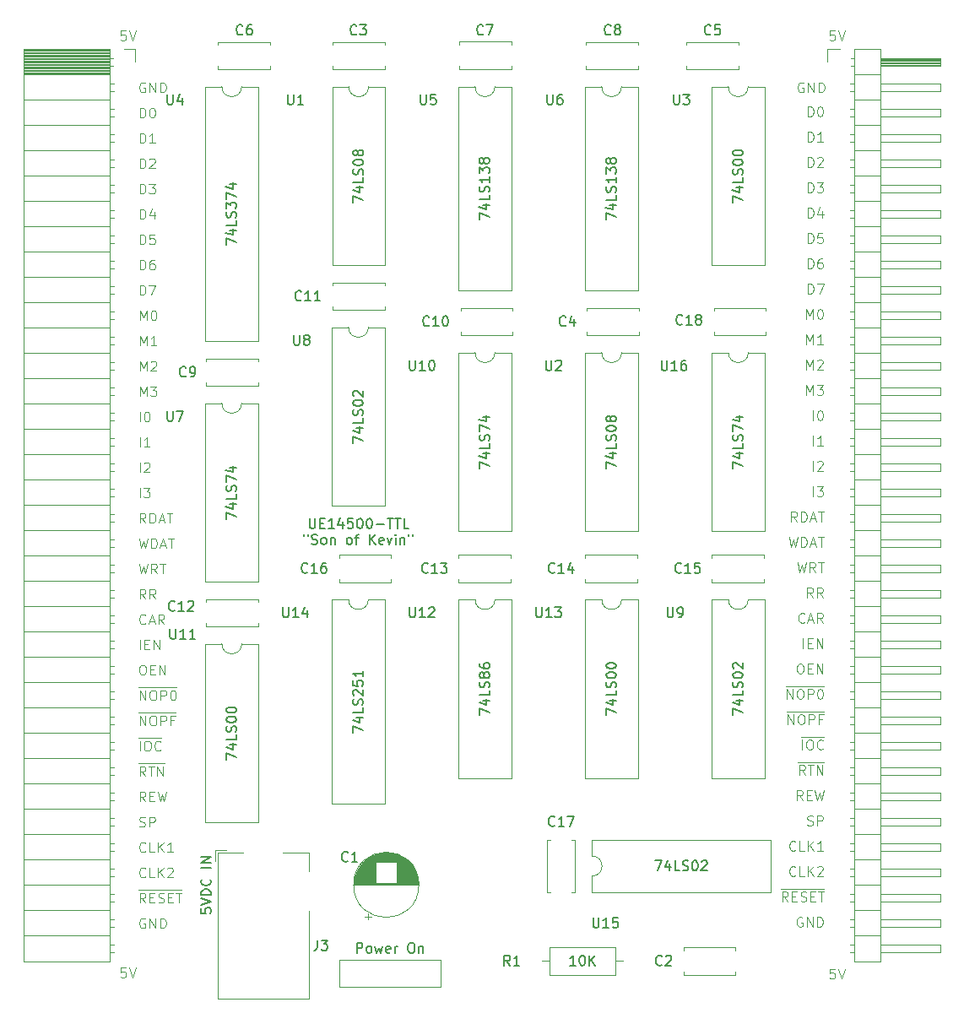
<source format=gto>
G04 #@! TF.GenerationSoftware,KiCad,Pcbnew,8.0.9-8.0.9-0~ubuntu22.04.1*
G04 #@! TF.CreationDate,2025-06-29T10:29:02+10:00*
G04 #@! TF.ProjectId,UE14500-TTL,55453134-3530-4302-9d54-544c2e6b6963,rev?*
G04 #@! TF.SameCoordinates,Original*
G04 #@! TF.FileFunction,Legend,Top*
G04 #@! TF.FilePolarity,Positive*
%FSLAX46Y46*%
G04 Gerber Fmt 4.6, Leading zero omitted, Abs format (unit mm)*
G04 Created by KiCad (PCBNEW 8.0.9-8.0.9-0~ubuntu22.04.1) date 2025-06-29 10:29:02*
%MOMM*%
%LPD*%
G01*
G04 APERTURE LIST*
%ADD10C,0.100000*%
%ADD11C,0.200000*%
%ADD12C,0.150000*%
%ADD13C,0.120000*%
G04 APERTURE END LIST*
D10*
X92315312Y-107187419D02*
X91981979Y-106711228D01*
X91743884Y-107187419D02*
X91743884Y-106187419D01*
X91743884Y-106187419D02*
X92124836Y-106187419D01*
X92124836Y-106187419D02*
X92220074Y-106235038D01*
X92220074Y-106235038D02*
X92267693Y-106282657D01*
X92267693Y-106282657D02*
X92315312Y-106377895D01*
X92315312Y-106377895D02*
X92315312Y-106520752D01*
X92315312Y-106520752D02*
X92267693Y-106615990D01*
X92267693Y-106615990D02*
X92220074Y-106663609D01*
X92220074Y-106663609D02*
X92124836Y-106711228D01*
X92124836Y-106711228D02*
X91743884Y-106711228D01*
X93315312Y-107187419D02*
X92981979Y-106711228D01*
X92743884Y-107187419D02*
X92743884Y-106187419D01*
X92743884Y-106187419D02*
X93124836Y-106187419D01*
X93124836Y-106187419D02*
X93220074Y-106235038D01*
X93220074Y-106235038D02*
X93267693Y-106282657D01*
X93267693Y-106282657D02*
X93315312Y-106377895D01*
X93315312Y-106377895D02*
X93315312Y-106520752D01*
X93315312Y-106520752D02*
X93267693Y-106615990D01*
X93267693Y-106615990D02*
X93220074Y-106663609D01*
X93220074Y-106663609D02*
X93124836Y-106711228D01*
X93124836Y-106711228D02*
X92743884Y-106711228D01*
X91743884Y-94487419D02*
X91743884Y-93487419D01*
X92172455Y-93582657D02*
X92220074Y-93535038D01*
X92220074Y-93535038D02*
X92315312Y-93487419D01*
X92315312Y-93487419D02*
X92553407Y-93487419D01*
X92553407Y-93487419D02*
X92648645Y-93535038D01*
X92648645Y-93535038D02*
X92696264Y-93582657D01*
X92696264Y-93582657D02*
X92743883Y-93677895D01*
X92743883Y-93677895D02*
X92743883Y-93773133D01*
X92743883Y-93773133D02*
X92696264Y-93915990D01*
X92696264Y-93915990D02*
X92124836Y-94487419D01*
X92124836Y-94487419D02*
X92743883Y-94487419D01*
X91743884Y-61467419D02*
X91743884Y-60467419D01*
X91743884Y-60467419D02*
X91981979Y-60467419D01*
X91981979Y-60467419D02*
X92124836Y-60515038D01*
X92124836Y-60515038D02*
X92220074Y-60610276D01*
X92220074Y-60610276D02*
X92267693Y-60705514D01*
X92267693Y-60705514D02*
X92315312Y-60895990D01*
X92315312Y-60895990D02*
X92315312Y-61038847D01*
X92315312Y-61038847D02*
X92267693Y-61229323D01*
X92267693Y-61229323D02*
X92220074Y-61324561D01*
X92220074Y-61324561D02*
X92124836Y-61419800D01*
X92124836Y-61419800D02*
X91981979Y-61467419D01*
X91981979Y-61467419D02*
X91743884Y-61467419D01*
X93267693Y-61467419D02*
X92696265Y-61467419D01*
X92981979Y-61467419D02*
X92981979Y-60467419D01*
X92981979Y-60467419D02*
X92886741Y-60610276D01*
X92886741Y-60610276D02*
X92791503Y-60705514D01*
X92791503Y-60705514D02*
X92696265Y-60753133D01*
X92315312Y-127507419D02*
X91981979Y-127031228D01*
X91743884Y-127507419D02*
X91743884Y-126507419D01*
X91743884Y-126507419D02*
X92124836Y-126507419D01*
X92124836Y-126507419D02*
X92220074Y-126555038D01*
X92220074Y-126555038D02*
X92267693Y-126602657D01*
X92267693Y-126602657D02*
X92315312Y-126697895D01*
X92315312Y-126697895D02*
X92315312Y-126840752D01*
X92315312Y-126840752D02*
X92267693Y-126935990D01*
X92267693Y-126935990D02*
X92220074Y-126983609D01*
X92220074Y-126983609D02*
X92124836Y-127031228D01*
X92124836Y-127031228D02*
X91743884Y-127031228D01*
X92743884Y-126983609D02*
X93077217Y-126983609D01*
X93220074Y-127507419D02*
X92743884Y-127507419D01*
X92743884Y-127507419D02*
X92743884Y-126507419D01*
X92743884Y-126507419D02*
X93220074Y-126507419D01*
X93553408Y-126507419D02*
X93791503Y-127507419D01*
X93791503Y-127507419D02*
X93981979Y-126793133D01*
X93981979Y-126793133D02*
X94172455Y-127507419D01*
X94172455Y-127507419D02*
X94410551Y-126507419D01*
X91743884Y-74167419D02*
X91743884Y-73167419D01*
X91743884Y-73167419D02*
X91981979Y-73167419D01*
X91981979Y-73167419D02*
X92124836Y-73215038D01*
X92124836Y-73215038D02*
X92220074Y-73310276D01*
X92220074Y-73310276D02*
X92267693Y-73405514D01*
X92267693Y-73405514D02*
X92315312Y-73595990D01*
X92315312Y-73595990D02*
X92315312Y-73738847D01*
X92315312Y-73738847D02*
X92267693Y-73929323D01*
X92267693Y-73929323D02*
X92220074Y-74024561D01*
X92220074Y-74024561D02*
X92124836Y-74119800D01*
X92124836Y-74119800D02*
X91981979Y-74167419D01*
X91981979Y-74167419D02*
X91743884Y-74167419D01*
X93172455Y-73167419D02*
X92981979Y-73167419D01*
X92981979Y-73167419D02*
X92886741Y-73215038D01*
X92886741Y-73215038D02*
X92839122Y-73262657D01*
X92839122Y-73262657D02*
X92743884Y-73405514D01*
X92743884Y-73405514D02*
X92696265Y-73595990D01*
X92696265Y-73595990D02*
X92696265Y-73976942D01*
X92696265Y-73976942D02*
X92743884Y-74072180D01*
X92743884Y-74072180D02*
X92791503Y-74119800D01*
X92791503Y-74119800D02*
X92886741Y-74167419D01*
X92886741Y-74167419D02*
X93077217Y-74167419D01*
X93077217Y-74167419D02*
X93172455Y-74119800D01*
X93172455Y-74119800D02*
X93220074Y-74072180D01*
X93220074Y-74072180D02*
X93267693Y-73976942D01*
X93267693Y-73976942D02*
X93267693Y-73738847D01*
X93267693Y-73738847D02*
X93220074Y-73643609D01*
X93220074Y-73643609D02*
X93172455Y-73595990D01*
X93172455Y-73595990D02*
X93077217Y-73548371D01*
X93077217Y-73548371D02*
X92886741Y-73548371D01*
X92886741Y-73548371D02*
X92791503Y-73595990D01*
X92791503Y-73595990D02*
X92743884Y-73643609D01*
X92743884Y-73643609D02*
X92696265Y-73738847D01*
X91743884Y-89407419D02*
X91743884Y-88407419D01*
X92410550Y-88407419D02*
X92505788Y-88407419D01*
X92505788Y-88407419D02*
X92601026Y-88455038D01*
X92601026Y-88455038D02*
X92648645Y-88502657D01*
X92648645Y-88502657D02*
X92696264Y-88597895D01*
X92696264Y-88597895D02*
X92743883Y-88788371D01*
X92743883Y-88788371D02*
X92743883Y-89026466D01*
X92743883Y-89026466D02*
X92696264Y-89216942D01*
X92696264Y-89216942D02*
X92648645Y-89312180D01*
X92648645Y-89312180D02*
X92601026Y-89359800D01*
X92601026Y-89359800D02*
X92505788Y-89407419D01*
X92505788Y-89407419D02*
X92410550Y-89407419D01*
X92410550Y-89407419D02*
X92315312Y-89359800D01*
X92315312Y-89359800D02*
X92267693Y-89312180D01*
X92267693Y-89312180D02*
X92220074Y-89216942D01*
X92220074Y-89216942D02*
X92172455Y-89026466D01*
X92172455Y-89026466D02*
X92172455Y-88788371D01*
X92172455Y-88788371D02*
X92220074Y-88597895D01*
X92220074Y-88597895D02*
X92267693Y-88502657D01*
X92267693Y-88502657D02*
X92315312Y-88455038D01*
X92315312Y-88455038D02*
X92410550Y-88407419D01*
X91648646Y-103647419D02*
X91886741Y-104647419D01*
X91886741Y-104647419D02*
X92077217Y-103933133D01*
X92077217Y-103933133D02*
X92267693Y-104647419D01*
X92267693Y-104647419D02*
X92505789Y-103647419D01*
X93458169Y-104647419D02*
X93124836Y-104171228D01*
X92886741Y-104647419D02*
X92886741Y-103647419D01*
X92886741Y-103647419D02*
X93267693Y-103647419D01*
X93267693Y-103647419D02*
X93362931Y-103695038D01*
X93362931Y-103695038D02*
X93410550Y-103742657D01*
X93410550Y-103742657D02*
X93458169Y-103837895D01*
X93458169Y-103837895D02*
X93458169Y-103980752D01*
X93458169Y-103980752D02*
X93410550Y-104075990D01*
X93410550Y-104075990D02*
X93362931Y-104123609D01*
X93362931Y-104123609D02*
X93267693Y-104171228D01*
X93267693Y-104171228D02*
X92886741Y-104171228D01*
X93743884Y-103647419D02*
X94315312Y-103647419D01*
X94029598Y-104647419D02*
X94029598Y-103647419D01*
X159271734Y-107060419D02*
X158938401Y-106584228D01*
X158700306Y-107060419D02*
X158700306Y-106060419D01*
X158700306Y-106060419D02*
X159081258Y-106060419D01*
X159081258Y-106060419D02*
X159176496Y-106108038D01*
X159176496Y-106108038D02*
X159224115Y-106155657D01*
X159224115Y-106155657D02*
X159271734Y-106250895D01*
X159271734Y-106250895D02*
X159271734Y-106393752D01*
X159271734Y-106393752D02*
X159224115Y-106488990D01*
X159224115Y-106488990D02*
X159176496Y-106536609D01*
X159176496Y-106536609D02*
X159081258Y-106584228D01*
X159081258Y-106584228D02*
X158700306Y-106584228D01*
X160271734Y-107060419D02*
X159938401Y-106584228D01*
X159700306Y-107060419D02*
X159700306Y-106060419D01*
X159700306Y-106060419D02*
X160081258Y-106060419D01*
X160081258Y-106060419D02*
X160176496Y-106108038D01*
X160176496Y-106108038D02*
X160224115Y-106155657D01*
X160224115Y-106155657D02*
X160271734Y-106250895D01*
X160271734Y-106250895D02*
X160271734Y-106393752D01*
X160271734Y-106393752D02*
X160224115Y-106488990D01*
X160224115Y-106488990D02*
X160176496Y-106536609D01*
X160176496Y-106536609D02*
X160081258Y-106584228D01*
X160081258Y-106584228D02*
X159700306Y-106584228D01*
X158605068Y-84200419D02*
X158605068Y-83200419D01*
X158605068Y-83200419D02*
X158938401Y-83914704D01*
X158938401Y-83914704D02*
X159271734Y-83200419D01*
X159271734Y-83200419D02*
X159271734Y-84200419D01*
X159700306Y-83295657D02*
X159747925Y-83248038D01*
X159747925Y-83248038D02*
X159843163Y-83200419D01*
X159843163Y-83200419D02*
X160081258Y-83200419D01*
X160081258Y-83200419D02*
X160176496Y-83248038D01*
X160176496Y-83248038D02*
X160224115Y-83295657D01*
X160224115Y-83295657D02*
X160271734Y-83390895D01*
X160271734Y-83390895D02*
X160271734Y-83486133D01*
X160271734Y-83486133D02*
X160224115Y-83628990D01*
X160224115Y-83628990D02*
X159652687Y-84200419D01*
X159652687Y-84200419D02*
X160271734Y-84200419D01*
X159271735Y-89280419D02*
X159271735Y-88280419D01*
X159938401Y-88280419D02*
X160033639Y-88280419D01*
X160033639Y-88280419D02*
X160128877Y-88328038D01*
X160128877Y-88328038D02*
X160176496Y-88375657D01*
X160176496Y-88375657D02*
X160224115Y-88470895D01*
X160224115Y-88470895D02*
X160271734Y-88661371D01*
X160271734Y-88661371D02*
X160271734Y-88899466D01*
X160271734Y-88899466D02*
X160224115Y-89089942D01*
X160224115Y-89089942D02*
X160176496Y-89185180D01*
X160176496Y-89185180D02*
X160128877Y-89232800D01*
X160128877Y-89232800D02*
X160033639Y-89280419D01*
X160033639Y-89280419D02*
X159938401Y-89280419D01*
X159938401Y-89280419D02*
X159843163Y-89232800D01*
X159843163Y-89232800D02*
X159795544Y-89185180D01*
X159795544Y-89185180D02*
X159747925Y-89089942D01*
X159747925Y-89089942D02*
X159700306Y-88899466D01*
X159700306Y-88899466D02*
X159700306Y-88661371D01*
X159700306Y-88661371D02*
X159747925Y-88470895D01*
X159747925Y-88470895D02*
X159795544Y-88375657D01*
X159795544Y-88375657D02*
X159843163Y-88328038D01*
X159843163Y-88328038D02*
X159938401Y-88280419D01*
X91743884Y-97027419D02*
X91743884Y-96027419D01*
X92124836Y-96027419D02*
X92743883Y-96027419D01*
X92743883Y-96027419D02*
X92410550Y-96408371D01*
X92410550Y-96408371D02*
X92553407Y-96408371D01*
X92553407Y-96408371D02*
X92648645Y-96455990D01*
X92648645Y-96455990D02*
X92696264Y-96503609D01*
X92696264Y-96503609D02*
X92743883Y-96598847D01*
X92743883Y-96598847D02*
X92743883Y-96836942D01*
X92743883Y-96836942D02*
X92696264Y-96932180D01*
X92696264Y-96932180D02*
X92648645Y-96979800D01*
X92648645Y-96979800D02*
X92553407Y-97027419D01*
X92553407Y-97027419D02*
X92267693Y-97027419D01*
X92267693Y-97027419D02*
X92172455Y-96979800D01*
X92172455Y-96979800D02*
X92124836Y-96932180D01*
X91743884Y-64007419D02*
X91743884Y-63007419D01*
X91743884Y-63007419D02*
X91981979Y-63007419D01*
X91981979Y-63007419D02*
X92124836Y-63055038D01*
X92124836Y-63055038D02*
X92220074Y-63150276D01*
X92220074Y-63150276D02*
X92267693Y-63245514D01*
X92267693Y-63245514D02*
X92315312Y-63435990D01*
X92315312Y-63435990D02*
X92315312Y-63578847D01*
X92315312Y-63578847D02*
X92267693Y-63769323D01*
X92267693Y-63769323D02*
X92220074Y-63864561D01*
X92220074Y-63864561D02*
X92124836Y-63959800D01*
X92124836Y-63959800D02*
X91981979Y-64007419D01*
X91981979Y-64007419D02*
X91743884Y-64007419D01*
X92696265Y-63102657D02*
X92743884Y-63055038D01*
X92743884Y-63055038D02*
X92839122Y-63007419D01*
X92839122Y-63007419D02*
X93077217Y-63007419D01*
X93077217Y-63007419D02*
X93172455Y-63055038D01*
X93172455Y-63055038D02*
X93220074Y-63102657D01*
X93220074Y-63102657D02*
X93267693Y-63197895D01*
X93267693Y-63197895D02*
X93267693Y-63293133D01*
X93267693Y-63293133D02*
X93220074Y-63435990D01*
X93220074Y-63435990D02*
X92648646Y-64007419D01*
X92648646Y-64007419D02*
X93267693Y-64007419D01*
X91743884Y-86867419D02*
X91743884Y-85867419D01*
X91743884Y-85867419D02*
X92077217Y-86581704D01*
X92077217Y-86581704D02*
X92410550Y-85867419D01*
X92410550Y-85867419D02*
X92410550Y-86867419D01*
X92791503Y-85867419D02*
X93410550Y-85867419D01*
X93410550Y-85867419D02*
X93077217Y-86248371D01*
X93077217Y-86248371D02*
X93220074Y-86248371D01*
X93220074Y-86248371D02*
X93315312Y-86295990D01*
X93315312Y-86295990D02*
X93362931Y-86343609D01*
X93362931Y-86343609D02*
X93410550Y-86438847D01*
X93410550Y-86438847D02*
X93410550Y-86676942D01*
X93410550Y-86676942D02*
X93362931Y-86772180D01*
X93362931Y-86772180D02*
X93315312Y-86819800D01*
X93315312Y-86819800D02*
X93220074Y-86867419D01*
X93220074Y-86867419D02*
X92934360Y-86867419D01*
X92934360Y-86867419D02*
X92839122Y-86819800D01*
X92839122Y-86819800D02*
X92791503Y-86772180D01*
X91696265Y-129999800D02*
X91839122Y-130047419D01*
X91839122Y-130047419D02*
X92077217Y-130047419D01*
X92077217Y-130047419D02*
X92172455Y-129999800D01*
X92172455Y-129999800D02*
X92220074Y-129952180D01*
X92220074Y-129952180D02*
X92267693Y-129856942D01*
X92267693Y-129856942D02*
X92267693Y-129761704D01*
X92267693Y-129761704D02*
X92220074Y-129666466D01*
X92220074Y-129666466D02*
X92172455Y-129618847D01*
X92172455Y-129618847D02*
X92077217Y-129571228D01*
X92077217Y-129571228D02*
X91886741Y-129523609D01*
X91886741Y-129523609D02*
X91791503Y-129475990D01*
X91791503Y-129475990D02*
X91743884Y-129428371D01*
X91743884Y-129428371D02*
X91696265Y-129333133D01*
X91696265Y-129333133D02*
X91696265Y-129237895D01*
X91696265Y-129237895D02*
X91743884Y-129142657D01*
X91743884Y-129142657D02*
X91791503Y-129095038D01*
X91791503Y-129095038D02*
X91886741Y-129047419D01*
X91886741Y-129047419D02*
X92124836Y-129047419D01*
X92124836Y-129047419D02*
X92267693Y-129095038D01*
X92696265Y-130047419D02*
X92696265Y-129047419D01*
X92696265Y-129047419D02*
X93077217Y-129047419D01*
X93077217Y-129047419D02*
X93172455Y-129095038D01*
X93172455Y-129095038D02*
X93220074Y-129142657D01*
X93220074Y-129142657D02*
X93267693Y-129237895D01*
X93267693Y-129237895D02*
X93267693Y-129380752D01*
X93267693Y-129380752D02*
X93220074Y-129475990D01*
X93220074Y-129475990D02*
X93172455Y-129523609D01*
X93172455Y-129523609D02*
X93077217Y-129571228D01*
X93077217Y-129571228D02*
X92696265Y-129571228D01*
X159271735Y-96900419D02*
X159271735Y-95900419D01*
X159652687Y-95900419D02*
X160271734Y-95900419D01*
X160271734Y-95900419D02*
X159938401Y-96281371D01*
X159938401Y-96281371D02*
X160081258Y-96281371D01*
X160081258Y-96281371D02*
X160176496Y-96328990D01*
X160176496Y-96328990D02*
X160224115Y-96376609D01*
X160224115Y-96376609D02*
X160271734Y-96471847D01*
X160271734Y-96471847D02*
X160271734Y-96709942D01*
X160271734Y-96709942D02*
X160224115Y-96805180D01*
X160224115Y-96805180D02*
X160176496Y-96852800D01*
X160176496Y-96852800D02*
X160081258Y-96900419D01*
X160081258Y-96900419D02*
X159795544Y-96900419D01*
X159795544Y-96900419D02*
X159700306Y-96852800D01*
X159700306Y-96852800D02*
X159652687Y-96805180D01*
X91934360Y-113807419D02*
X92124836Y-113807419D01*
X92124836Y-113807419D02*
X92220074Y-113855038D01*
X92220074Y-113855038D02*
X92315312Y-113950276D01*
X92315312Y-113950276D02*
X92362931Y-114140752D01*
X92362931Y-114140752D02*
X92362931Y-114474085D01*
X92362931Y-114474085D02*
X92315312Y-114664561D01*
X92315312Y-114664561D02*
X92220074Y-114759800D01*
X92220074Y-114759800D02*
X92124836Y-114807419D01*
X92124836Y-114807419D02*
X91934360Y-114807419D01*
X91934360Y-114807419D02*
X91839122Y-114759800D01*
X91839122Y-114759800D02*
X91743884Y-114664561D01*
X91743884Y-114664561D02*
X91696265Y-114474085D01*
X91696265Y-114474085D02*
X91696265Y-114140752D01*
X91696265Y-114140752D02*
X91743884Y-113950276D01*
X91743884Y-113950276D02*
X91839122Y-113855038D01*
X91839122Y-113855038D02*
X91934360Y-113807419D01*
X92791503Y-114283609D02*
X93124836Y-114283609D01*
X93267693Y-114807419D02*
X92791503Y-114807419D01*
X92791503Y-114807419D02*
X92791503Y-113807419D01*
X92791503Y-113807419D02*
X93267693Y-113807419D01*
X93696265Y-114807419D02*
X93696265Y-113807419D01*
X93696265Y-113807419D02*
X94267693Y-114807419D01*
X94267693Y-114807419D02*
X94267693Y-113807419D01*
X158747925Y-74040419D02*
X158747925Y-73040419D01*
X158747925Y-73040419D02*
X158986020Y-73040419D01*
X158986020Y-73040419D02*
X159128877Y-73088038D01*
X159128877Y-73088038D02*
X159224115Y-73183276D01*
X159224115Y-73183276D02*
X159271734Y-73278514D01*
X159271734Y-73278514D02*
X159319353Y-73468990D01*
X159319353Y-73468990D02*
X159319353Y-73611847D01*
X159319353Y-73611847D02*
X159271734Y-73802323D01*
X159271734Y-73802323D02*
X159224115Y-73897561D01*
X159224115Y-73897561D02*
X159128877Y-73992800D01*
X159128877Y-73992800D02*
X158986020Y-74040419D01*
X158986020Y-74040419D02*
X158747925Y-74040419D01*
X160176496Y-73040419D02*
X159986020Y-73040419D01*
X159986020Y-73040419D02*
X159890782Y-73088038D01*
X159890782Y-73088038D02*
X159843163Y-73135657D01*
X159843163Y-73135657D02*
X159747925Y-73278514D01*
X159747925Y-73278514D02*
X159700306Y-73468990D01*
X159700306Y-73468990D02*
X159700306Y-73849942D01*
X159700306Y-73849942D02*
X159747925Y-73945180D01*
X159747925Y-73945180D02*
X159795544Y-73992800D01*
X159795544Y-73992800D02*
X159890782Y-74040419D01*
X159890782Y-74040419D02*
X160081258Y-74040419D01*
X160081258Y-74040419D02*
X160176496Y-73992800D01*
X160176496Y-73992800D02*
X160224115Y-73945180D01*
X160224115Y-73945180D02*
X160271734Y-73849942D01*
X160271734Y-73849942D02*
X160271734Y-73611847D01*
X160271734Y-73611847D02*
X160224115Y-73516609D01*
X160224115Y-73516609D02*
X160176496Y-73468990D01*
X160176496Y-73468990D02*
X160081258Y-73421371D01*
X160081258Y-73421371D02*
X159890782Y-73421371D01*
X159890782Y-73421371D02*
X159795544Y-73468990D01*
X159795544Y-73468990D02*
X159747925Y-73516609D01*
X159747925Y-73516609D02*
X159700306Y-73611847D01*
X157509829Y-132365180D02*
X157462210Y-132412800D01*
X157462210Y-132412800D02*
X157319353Y-132460419D01*
X157319353Y-132460419D02*
X157224115Y-132460419D01*
X157224115Y-132460419D02*
X157081258Y-132412800D01*
X157081258Y-132412800D02*
X156986020Y-132317561D01*
X156986020Y-132317561D02*
X156938401Y-132222323D01*
X156938401Y-132222323D02*
X156890782Y-132031847D01*
X156890782Y-132031847D02*
X156890782Y-131888990D01*
X156890782Y-131888990D02*
X156938401Y-131698514D01*
X156938401Y-131698514D02*
X156986020Y-131603276D01*
X156986020Y-131603276D02*
X157081258Y-131508038D01*
X157081258Y-131508038D02*
X157224115Y-131460419D01*
X157224115Y-131460419D02*
X157319353Y-131460419D01*
X157319353Y-131460419D02*
X157462210Y-131508038D01*
X157462210Y-131508038D02*
X157509829Y-131555657D01*
X158414591Y-132460419D02*
X157938401Y-132460419D01*
X157938401Y-132460419D02*
X157938401Y-131460419D01*
X158747925Y-132460419D02*
X158747925Y-131460419D01*
X159319353Y-132460419D02*
X158890782Y-131888990D01*
X159319353Y-131460419D02*
X158747925Y-132031847D01*
X160271734Y-132460419D02*
X159700306Y-132460419D01*
X159986020Y-132460419D02*
X159986020Y-131460419D01*
X159986020Y-131460419D02*
X159890782Y-131603276D01*
X159890782Y-131603276D02*
X159795544Y-131698514D01*
X159795544Y-131698514D02*
X159700306Y-131746133D01*
X158224115Y-127380419D02*
X157890782Y-126904228D01*
X157652687Y-127380419D02*
X157652687Y-126380419D01*
X157652687Y-126380419D02*
X158033639Y-126380419D01*
X158033639Y-126380419D02*
X158128877Y-126428038D01*
X158128877Y-126428038D02*
X158176496Y-126475657D01*
X158176496Y-126475657D02*
X158224115Y-126570895D01*
X158224115Y-126570895D02*
X158224115Y-126713752D01*
X158224115Y-126713752D02*
X158176496Y-126808990D01*
X158176496Y-126808990D02*
X158128877Y-126856609D01*
X158128877Y-126856609D02*
X158033639Y-126904228D01*
X158033639Y-126904228D02*
X157652687Y-126904228D01*
X158652687Y-126856609D02*
X158986020Y-126856609D01*
X159128877Y-127380419D02*
X158652687Y-127380419D01*
X158652687Y-127380419D02*
X158652687Y-126380419D01*
X158652687Y-126380419D02*
X159128877Y-126380419D01*
X159462211Y-126380419D02*
X159700306Y-127380419D01*
X159700306Y-127380419D02*
X159890782Y-126666133D01*
X159890782Y-126666133D02*
X160081258Y-127380419D01*
X160081258Y-127380419D02*
X160319354Y-126380419D01*
X91648646Y-101107419D02*
X91886741Y-102107419D01*
X91886741Y-102107419D02*
X92077217Y-101393133D01*
X92077217Y-101393133D02*
X92267693Y-102107419D01*
X92267693Y-102107419D02*
X92505789Y-101107419D01*
X92886741Y-102107419D02*
X92886741Y-101107419D01*
X92886741Y-101107419D02*
X93124836Y-101107419D01*
X93124836Y-101107419D02*
X93267693Y-101155038D01*
X93267693Y-101155038D02*
X93362931Y-101250276D01*
X93362931Y-101250276D02*
X93410550Y-101345514D01*
X93410550Y-101345514D02*
X93458169Y-101535990D01*
X93458169Y-101535990D02*
X93458169Y-101678847D01*
X93458169Y-101678847D02*
X93410550Y-101869323D01*
X93410550Y-101869323D02*
X93362931Y-101964561D01*
X93362931Y-101964561D02*
X93267693Y-102059800D01*
X93267693Y-102059800D02*
X93124836Y-102107419D01*
X93124836Y-102107419D02*
X92886741Y-102107419D01*
X93839122Y-101821704D02*
X94315312Y-101821704D01*
X93743884Y-102107419D02*
X94077217Y-101107419D01*
X94077217Y-101107419D02*
X94410550Y-102107419D01*
X94601027Y-101107419D02*
X95172455Y-101107419D01*
X94886741Y-102107419D02*
X94886741Y-101107419D01*
X158747925Y-68960419D02*
X158747925Y-67960419D01*
X158747925Y-67960419D02*
X158986020Y-67960419D01*
X158986020Y-67960419D02*
X159128877Y-68008038D01*
X159128877Y-68008038D02*
X159224115Y-68103276D01*
X159224115Y-68103276D02*
X159271734Y-68198514D01*
X159271734Y-68198514D02*
X159319353Y-68388990D01*
X159319353Y-68388990D02*
X159319353Y-68531847D01*
X159319353Y-68531847D02*
X159271734Y-68722323D01*
X159271734Y-68722323D02*
X159224115Y-68817561D01*
X159224115Y-68817561D02*
X159128877Y-68912800D01*
X159128877Y-68912800D02*
X158986020Y-68960419D01*
X158986020Y-68960419D02*
X158747925Y-68960419D01*
X160176496Y-68293752D02*
X160176496Y-68960419D01*
X159938401Y-67912800D02*
X159700306Y-68627085D01*
X159700306Y-68627085D02*
X160319353Y-68627085D01*
X158747925Y-63880419D02*
X158747925Y-62880419D01*
X158747925Y-62880419D02*
X158986020Y-62880419D01*
X158986020Y-62880419D02*
X159128877Y-62928038D01*
X159128877Y-62928038D02*
X159224115Y-63023276D01*
X159224115Y-63023276D02*
X159271734Y-63118514D01*
X159271734Y-63118514D02*
X159319353Y-63308990D01*
X159319353Y-63308990D02*
X159319353Y-63451847D01*
X159319353Y-63451847D02*
X159271734Y-63642323D01*
X159271734Y-63642323D02*
X159224115Y-63737561D01*
X159224115Y-63737561D02*
X159128877Y-63832800D01*
X159128877Y-63832800D02*
X158986020Y-63880419D01*
X158986020Y-63880419D02*
X158747925Y-63880419D01*
X159700306Y-62975657D02*
X159747925Y-62928038D01*
X159747925Y-62928038D02*
X159843163Y-62880419D01*
X159843163Y-62880419D02*
X160081258Y-62880419D01*
X160081258Y-62880419D02*
X160176496Y-62928038D01*
X160176496Y-62928038D02*
X160224115Y-62975657D01*
X160224115Y-62975657D02*
X160271734Y-63070895D01*
X160271734Y-63070895D02*
X160271734Y-63166133D01*
X160271734Y-63166133D02*
X160224115Y-63308990D01*
X160224115Y-63308990D02*
X159652687Y-63880419D01*
X159652687Y-63880419D02*
X160271734Y-63880419D01*
X91743884Y-71627419D02*
X91743884Y-70627419D01*
X91743884Y-70627419D02*
X91981979Y-70627419D01*
X91981979Y-70627419D02*
X92124836Y-70675038D01*
X92124836Y-70675038D02*
X92220074Y-70770276D01*
X92220074Y-70770276D02*
X92267693Y-70865514D01*
X92267693Y-70865514D02*
X92315312Y-71055990D01*
X92315312Y-71055990D02*
X92315312Y-71198847D01*
X92315312Y-71198847D02*
X92267693Y-71389323D01*
X92267693Y-71389323D02*
X92220074Y-71484561D01*
X92220074Y-71484561D02*
X92124836Y-71579800D01*
X92124836Y-71579800D02*
X91981979Y-71627419D01*
X91981979Y-71627419D02*
X91743884Y-71627419D01*
X93220074Y-70627419D02*
X92743884Y-70627419D01*
X92743884Y-70627419D02*
X92696265Y-71103609D01*
X92696265Y-71103609D02*
X92743884Y-71055990D01*
X92743884Y-71055990D02*
X92839122Y-71008371D01*
X92839122Y-71008371D02*
X93077217Y-71008371D01*
X93077217Y-71008371D02*
X93172455Y-71055990D01*
X93172455Y-71055990D02*
X93220074Y-71103609D01*
X93220074Y-71103609D02*
X93267693Y-71198847D01*
X93267693Y-71198847D02*
X93267693Y-71436942D01*
X93267693Y-71436942D02*
X93220074Y-71532180D01*
X93220074Y-71532180D02*
X93172455Y-71579800D01*
X93172455Y-71579800D02*
X93077217Y-71627419D01*
X93077217Y-71627419D02*
X92839122Y-71627419D01*
X92839122Y-71627419D02*
X92743884Y-71579800D01*
X92743884Y-71579800D02*
X92696265Y-71532180D01*
X158176497Y-122300419D02*
X158176497Y-121300419D01*
X158843163Y-121300419D02*
X159033639Y-121300419D01*
X159033639Y-121300419D02*
X159128877Y-121348038D01*
X159128877Y-121348038D02*
X159224115Y-121443276D01*
X159224115Y-121443276D02*
X159271734Y-121633752D01*
X159271734Y-121633752D02*
X159271734Y-121967085D01*
X159271734Y-121967085D02*
X159224115Y-122157561D01*
X159224115Y-122157561D02*
X159128877Y-122252800D01*
X159128877Y-122252800D02*
X159033639Y-122300419D01*
X159033639Y-122300419D02*
X158843163Y-122300419D01*
X158843163Y-122300419D02*
X158747925Y-122252800D01*
X158747925Y-122252800D02*
X158652687Y-122157561D01*
X158652687Y-122157561D02*
X158605068Y-121967085D01*
X158605068Y-121967085D02*
X158605068Y-121633752D01*
X158605068Y-121633752D02*
X158652687Y-121443276D01*
X158652687Y-121443276D02*
X158747925Y-121348038D01*
X158747925Y-121348038D02*
X158843163Y-121300419D01*
X160271734Y-122205180D02*
X160224115Y-122252800D01*
X160224115Y-122252800D02*
X160081258Y-122300419D01*
X160081258Y-122300419D02*
X159986020Y-122300419D01*
X159986020Y-122300419D02*
X159843163Y-122252800D01*
X159843163Y-122252800D02*
X159747925Y-122157561D01*
X159747925Y-122157561D02*
X159700306Y-122062323D01*
X159700306Y-122062323D02*
X159652687Y-121871847D01*
X159652687Y-121871847D02*
X159652687Y-121728990D01*
X159652687Y-121728990D02*
X159700306Y-121538514D01*
X159700306Y-121538514D02*
X159747925Y-121443276D01*
X159747925Y-121443276D02*
X159843163Y-121348038D01*
X159843163Y-121348038D02*
X159986020Y-121300419D01*
X159986020Y-121300419D02*
X160081258Y-121300419D01*
X160081258Y-121300419D02*
X160224115Y-121348038D01*
X160224115Y-121348038D02*
X160271734Y-121395657D01*
X158038402Y-121022800D02*
X160362211Y-121022800D01*
X161435074Y-50180419D02*
X160958884Y-50180419D01*
X160958884Y-50180419D02*
X160911265Y-50656609D01*
X160911265Y-50656609D02*
X160958884Y-50608990D01*
X160958884Y-50608990D02*
X161054122Y-50561371D01*
X161054122Y-50561371D02*
X161292217Y-50561371D01*
X161292217Y-50561371D02*
X161387455Y-50608990D01*
X161387455Y-50608990D02*
X161435074Y-50656609D01*
X161435074Y-50656609D02*
X161482693Y-50751847D01*
X161482693Y-50751847D02*
X161482693Y-50989942D01*
X161482693Y-50989942D02*
X161435074Y-51085180D01*
X161435074Y-51085180D02*
X161387455Y-51132800D01*
X161387455Y-51132800D02*
X161292217Y-51180419D01*
X161292217Y-51180419D02*
X161054122Y-51180419D01*
X161054122Y-51180419D02*
X160958884Y-51132800D01*
X160958884Y-51132800D02*
X160911265Y-51085180D01*
X161768408Y-50180419D02*
X162101741Y-51180419D01*
X162101741Y-51180419D02*
X162435074Y-50180419D01*
X158747925Y-76580419D02*
X158747925Y-75580419D01*
X158747925Y-75580419D02*
X158986020Y-75580419D01*
X158986020Y-75580419D02*
X159128877Y-75628038D01*
X159128877Y-75628038D02*
X159224115Y-75723276D01*
X159224115Y-75723276D02*
X159271734Y-75818514D01*
X159271734Y-75818514D02*
X159319353Y-76008990D01*
X159319353Y-76008990D02*
X159319353Y-76151847D01*
X159319353Y-76151847D02*
X159271734Y-76342323D01*
X159271734Y-76342323D02*
X159224115Y-76437561D01*
X159224115Y-76437561D02*
X159128877Y-76532800D01*
X159128877Y-76532800D02*
X158986020Y-76580419D01*
X158986020Y-76580419D02*
X158747925Y-76580419D01*
X159652687Y-75580419D02*
X160319353Y-75580419D01*
X160319353Y-75580419D02*
X159890782Y-76580419D01*
X92315312Y-135032180D02*
X92267693Y-135079800D01*
X92267693Y-135079800D02*
X92124836Y-135127419D01*
X92124836Y-135127419D02*
X92029598Y-135127419D01*
X92029598Y-135127419D02*
X91886741Y-135079800D01*
X91886741Y-135079800D02*
X91791503Y-134984561D01*
X91791503Y-134984561D02*
X91743884Y-134889323D01*
X91743884Y-134889323D02*
X91696265Y-134698847D01*
X91696265Y-134698847D02*
X91696265Y-134555990D01*
X91696265Y-134555990D02*
X91743884Y-134365514D01*
X91743884Y-134365514D02*
X91791503Y-134270276D01*
X91791503Y-134270276D02*
X91886741Y-134175038D01*
X91886741Y-134175038D02*
X92029598Y-134127419D01*
X92029598Y-134127419D02*
X92124836Y-134127419D01*
X92124836Y-134127419D02*
X92267693Y-134175038D01*
X92267693Y-134175038D02*
X92315312Y-134222657D01*
X93220074Y-135127419D02*
X92743884Y-135127419D01*
X92743884Y-135127419D02*
X92743884Y-134127419D01*
X93553408Y-135127419D02*
X93553408Y-134127419D01*
X94124836Y-135127419D02*
X93696265Y-134555990D01*
X94124836Y-134127419D02*
X93553408Y-134698847D01*
X94505789Y-134222657D02*
X94553408Y-134175038D01*
X94553408Y-134175038D02*
X94648646Y-134127419D01*
X94648646Y-134127419D02*
X94886741Y-134127419D01*
X94886741Y-134127419D02*
X94981979Y-134175038D01*
X94981979Y-134175038D02*
X95029598Y-134222657D01*
X95029598Y-134222657D02*
X95077217Y-134317895D01*
X95077217Y-134317895D02*
X95077217Y-134413133D01*
X95077217Y-134413133D02*
X95029598Y-134555990D01*
X95029598Y-134555990D02*
X94458170Y-135127419D01*
X94458170Y-135127419D02*
X95077217Y-135127419D01*
X91743884Y-91947419D02*
X91743884Y-90947419D01*
X92743883Y-91947419D02*
X92172455Y-91947419D01*
X92458169Y-91947419D02*
X92458169Y-90947419D01*
X92458169Y-90947419D02*
X92362931Y-91090276D01*
X92362931Y-91090276D02*
X92267693Y-91185514D01*
X92267693Y-91185514D02*
X92172455Y-91233133D01*
X92267693Y-55435038D02*
X92172455Y-55387419D01*
X92172455Y-55387419D02*
X92029598Y-55387419D01*
X92029598Y-55387419D02*
X91886741Y-55435038D01*
X91886741Y-55435038D02*
X91791503Y-55530276D01*
X91791503Y-55530276D02*
X91743884Y-55625514D01*
X91743884Y-55625514D02*
X91696265Y-55815990D01*
X91696265Y-55815990D02*
X91696265Y-55958847D01*
X91696265Y-55958847D02*
X91743884Y-56149323D01*
X91743884Y-56149323D02*
X91791503Y-56244561D01*
X91791503Y-56244561D02*
X91886741Y-56339800D01*
X91886741Y-56339800D02*
X92029598Y-56387419D01*
X92029598Y-56387419D02*
X92124836Y-56387419D01*
X92124836Y-56387419D02*
X92267693Y-56339800D01*
X92267693Y-56339800D02*
X92315312Y-56292180D01*
X92315312Y-56292180D02*
X92315312Y-55958847D01*
X92315312Y-55958847D02*
X92124836Y-55958847D01*
X92743884Y-56387419D02*
X92743884Y-55387419D01*
X92743884Y-55387419D02*
X93315312Y-56387419D01*
X93315312Y-56387419D02*
X93315312Y-55387419D01*
X93791503Y-56387419D02*
X93791503Y-55387419D01*
X93791503Y-55387419D02*
X94029598Y-55387419D01*
X94029598Y-55387419D02*
X94172455Y-55435038D01*
X94172455Y-55435038D02*
X94267693Y-55530276D01*
X94267693Y-55530276D02*
X94315312Y-55625514D01*
X94315312Y-55625514D02*
X94362931Y-55815990D01*
X94362931Y-55815990D02*
X94362931Y-55958847D01*
X94362931Y-55958847D02*
X94315312Y-56149323D01*
X94315312Y-56149323D02*
X94267693Y-56244561D01*
X94267693Y-56244561D02*
X94172455Y-56339800D01*
X94172455Y-56339800D02*
X94029598Y-56387419D01*
X94029598Y-56387419D02*
X93791503Y-56387419D01*
X158414591Y-109505180D02*
X158366972Y-109552800D01*
X158366972Y-109552800D02*
X158224115Y-109600419D01*
X158224115Y-109600419D02*
X158128877Y-109600419D01*
X158128877Y-109600419D02*
X157986020Y-109552800D01*
X157986020Y-109552800D02*
X157890782Y-109457561D01*
X157890782Y-109457561D02*
X157843163Y-109362323D01*
X157843163Y-109362323D02*
X157795544Y-109171847D01*
X157795544Y-109171847D02*
X157795544Y-109028990D01*
X157795544Y-109028990D02*
X157843163Y-108838514D01*
X157843163Y-108838514D02*
X157890782Y-108743276D01*
X157890782Y-108743276D02*
X157986020Y-108648038D01*
X157986020Y-108648038D02*
X158128877Y-108600419D01*
X158128877Y-108600419D02*
X158224115Y-108600419D01*
X158224115Y-108600419D02*
X158366972Y-108648038D01*
X158366972Y-108648038D02*
X158414591Y-108695657D01*
X158795544Y-109314704D02*
X159271734Y-109314704D01*
X158700306Y-109600419D02*
X159033639Y-108600419D01*
X159033639Y-108600419D02*
X159366972Y-109600419D01*
X160271734Y-109600419D02*
X159938401Y-109124228D01*
X159700306Y-109600419D02*
X159700306Y-108600419D01*
X159700306Y-108600419D02*
X160081258Y-108600419D01*
X160081258Y-108600419D02*
X160176496Y-108648038D01*
X160176496Y-108648038D02*
X160224115Y-108695657D01*
X160224115Y-108695657D02*
X160271734Y-108790895D01*
X160271734Y-108790895D02*
X160271734Y-108933752D01*
X160271734Y-108933752D02*
X160224115Y-109028990D01*
X160224115Y-109028990D02*
X160176496Y-109076609D01*
X160176496Y-109076609D02*
X160081258Y-109124228D01*
X160081258Y-109124228D02*
X159700306Y-109124228D01*
X158747925Y-61340419D02*
X158747925Y-60340419D01*
X158747925Y-60340419D02*
X158986020Y-60340419D01*
X158986020Y-60340419D02*
X159128877Y-60388038D01*
X159128877Y-60388038D02*
X159224115Y-60483276D01*
X159224115Y-60483276D02*
X159271734Y-60578514D01*
X159271734Y-60578514D02*
X159319353Y-60768990D01*
X159319353Y-60768990D02*
X159319353Y-60911847D01*
X159319353Y-60911847D02*
X159271734Y-61102323D01*
X159271734Y-61102323D02*
X159224115Y-61197561D01*
X159224115Y-61197561D02*
X159128877Y-61292800D01*
X159128877Y-61292800D02*
X158986020Y-61340419D01*
X158986020Y-61340419D02*
X158747925Y-61340419D01*
X160271734Y-61340419D02*
X159700306Y-61340419D01*
X159986020Y-61340419D02*
X159986020Y-60340419D01*
X159986020Y-60340419D02*
X159890782Y-60483276D01*
X159890782Y-60483276D02*
X159795544Y-60578514D01*
X159795544Y-60578514D02*
X159700306Y-60626133D01*
X91743884Y-79247419D02*
X91743884Y-78247419D01*
X91743884Y-78247419D02*
X92077217Y-78961704D01*
X92077217Y-78961704D02*
X92410550Y-78247419D01*
X92410550Y-78247419D02*
X92410550Y-79247419D01*
X93077217Y-78247419D02*
X93172455Y-78247419D01*
X93172455Y-78247419D02*
X93267693Y-78295038D01*
X93267693Y-78295038D02*
X93315312Y-78342657D01*
X93315312Y-78342657D02*
X93362931Y-78437895D01*
X93362931Y-78437895D02*
X93410550Y-78628371D01*
X93410550Y-78628371D02*
X93410550Y-78866466D01*
X93410550Y-78866466D02*
X93362931Y-79056942D01*
X93362931Y-79056942D02*
X93315312Y-79152180D01*
X93315312Y-79152180D02*
X93267693Y-79199800D01*
X93267693Y-79199800D02*
X93172455Y-79247419D01*
X93172455Y-79247419D02*
X93077217Y-79247419D01*
X93077217Y-79247419D02*
X92981979Y-79199800D01*
X92981979Y-79199800D02*
X92934360Y-79152180D01*
X92934360Y-79152180D02*
X92886741Y-79056942D01*
X92886741Y-79056942D02*
X92839122Y-78866466D01*
X92839122Y-78866466D02*
X92839122Y-78628371D01*
X92839122Y-78628371D02*
X92886741Y-78437895D01*
X92886741Y-78437895D02*
X92934360Y-78342657D01*
X92934360Y-78342657D02*
X92981979Y-78295038D01*
X92981979Y-78295038D02*
X93077217Y-78247419D01*
X158747925Y-71500419D02*
X158747925Y-70500419D01*
X158747925Y-70500419D02*
X158986020Y-70500419D01*
X158986020Y-70500419D02*
X159128877Y-70548038D01*
X159128877Y-70548038D02*
X159224115Y-70643276D01*
X159224115Y-70643276D02*
X159271734Y-70738514D01*
X159271734Y-70738514D02*
X159319353Y-70928990D01*
X159319353Y-70928990D02*
X159319353Y-71071847D01*
X159319353Y-71071847D02*
X159271734Y-71262323D01*
X159271734Y-71262323D02*
X159224115Y-71357561D01*
X159224115Y-71357561D02*
X159128877Y-71452800D01*
X159128877Y-71452800D02*
X158986020Y-71500419D01*
X158986020Y-71500419D02*
X158747925Y-71500419D01*
X160224115Y-70500419D02*
X159747925Y-70500419D01*
X159747925Y-70500419D02*
X159700306Y-70976609D01*
X159700306Y-70976609D02*
X159747925Y-70928990D01*
X159747925Y-70928990D02*
X159843163Y-70881371D01*
X159843163Y-70881371D02*
X160081258Y-70881371D01*
X160081258Y-70881371D02*
X160176496Y-70928990D01*
X160176496Y-70928990D02*
X160224115Y-70976609D01*
X160224115Y-70976609D02*
X160271734Y-71071847D01*
X160271734Y-71071847D02*
X160271734Y-71309942D01*
X160271734Y-71309942D02*
X160224115Y-71405180D01*
X160224115Y-71405180D02*
X160176496Y-71452800D01*
X160176496Y-71452800D02*
X160081258Y-71500419D01*
X160081258Y-71500419D02*
X159843163Y-71500419D01*
X159843163Y-71500419D02*
X159747925Y-71452800D01*
X159747925Y-71452800D02*
X159700306Y-71405180D01*
X157890782Y-113680419D02*
X158081258Y-113680419D01*
X158081258Y-113680419D02*
X158176496Y-113728038D01*
X158176496Y-113728038D02*
X158271734Y-113823276D01*
X158271734Y-113823276D02*
X158319353Y-114013752D01*
X158319353Y-114013752D02*
X158319353Y-114347085D01*
X158319353Y-114347085D02*
X158271734Y-114537561D01*
X158271734Y-114537561D02*
X158176496Y-114632800D01*
X158176496Y-114632800D02*
X158081258Y-114680419D01*
X158081258Y-114680419D02*
X157890782Y-114680419D01*
X157890782Y-114680419D02*
X157795544Y-114632800D01*
X157795544Y-114632800D02*
X157700306Y-114537561D01*
X157700306Y-114537561D02*
X157652687Y-114347085D01*
X157652687Y-114347085D02*
X157652687Y-114013752D01*
X157652687Y-114013752D02*
X157700306Y-113823276D01*
X157700306Y-113823276D02*
X157795544Y-113728038D01*
X157795544Y-113728038D02*
X157890782Y-113680419D01*
X158747925Y-114156609D02*
X159081258Y-114156609D01*
X159224115Y-114680419D02*
X158747925Y-114680419D01*
X158747925Y-114680419D02*
X158747925Y-113680419D01*
X158747925Y-113680419D02*
X159224115Y-113680419D01*
X159652687Y-114680419D02*
X159652687Y-113680419D01*
X159652687Y-113680419D02*
X160224115Y-114680419D01*
X160224115Y-114680419D02*
X160224115Y-113680419D01*
X157652686Y-99440419D02*
X157319353Y-98964228D01*
X157081258Y-99440419D02*
X157081258Y-98440419D01*
X157081258Y-98440419D02*
X157462210Y-98440419D01*
X157462210Y-98440419D02*
X157557448Y-98488038D01*
X157557448Y-98488038D02*
X157605067Y-98535657D01*
X157605067Y-98535657D02*
X157652686Y-98630895D01*
X157652686Y-98630895D02*
X157652686Y-98773752D01*
X157652686Y-98773752D02*
X157605067Y-98868990D01*
X157605067Y-98868990D02*
X157557448Y-98916609D01*
X157557448Y-98916609D02*
X157462210Y-98964228D01*
X157462210Y-98964228D02*
X157081258Y-98964228D01*
X158081258Y-99440419D02*
X158081258Y-98440419D01*
X158081258Y-98440419D02*
X158319353Y-98440419D01*
X158319353Y-98440419D02*
X158462210Y-98488038D01*
X158462210Y-98488038D02*
X158557448Y-98583276D01*
X158557448Y-98583276D02*
X158605067Y-98678514D01*
X158605067Y-98678514D02*
X158652686Y-98868990D01*
X158652686Y-98868990D02*
X158652686Y-99011847D01*
X158652686Y-99011847D02*
X158605067Y-99202323D01*
X158605067Y-99202323D02*
X158557448Y-99297561D01*
X158557448Y-99297561D02*
X158462210Y-99392800D01*
X158462210Y-99392800D02*
X158319353Y-99440419D01*
X158319353Y-99440419D02*
X158081258Y-99440419D01*
X159033639Y-99154704D02*
X159509829Y-99154704D01*
X158938401Y-99440419D02*
X159271734Y-98440419D01*
X159271734Y-98440419D02*
X159605067Y-99440419D01*
X159795544Y-98440419D02*
X160366972Y-98440419D01*
X160081258Y-99440419D02*
X160081258Y-98440419D01*
X91743884Y-112267419D02*
X91743884Y-111267419D01*
X92220074Y-111743609D02*
X92553407Y-111743609D01*
X92696264Y-112267419D02*
X92220074Y-112267419D01*
X92220074Y-112267419D02*
X92220074Y-111267419D01*
X92220074Y-111267419D02*
X92696264Y-111267419D01*
X93124836Y-112267419D02*
X93124836Y-111267419D01*
X93124836Y-111267419D02*
X93696264Y-112267419D01*
X93696264Y-112267419D02*
X93696264Y-111267419D01*
X158747925Y-66420419D02*
X158747925Y-65420419D01*
X158747925Y-65420419D02*
X158986020Y-65420419D01*
X158986020Y-65420419D02*
X159128877Y-65468038D01*
X159128877Y-65468038D02*
X159224115Y-65563276D01*
X159224115Y-65563276D02*
X159271734Y-65658514D01*
X159271734Y-65658514D02*
X159319353Y-65848990D01*
X159319353Y-65848990D02*
X159319353Y-65991847D01*
X159319353Y-65991847D02*
X159271734Y-66182323D01*
X159271734Y-66182323D02*
X159224115Y-66277561D01*
X159224115Y-66277561D02*
X159128877Y-66372800D01*
X159128877Y-66372800D02*
X158986020Y-66420419D01*
X158986020Y-66420419D02*
X158747925Y-66420419D01*
X159652687Y-65420419D02*
X160271734Y-65420419D01*
X160271734Y-65420419D02*
X159938401Y-65801371D01*
X159938401Y-65801371D02*
X160081258Y-65801371D01*
X160081258Y-65801371D02*
X160176496Y-65848990D01*
X160176496Y-65848990D02*
X160224115Y-65896609D01*
X160224115Y-65896609D02*
X160271734Y-65991847D01*
X160271734Y-65991847D02*
X160271734Y-66229942D01*
X160271734Y-66229942D02*
X160224115Y-66325180D01*
X160224115Y-66325180D02*
X160176496Y-66372800D01*
X160176496Y-66372800D02*
X160081258Y-66420419D01*
X160081258Y-66420419D02*
X159795544Y-66420419D01*
X159795544Y-66420419D02*
X159700306Y-66372800D01*
X159700306Y-66372800D02*
X159652687Y-66325180D01*
X92315312Y-109632180D02*
X92267693Y-109679800D01*
X92267693Y-109679800D02*
X92124836Y-109727419D01*
X92124836Y-109727419D02*
X92029598Y-109727419D01*
X92029598Y-109727419D02*
X91886741Y-109679800D01*
X91886741Y-109679800D02*
X91791503Y-109584561D01*
X91791503Y-109584561D02*
X91743884Y-109489323D01*
X91743884Y-109489323D02*
X91696265Y-109298847D01*
X91696265Y-109298847D02*
X91696265Y-109155990D01*
X91696265Y-109155990D02*
X91743884Y-108965514D01*
X91743884Y-108965514D02*
X91791503Y-108870276D01*
X91791503Y-108870276D02*
X91886741Y-108775038D01*
X91886741Y-108775038D02*
X92029598Y-108727419D01*
X92029598Y-108727419D02*
X92124836Y-108727419D01*
X92124836Y-108727419D02*
X92267693Y-108775038D01*
X92267693Y-108775038D02*
X92315312Y-108822657D01*
X92696265Y-109441704D02*
X93172455Y-109441704D01*
X92601027Y-109727419D02*
X92934360Y-108727419D01*
X92934360Y-108727419D02*
X93267693Y-109727419D01*
X94172455Y-109727419D02*
X93839122Y-109251228D01*
X93601027Y-109727419D02*
X93601027Y-108727419D01*
X93601027Y-108727419D02*
X93981979Y-108727419D01*
X93981979Y-108727419D02*
X94077217Y-108775038D01*
X94077217Y-108775038D02*
X94124836Y-108822657D01*
X94124836Y-108822657D02*
X94172455Y-108917895D01*
X94172455Y-108917895D02*
X94172455Y-109060752D01*
X94172455Y-109060752D02*
X94124836Y-109155990D01*
X94124836Y-109155990D02*
X94077217Y-109203609D01*
X94077217Y-109203609D02*
X93981979Y-109251228D01*
X93981979Y-109251228D02*
X93601027Y-109251228D01*
X158271735Y-112140419D02*
X158271735Y-111140419D01*
X158747925Y-111616609D02*
X159081258Y-111616609D01*
X159224115Y-112140419D02*
X158747925Y-112140419D01*
X158747925Y-112140419D02*
X158747925Y-111140419D01*
X158747925Y-111140419D02*
X159224115Y-111140419D01*
X159652687Y-112140419D02*
X159652687Y-111140419D01*
X159652687Y-111140419D02*
X160224115Y-112140419D01*
X160224115Y-112140419D02*
X160224115Y-111140419D01*
X92315312Y-132492180D02*
X92267693Y-132539800D01*
X92267693Y-132539800D02*
X92124836Y-132587419D01*
X92124836Y-132587419D02*
X92029598Y-132587419D01*
X92029598Y-132587419D02*
X91886741Y-132539800D01*
X91886741Y-132539800D02*
X91791503Y-132444561D01*
X91791503Y-132444561D02*
X91743884Y-132349323D01*
X91743884Y-132349323D02*
X91696265Y-132158847D01*
X91696265Y-132158847D02*
X91696265Y-132015990D01*
X91696265Y-132015990D02*
X91743884Y-131825514D01*
X91743884Y-131825514D02*
X91791503Y-131730276D01*
X91791503Y-131730276D02*
X91886741Y-131635038D01*
X91886741Y-131635038D02*
X92029598Y-131587419D01*
X92029598Y-131587419D02*
X92124836Y-131587419D01*
X92124836Y-131587419D02*
X92267693Y-131635038D01*
X92267693Y-131635038D02*
X92315312Y-131682657D01*
X93220074Y-132587419D02*
X92743884Y-132587419D01*
X92743884Y-132587419D02*
X92743884Y-131587419D01*
X93553408Y-132587419D02*
X93553408Y-131587419D01*
X94124836Y-132587419D02*
X93696265Y-132015990D01*
X94124836Y-131587419D02*
X93553408Y-132158847D01*
X95077217Y-132587419D02*
X94505789Y-132587419D01*
X94791503Y-132587419D02*
X94791503Y-131587419D01*
X94791503Y-131587419D02*
X94696265Y-131730276D01*
X94696265Y-131730276D02*
X94601027Y-131825514D01*
X94601027Y-131825514D02*
X94505789Y-131873133D01*
X161435074Y-144287419D02*
X160958884Y-144287419D01*
X160958884Y-144287419D02*
X160911265Y-144763609D01*
X160911265Y-144763609D02*
X160958884Y-144715990D01*
X160958884Y-144715990D02*
X161054122Y-144668371D01*
X161054122Y-144668371D02*
X161292217Y-144668371D01*
X161292217Y-144668371D02*
X161387455Y-144715990D01*
X161387455Y-144715990D02*
X161435074Y-144763609D01*
X161435074Y-144763609D02*
X161482693Y-144858847D01*
X161482693Y-144858847D02*
X161482693Y-145096942D01*
X161482693Y-145096942D02*
X161435074Y-145192180D01*
X161435074Y-145192180D02*
X161387455Y-145239800D01*
X161387455Y-145239800D02*
X161292217Y-145287419D01*
X161292217Y-145287419D02*
X161054122Y-145287419D01*
X161054122Y-145287419D02*
X160958884Y-145239800D01*
X160958884Y-145239800D02*
X160911265Y-145192180D01*
X161768408Y-144287419D02*
X162101741Y-145287419D01*
X162101741Y-145287419D02*
X162435074Y-144287419D01*
X92267693Y-139255038D02*
X92172455Y-139207419D01*
X92172455Y-139207419D02*
X92029598Y-139207419D01*
X92029598Y-139207419D02*
X91886741Y-139255038D01*
X91886741Y-139255038D02*
X91791503Y-139350276D01*
X91791503Y-139350276D02*
X91743884Y-139445514D01*
X91743884Y-139445514D02*
X91696265Y-139635990D01*
X91696265Y-139635990D02*
X91696265Y-139778847D01*
X91696265Y-139778847D02*
X91743884Y-139969323D01*
X91743884Y-139969323D02*
X91791503Y-140064561D01*
X91791503Y-140064561D02*
X91886741Y-140159800D01*
X91886741Y-140159800D02*
X92029598Y-140207419D01*
X92029598Y-140207419D02*
X92124836Y-140207419D01*
X92124836Y-140207419D02*
X92267693Y-140159800D01*
X92267693Y-140159800D02*
X92315312Y-140112180D01*
X92315312Y-140112180D02*
X92315312Y-139778847D01*
X92315312Y-139778847D02*
X92124836Y-139778847D01*
X92743884Y-140207419D02*
X92743884Y-139207419D01*
X92743884Y-139207419D02*
X93315312Y-140207419D01*
X93315312Y-140207419D02*
X93315312Y-139207419D01*
X93791503Y-140207419D02*
X93791503Y-139207419D01*
X93791503Y-139207419D02*
X94029598Y-139207419D01*
X94029598Y-139207419D02*
X94172455Y-139255038D01*
X94172455Y-139255038D02*
X94267693Y-139350276D01*
X94267693Y-139350276D02*
X94315312Y-139445514D01*
X94315312Y-139445514D02*
X94362931Y-139635990D01*
X94362931Y-139635990D02*
X94362931Y-139778847D01*
X94362931Y-139778847D02*
X94315312Y-139969323D01*
X94315312Y-139969323D02*
X94267693Y-140064561D01*
X94267693Y-140064561D02*
X94172455Y-140159800D01*
X94172455Y-140159800D02*
X94029598Y-140207419D01*
X94029598Y-140207419D02*
X93791503Y-140207419D01*
X158700306Y-129872800D02*
X158843163Y-129920419D01*
X158843163Y-129920419D02*
X159081258Y-129920419D01*
X159081258Y-129920419D02*
X159176496Y-129872800D01*
X159176496Y-129872800D02*
X159224115Y-129825180D01*
X159224115Y-129825180D02*
X159271734Y-129729942D01*
X159271734Y-129729942D02*
X159271734Y-129634704D01*
X159271734Y-129634704D02*
X159224115Y-129539466D01*
X159224115Y-129539466D02*
X159176496Y-129491847D01*
X159176496Y-129491847D02*
X159081258Y-129444228D01*
X159081258Y-129444228D02*
X158890782Y-129396609D01*
X158890782Y-129396609D02*
X158795544Y-129348990D01*
X158795544Y-129348990D02*
X158747925Y-129301371D01*
X158747925Y-129301371D02*
X158700306Y-129206133D01*
X158700306Y-129206133D02*
X158700306Y-129110895D01*
X158700306Y-129110895D02*
X158747925Y-129015657D01*
X158747925Y-129015657D02*
X158795544Y-128968038D01*
X158795544Y-128968038D02*
X158890782Y-128920419D01*
X158890782Y-128920419D02*
X159128877Y-128920419D01*
X159128877Y-128920419D02*
X159271734Y-128968038D01*
X159700306Y-129920419D02*
X159700306Y-128920419D01*
X159700306Y-128920419D02*
X160081258Y-128920419D01*
X160081258Y-128920419D02*
X160176496Y-128968038D01*
X160176496Y-128968038D02*
X160224115Y-129015657D01*
X160224115Y-129015657D02*
X160271734Y-129110895D01*
X160271734Y-129110895D02*
X160271734Y-129253752D01*
X160271734Y-129253752D02*
X160224115Y-129348990D01*
X160224115Y-129348990D02*
X160176496Y-129396609D01*
X160176496Y-129396609D02*
X160081258Y-129444228D01*
X160081258Y-129444228D02*
X159700306Y-129444228D01*
X91743884Y-76707419D02*
X91743884Y-75707419D01*
X91743884Y-75707419D02*
X91981979Y-75707419D01*
X91981979Y-75707419D02*
X92124836Y-75755038D01*
X92124836Y-75755038D02*
X92220074Y-75850276D01*
X92220074Y-75850276D02*
X92267693Y-75945514D01*
X92267693Y-75945514D02*
X92315312Y-76135990D01*
X92315312Y-76135990D02*
X92315312Y-76278847D01*
X92315312Y-76278847D02*
X92267693Y-76469323D01*
X92267693Y-76469323D02*
X92220074Y-76564561D01*
X92220074Y-76564561D02*
X92124836Y-76659800D01*
X92124836Y-76659800D02*
X91981979Y-76707419D01*
X91981979Y-76707419D02*
X91743884Y-76707419D01*
X92648646Y-75707419D02*
X93315312Y-75707419D01*
X93315312Y-75707419D02*
X92886741Y-76707419D01*
X90315074Y-144160419D02*
X89838884Y-144160419D01*
X89838884Y-144160419D02*
X89791265Y-144636609D01*
X89791265Y-144636609D02*
X89838884Y-144588990D01*
X89838884Y-144588990D02*
X89934122Y-144541371D01*
X89934122Y-144541371D02*
X90172217Y-144541371D01*
X90172217Y-144541371D02*
X90267455Y-144588990D01*
X90267455Y-144588990D02*
X90315074Y-144636609D01*
X90315074Y-144636609D02*
X90362693Y-144731847D01*
X90362693Y-144731847D02*
X90362693Y-144969942D01*
X90362693Y-144969942D02*
X90315074Y-145065180D01*
X90315074Y-145065180D02*
X90267455Y-145112800D01*
X90267455Y-145112800D02*
X90172217Y-145160419D01*
X90172217Y-145160419D02*
X89934122Y-145160419D01*
X89934122Y-145160419D02*
X89838884Y-145112800D01*
X89838884Y-145112800D02*
X89791265Y-145065180D01*
X90648408Y-144160419D02*
X90981741Y-145160419D01*
X90981741Y-145160419D02*
X91315074Y-144160419D01*
X91743884Y-81787419D02*
X91743884Y-80787419D01*
X91743884Y-80787419D02*
X92077217Y-81501704D01*
X92077217Y-81501704D02*
X92410550Y-80787419D01*
X92410550Y-80787419D02*
X92410550Y-81787419D01*
X93410550Y-81787419D02*
X92839122Y-81787419D01*
X93124836Y-81787419D02*
X93124836Y-80787419D01*
X93124836Y-80787419D02*
X93029598Y-80930276D01*
X93029598Y-80930276D02*
X92934360Y-81025514D01*
X92934360Y-81025514D02*
X92839122Y-81073133D01*
X158605068Y-79120419D02*
X158605068Y-78120419D01*
X158605068Y-78120419D02*
X158938401Y-78834704D01*
X158938401Y-78834704D02*
X159271734Y-78120419D01*
X159271734Y-78120419D02*
X159271734Y-79120419D01*
X159938401Y-78120419D02*
X160033639Y-78120419D01*
X160033639Y-78120419D02*
X160128877Y-78168038D01*
X160128877Y-78168038D02*
X160176496Y-78215657D01*
X160176496Y-78215657D02*
X160224115Y-78310895D01*
X160224115Y-78310895D02*
X160271734Y-78501371D01*
X160271734Y-78501371D02*
X160271734Y-78739466D01*
X160271734Y-78739466D02*
X160224115Y-78929942D01*
X160224115Y-78929942D02*
X160176496Y-79025180D01*
X160176496Y-79025180D02*
X160128877Y-79072800D01*
X160128877Y-79072800D02*
X160033639Y-79120419D01*
X160033639Y-79120419D02*
X159938401Y-79120419D01*
X159938401Y-79120419D02*
X159843163Y-79072800D01*
X159843163Y-79072800D02*
X159795544Y-79025180D01*
X159795544Y-79025180D02*
X159747925Y-78929942D01*
X159747925Y-78929942D02*
X159700306Y-78739466D01*
X159700306Y-78739466D02*
X159700306Y-78501371D01*
X159700306Y-78501371D02*
X159747925Y-78310895D01*
X159747925Y-78310895D02*
X159795544Y-78215657D01*
X159795544Y-78215657D02*
X159843163Y-78168038D01*
X159843163Y-78168038D02*
X159938401Y-78120419D01*
X156843163Y-100980419D02*
X157081258Y-101980419D01*
X157081258Y-101980419D02*
X157271734Y-101266133D01*
X157271734Y-101266133D02*
X157462210Y-101980419D01*
X157462210Y-101980419D02*
X157700306Y-100980419D01*
X158081258Y-101980419D02*
X158081258Y-100980419D01*
X158081258Y-100980419D02*
X158319353Y-100980419D01*
X158319353Y-100980419D02*
X158462210Y-101028038D01*
X158462210Y-101028038D02*
X158557448Y-101123276D01*
X158557448Y-101123276D02*
X158605067Y-101218514D01*
X158605067Y-101218514D02*
X158652686Y-101408990D01*
X158652686Y-101408990D02*
X158652686Y-101551847D01*
X158652686Y-101551847D02*
X158605067Y-101742323D01*
X158605067Y-101742323D02*
X158557448Y-101837561D01*
X158557448Y-101837561D02*
X158462210Y-101932800D01*
X158462210Y-101932800D02*
X158319353Y-101980419D01*
X158319353Y-101980419D02*
X158081258Y-101980419D01*
X159033639Y-101694704D02*
X159509829Y-101694704D01*
X158938401Y-101980419D02*
X159271734Y-100980419D01*
X159271734Y-100980419D02*
X159605067Y-101980419D01*
X159795544Y-100980419D02*
X160366972Y-100980419D01*
X160081258Y-101980419D02*
X160081258Y-100980419D01*
X158176496Y-139128038D02*
X158081258Y-139080419D01*
X158081258Y-139080419D02*
X157938401Y-139080419D01*
X157938401Y-139080419D02*
X157795544Y-139128038D01*
X157795544Y-139128038D02*
X157700306Y-139223276D01*
X157700306Y-139223276D02*
X157652687Y-139318514D01*
X157652687Y-139318514D02*
X157605068Y-139508990D01*
X157605068Y-139508990D02*
X157605068Y-139651847D01*
X157605068Y-139651847D02*
X157652687Y-139842323D01*
X157652687Y-139842323D02*
X157700306Y-139937561D01*
X157700306Y-139937561D02*
X157795544Y-140032800D01*
X157795544Y-140032800D02*
X157938401Y-140080419D01*
X157938401Y-140080419D02*
X158033639Y-140080419D01*
X158033639Y-140080419D02*
X158176496Y-140032800D01*
X158176496Y-140032800D02*
X158224115Y-139985180D01*
X158224115Y-139985180D02*
X158224115Y-139651847D01*
X158224115Y-139651847D02*
X158033639Y-139651847D01*
X158652687Y-140080419D02*
X158652687Y-139080419D01*
X158652687Y-139080419D02*
X159224115Y-140080419D01*
X159224115Y-140080419D02*
X159224115Y-139080419D01*
X159700306Y-140080419D02*
X159700306Y-139080419D01*
X159700306Y-139080419D02*
X159938401Y-139080419D01*
X159938401Y-139080419D02*
X160081258Y-139128038D01*
X160081258Y-139128038D02*
X160176496Y-139223276D01*
X160176496Y-139223276D02*
X160224115Y-139318514D01*
X160224115Y-139318514D02*
X160271734Y-139508990D01*
X160271734Y-139508990D02*
X160271734Y-139651847D01*
X160271734Y-139651847D02*
X160224115Y-139842323D01*
X160224115Y-139842323D02*
X160176496Y-139937561D01*
X160176496Y-139937561D02*
X160081258Y-140032800D01*
X160081258Y-140032800D02*
X159938401Y-140080419D01*
X159938401Y-140080419D02*
X159700306Y-140080419D01*
X91743884Y-84327419D02*
X91743884Y-83327419D01*
X91743884Y-83327419D02*
X92077217Y-84041704D01*
X92077217Y-84041704D02*
X92410550Y-83327419D01*
X92410550Y-83327419D02*
X92410550Y-84327419D01*
X92839122Y-83422657D02*
X92886741Y-83375038D01*
X92886741Y-83375038D02*
X92981979Y-83327419D01*
X92981979Y-83327419D02*
X93220074Y-83327419D01*
X93220074Y-83327419D02*
X93315312Y-83375038D01*
X93315312Y-83375038D02*
X93362931Y-83422657D01*
X93362931Y-83422657D02*
X93410550Y-83517895D01*
X93410550Y-83517895D02*
X93410550Y-83613133D01*
X93410550Y-83613133D02*
X93362931Y-83755990D01*
X93362931Y-83755990D02*
X92791503Y-84327419D01*
X92791503Y-84327419D02*
X93410550Y-84327419D01*
X159271735Y-94360419D02*
X159271735Y-93360419D01*
X159700306Y-93455657D02*
X159747925Y-93408038D01*
X159747925Y-93408038D02*
X159843163Y-93360419D01*
X159843163Y-93360419D02*
X160081258Y-93360419D01*
X160081258Y-93360419D02*
X160176496Y-93408038D01*
X160176496Y-93408038D02*
X160224115Y-93455657D01*
X160224115Y-93455657D02*
X160271734Y-93550895D01*
X160271734Y-93550895D02*
X160271734Y-93646133D01*
X160271734Y-93646133D02*
X160224115Y-93788990D01*
X160224115Y-93788990D02*
X159652687Y-94360419D01*
X159652687Y-94360419D02*
X160271734Y-94360419D01*
X159271735Y-91820419D02*
X159271735Y-90820419D01*
X160271734Y-91820419D02*
X159700306Y-91820419D01*
X159986020Y-91820419D02*
X159986020Y-90820419D01*
X159986020Y-90820419D02*
X159890782Y-90963276D01*
X159890782Y-90963276D02*
X159795544Y-91058514D01*
X159795544Y-91058514D02*
X159700306Y-91106133D01*
X158462210Y-124840419D02*
X158128877Y-124364228D01*
X157890782Y-124840419D02*
X157890782Y-123840419D01*
X157890782Y-123840419D02*
X158271734Y-123840419D01*
X158271734Y-123840419D02*
X158366972Y-123888038D01*
X158366972Y-123888038D02*
X158414591Y-123935657D01*
X158414591Y-123935657D02*
X158462210Y-124030895D01*
X158462210Y-124030895D02*
X158462210Y-124173752D01*
X158462210Y-124173752D02*
X158414591Y-124268990D01*
X158414591Y-124268990D02*
X158366972Y-124316609D01*
X158366972Y-124316609D02*
X158271734Y-124364228D01*
X158271734Y-124364228D02*
X157890782Y-124364228D01*
X158747925Y-123840419D02*
X159319353Y-123840419D01*
X159033639Y-124840419D02*
X159033639Y-123840419D01*
X159652687Y-124840419D02*
X159652687Y-123840419D01*
X159652687Y-123840419D02*
X160224115Y-124840419D01*
X160224115Y-124840419D02*
X160224115Y-123840419D01*
X157752687Y-123562800D02*
X160362211Y-123562800D01*
X91743884Y-117347419D02*
X91743884Y-116347419D01*
X91743884Y-116347419D02*
X92315312Y-117347419D01*
X92315312Y-117347419D02*
X92315312Y-116347419D01*
X92981979Y-116347419D02*
X93172455Y-116347419D01*
X93172455Y-116347419D02*
X93267693Y-116395038D01*
X93267693Y-116395038D02*
X93362931Y-116490276D01*
X93362931Y-116490276D02*
X93410550Y-116680752D01*
X93410550Y-116680752D02*
X93410550Y-117014085D01*
X93410550Y-117014085D02*
X93362931Y-117204561D01*
X93362931Y-117204561D02*
X93267693Y-117299800D01*
X93267693Y-117299800D02*
X93172455Y-117347419D01*
X93172455Y-117347419D02*
X92981979Y-117347419D01*
X92981979Y-117347419D02*
X92886741Y-117299800D01*
X92886741Y-117299800D02*
X92791503Y-117204561D01*
X92791503Y-117204561D02*
X92743884Y-117014085D01*
X92743884Y-117014085D02*
X92743884Y-116680752D01*
X92743884Y-116680752D02*
X92791503Y-116490276D01*
X92791503Y-116490276D02*
X92886741Y-116395038D01*
X92886741Y-116395038D02*
X92981979Y-116347419D01*
X93839122Y-117347419D02*
X93839122Y-116347419D01*
X93839122Y-116347419D02*
X94220074Y-116347419D01*
X94220074Y-116347419D02*
X94315312Y-116395038D01*
X94315312Y-116395038D02*
X94362931Y-116442657D01*
X94362931Y-116442657D02*
X94410550Y-116537895D01*
X94410550Y-116537895D02*
X94410550Y-116680752D01*
X94410550Y-116680752D02*
X94362931Y-116775990D01*
X94362931Y-116775990D02*
X94315312Y-116823609D01*
X94315312Y-116823609D02*
X94220074Y-116871228D01*
X94220074Y-116871228D02*
X93839122Y-116871228D01*
X95029598Y-116347419D02*
X95124836Y-116347419D01*
X95124836Y-116347419D02*
X95220074Y-116395038D01*
X95220074Y-116395038D02*
X95267693Y-116442657D01*
X95267693Y-116442657D02*
X95315312Y-116537895D01*
X95315312Y-116537895D02*
X95362931Y-116728371D01*
X95362931Y-116728371D02*
X95362931Y-116966466D01*
X95362931Y-116966466D02*
X95315312Y-117156942D01*
X95315312Y-117156942D02*
X95267693Y-117252180D01*
X95267693Y-117252180D02*
X95220074Y-117299800D01*
X95220074Y-117299800D02*
X95124836Y-117347419D01*
X95124836Y-117347419D02*
X95029598Y-117347419D01*
X95029598Y-117347419D02*
X94934360Y-117299800D01*
X94934360Y-117299800D02*
X94886741Y-117252180D01*
X94886741Y-117252180D02*
X94839122Y-117156942D01*
X94839122Y-117156942D02*
X94791503Y-116966466D01*
X94791503Y-116966466D02*
X94791503Y-116728371D01*
X94791503Y-116728371D02*
X94839122Y-116537895D01*
X94839122Y-116537895D02*
X94886741Y-116442657D01*
X94886741Y-116442657D02*
X94934360Y-116395038D01*
X94934360Y-116395038D02*
X95029598Y-116347419D01*
X91605789Y-116069800D02*
X95453408Y-116069800D01*
X91743884Y-66547419D02*
X91743884Y-65547419D01*
X91743884Y-65547419D02*
X91981979Y-65547419D01*
X91981979Y-65547419D02*
X92124836Y-65595038D01*
X92124836Y-65595038D02*
X92220074Y-65690276D01*
X92220074Y-65690276D02*
X92267693Y-65785514D01*
X92267693Y-65785514D02*
X92315312Y-65975990D01*
X92315312Y-65975990D02*
X92315312Y-66118847D01*
X92315312Y-66118847D02*
X92267693Y-66309323D01*
X92267693Y-66309323D02*
X92220074Y-66404561D01*
X92220074Y-66404561D02*
X92124836Y-66499800D01*
X92124836Y-66499800D02*
X91981979Y-66547419D01*
X91981979Y-66547419D02*
X91743884Y-66547419D01*
X92648646Y-65547419D02*
X93267693Y-65547419D01*
X93267693Y-65547419D02*
X92934360Y-65928371D01*
X92934360Y-65928371D02*
X93077217Y-65928371D01*
X93077217Y-65928371D02*
X93172455Y-65975990D01*
X93172455Y-65975990D02*
X93220074Y-66023609D01*
X93220074Y-66023609D02*
X93267693Y-66118847D01*
X93267693Y-66118847D02*
X93267693Y-66356942D01*
X93267693Y-66356942D02*
X93220074Y-66452180D01*
X93220074Y-66452180D02*
X93172455Y-66499800D01*
X93172455Y-66499800D02*
X93077217Y-66547419D01*
X93077217Y-66547419D02*
X92791503Y-66547419D01*
X92791503Y-66547419D02*
X92696265Y-66499800D01*
X92696265Y-66499800D02*
X92648646Y-66452180D01*
X157509829Y-134905180D02*
X157462210Y-134952800D01*
X157462210Y-134952800D02*
X157319353Y-135000419D01*
X157319353Y-135000419D02*
X157224115Y-135000419D01*
X157224115Y-135000419D02*
X157081258Y-134952800D01*
X157081258Y-134952800D02*
X156986020Y-134857561D01*
X156986020Y-134857561D02*
X156938401Y-134762323D01*
X156938401Y-134762323D02*
X156890782Y-134571847D01*
X156890782Y-134571847D02*
X156890782Y-134428990D01*
X156890782Y-134428990D02*
X156938401Y-134238514D01*
X156938401Y-134238514D02*
X156986020Y-134143276D01*
X156986020Y-134143276D02*
X157081258Y-134048038D01*
X157081258Y-134048038D02*
X157224115Y-134000419D01*
X157224115Y-134000419D02*
X157319353Y-134000419D01*
X157319353Y-134000419D02*
X157462210Y-134048038D01*
X157462210Y-134048038D02*
X157509829Y-134095657D01*
X158414591Y-135000419D02*
X157938401Y-135000419D01*
X157938401Y-135000419D02*
X157938401Y-134000419D01*
X158747925Y-135000419D02*
X158747925Y-134000419D01*
X159319353Y-135000419D02*
X158890782Y-134428990D01*
X159319353Y-134000419D02*
X158747925Y-134571847D01*
X159700306Y-134095657D02*
X159747925Y-134048038D01*
X159747925Y-134048038D02*
X159843163Y-134000419D01*
X159843163Y-134000419D02*
X160081258Y-134000419D01*
X160081258Y-134000419D02*
X160176496Y-134048038D01*
X160176496Y-134048038D02*
X160224115Y-134095657D01*
X160224115Y-134095657D02*
X160271734Y-134190895D01*
X160271734Y-134190895D02*
X160271734Y-134286133D01*
X160271734Y-134286133D02*
X160224115Y-134428990D01*
X160224115Y-134428990D02*
X159652687Y-135000419D01*
X159652687Y-135000419D02*
X160271734Y-135000419D01*
X158747925Y-58800419D02*
X158747925Y-57800419D01*
X158747925Y-57800419D02*
X158986020Y-57800419D01*
X158986020Y-57800419D02*
X159128877Y-57848038D01*
X159128877Y-57848038D02*
X159224115Y-57943276D01*
X159224115Y-57943276D02*
X159271734Y-58038514D01*
X159271734Y-58038514D02*
X159319353Y-58228990D01*
X159319353Y-58228990D02*
X159319353Y-58371847D01*
X159319353Y-58371847D02*
X159271734Y-58562323D01*
X159271734Y-58562323D02*
X159224115Y-58657561D01*
X159224115Y-58657561D02*
X159128877Y-58752800D01*
X159128877Y-58752800D02*
X158986020Y-58800419D01*
X158986020Y-58800419D02*
X158747925Y-58800419D01*
X159938401Y-57800419D02*
X160033639Y-57800419D01*
X160033639Y-57800419D02*
X160128877Y-57848038D01*
X160128877Y-57848038D02*
X160176496Y-57895657D01*
X160176496Y-57895657D02*
X160224115Y-57990895D01*
X160224115Y-57990895D02*
X160271734Y-58181371D01*
X160271734Y-58181371D02*
X160271734Y-58419466D01*
X160271734Y-58419466D02*
X160224115Y-58609942D01*
X160224115Y-58609942D02*
X160176496Y-58705180D01*
X160176496Y-58705180D02*
X160128877Y-58752800D01*
X160128877Y-58752800D02*
X160033639Y-58800419D01*
X160033639Y-58800419D02*
X159938401Y-58800419D01*
X159938401Y-58800419D02*
X159843163Y-58752800D01*
X159843163Y-58752800D02*
X159795544Y-58705180D01*
X159795544Y-58705180D02*
X159747925Y-58609942D01*
X159747925Y-58609942D02*
X159700306Y-58419466D01*
X159700306Y-58419466D02*
X159700306Y-58181371D01*
X159700306Y-58181371D02*
X159747925Y-57990895D01*
X159747925Y-57990895D02*
X159795544Y-57895657D01*
X159795544Y-57895657D02*
X159843163Y-57848038D01*
X159843163Y-57848038D02*
X159938401Y-57800419D01*
X156747924Y-137540419D02*
X156414591Y-137064228D01*
X156176496Y-137540419D02*
X156176496Y-136540419D01*
X156176496Y-136540419D02*
X156557448Y-136540419D01*
X156557448Y-136540419D02*
X156652686Y-136588038D01*
X156652686Y-136588038D02*
X156700305Y-136635657D01*
X156700305Y-136635657D02*
X156747924Y-136730895D01*
X156747924Y-136730895D02*
X156747924Y-136873752D01*
X156747924Y-136873752D02*
X156700305Y-136968990D01*
X156700305Y-136968990D02*
X156652686Y-137016609D01*
X156652686Y-137016609D02*
X156557448Y-137064228D01*
X156557448Y-137064228D02*
X156176496Y-137064228D01*
X157176496Y-137016609D02*
X157509829Y-137016609D01*
X157652686Y-137540419D02*
X157176496Y-137540419D01*
X157176496Y-137540419D02*
X157176496Y-136540419D01*
X157176496Y-136540419D02*
X157652686Y-136540419D01*
X158033639Y-137492800D02*
X158176496Y-137540419D01*
X158176496Y-137540419D02*
X158414591Y-137540419D01*
X158414591Y-137540419D02*
X158509829Y-137492800D01*
X158509829Y-137492800D02*
X158557448Y-137445180D01*
X158557448Y-137445180D02*
X158605067Y-137349942D01*
X158605067Y-137349942D02*
X158605067Y-137254704D01*
X158605067Y-137254704D02*
X158557448Y-137159466D01*
X158557448Y-137159466D02*
X158509829Y-137111847D01*
X158509829Y-137111847D02*
X158414591Y-137064228D01*
X158414591Y-137064228D02*
X158224115Y-137016609D01*
X158224115Y-137016609D02*
X158128877Y-136968990D01*
X158128877Y-136968990D02*
X158081258Y-136921371D01*
X158081258Y-136921371D02*
X158033639Y-136826133D01*
X158033639Y-136826133D02*
X158033639Y-136730895D01*
X158033639Y-136730895D02*
X158081258Y-136635657D01*
X158081258Y-136635657D02*
X158128877Y-136588038D01*
X158128877Y-136588038D02*
X158224115Y-136540419D01*
X158224115Y-136540419D02*
X158462210Y-136540419D01*
X158462210Y-136540419D02*
X158605067Y-136588038D01*
X159033639Y-137016609D02*
X159366972Y-137016609D01*
X159509829Y-137540419D02*
X159033639Y-137540419D01*
X159033639Y-137540419D02*
X159033639Y-136540419D01*
X159033639Y-136540419D02*
X159509829Y-136540419D01*
X159795544Y-136540419D02*
X160366972Y-136540419D01*
X160081258Y-137540419D02*
X160081258Y-136540419D01*
X156038401Y-136262800D02*
X160362211Y-136262800D01*
X92315312Y-124967419D02*
X91981979Y-124491228D01*
X91743884Y-124967419D02*
X91743884Y-123967419D01*
X91743884Y-123967419D02*
X92124836Y-123967419D01*
X92124836Y-123967419D02*
X92220074Y-124015038D01*
X92220074Y-124015038D02*
X92267693Y-124062657D01*
X92267693Y-124062657D02*
X92315312Y-124157895D01*
X92315312Y-124157895D02*
X92315312Y-124300752D01*
X92315312Y-124300752D02*
X92267693Y-124395990D01*
X92267693Y-124395990D02*
X92220074Y-124443609D01*
X92220074Y-124443609D02*
X92124836Y-124491228D01*
X92124836Y-124491228D02*
X91743884Y-124491228D01*
X92601027Y-123967419D02*
X93172455Y-123967419D01*
X92886741Y-124967419D02*
X92886741Y-123967419D01*
X93505789Y-124967419D02*
X93505789Y-123967419D01*
X93505789Y-123967419D02*
X94077217Y-124967419D01*
X94077217Y-124967419D02*
X94077217Y-123967419D01*
X91605789Y-123689800D02*
X94215313Y-123689800D01*
X158605068Y-81660419D02*
X158605068Y-80660419D01*
X158605068Y-80660419D02*
X158938401Y-81374704D01*
X158938401Y-81374704D02*
X159271734Y-80660419D01*
X159271734Y-80660419D02*
X159271734Y-81660419D01*
X160271734Y-81660419D02*
X159700306Y-81660419D01*
X159986020Y-81660419D02*
X159986020Y-80660419D01*
X159986020Y-80660419D02*
X159890782Y-80803276D01*
X159890782Y-80803276D02*
X159795544Y-80898514D01*
X159795544Y-80898514D02*
X159700306Y-80946133D01*
X91743884Y-122427419D02*
X91743884Y-121427419D01*
X92410550Y-121427419D02*
X92601026Y-121427419D01*
X92601026Y-121427419D02*
X92696264Y-121475038D01*
X92696264Y-121475038D02*
X92791502Y-121570276D01*
X92791502Y-121570276D02*
X92839121Y-121760752D01*
X92839121Y-121760752D02*
X92839121Y-122094085D01*
X92839121Y-122094085D02*
X92791502Y-122284561D01*
X92791502Y-122284561D02*
X92696264Y-122379800D01*
X92696264Y-122379800D02*
X92601026Y-122427419D01*
X92601026Y-122427419D02*
X92410550Y-122427419D01*
X92410550Y-122427419D02*
X92315312Y-122379800D01*
X92315312Y-122379800D02*
X92220074Y-122284561D01*
X92220074Y-122284561D02*
X92172455Y-122094085D01*
X92172455Y-122094085D02*
X92172455Y-121760752D01*
X92172455Y-121760752D02*
X92220074Y-121570276D01*
X92220074Y-121570276D02*
X92315312Y-121475038D01*
X92315312Y-121475038D02*
X92410550Y-121427419D01*
X93839121Y-122332180D02*
X93791502Y-122379800D01*
X93791502Y-122379800D02*
X93648645Y-122427419D01*
X93648645Y-122427419D02*
X93553407Y-122427419D01*
X93553407Y-122427419D02*
X93410550Y-122379800D01*
X93410550Y-122379800D02*
X93315312Y-122284561D01*
X93315312Y-122284561D02*
X93267693Y-122189323D01*
X93267693Y-122189323D02*
X93220074Y-121998847D01*
X93220074Y-121998847D02*
X93220074Y-121855990D01*
X93220074Y-121855990D02*
X93267693Y-121665514D01*
X93267693Y-121665514D02*
X93315312Y-121570276D01*
X93315312Y-121570276D02*
X93410550Y-121475038D01*
X93410550Y-121475038D02*
X93553407Y-121427419D01*
X93553407Y-121427419D02*
X93648645Y-121427419D01*
X93648645Y-121427419D02*
X93791502Y-121475038D01*
X93791502Y-121475038D02*
X93839121Y-121522657D01*
X91605789Y-121149800D02*
X93929598Y-121149800D01*
X91743884Y-119887419D02*
X91743884Y-118887419D01*
X91743884Y-118887419D02*
X92315312Y-119887419D01*
X92315312Y-119887419D02*
X92315312Y-118887419D01*
X92981979Y-118887419D02*
X93172455Y-118887419D01*
X93172455Y-118887419D02*
X93267693Y-118935038D01*
X93267693Y-118935038D02*
X93362931Y-119030276D01*
X93362931Y-119030276D02*
X93410550Y-119220752D01*
X93410550Y-119220752D02*
X93410550Y-119554085D01*
X93410550Y-119554085D02*
X93362931Y-119744561D01*
X93362931Y-119744561D02*
X93267693Y-119839800D01*
X93267693Y-119839800D02*
X93172455Y-119887419D01*
X93172455Y-119887419D02*
X92981979Y-119887419D01*
X92981979Y-119887419D02*
X92886741Y-119839800D01*
X92886741Y-119839800D02*
X92791503Y-119744561D01*
X92791503Y-119744561D02*
X92743884Y-119554085D01*
X92743884Y-119554085D02*
X92743884Y-119220752D01*
X92743884Y-119220752D02*
X92791503Y-119030276D01*
X92791503Y-119030276D02*
X92886741Y-118935038D01*
X92886741Y-118935038D02*
X92981979Y-118887419D01*
X93839122Y-119887419D02*
X93839122Y-118887419D01*
X93839122Y-118887419D02*
X94220074Y-118887419D01*
X94220074Y-118887419D02*
X94315312Y-118935038D01*
X94315312Y-118935038D02*
X94362931Y-118982657D01*
X94362931Y-118982657D02*
X94410550Y-119077895D01*
X94410550Y-119077895D02*
X94410550Y-119220752D01*
X94410550Y-119220752D02*
X94362931Y-119315990D01*
X94362931Y-119315990D02*
X94315312Y-119363609D01*
X94315312Y-119363609D02*
X94220074Y-119411228D01*
X94220074Y-119411228D02*
X93839122Y-119411228D01*
X95172455Y-119363609D02*
X94839122Y-119363609D01*
X94839122Y-119887419D02*
X94839122Y-118887419D01*
X94839122Y-118887419D02*
X95315312Y-118887419D01*
X91605789Y-118609800D02*
X95358170Y-118609800D01*
X158605068Y-86740419D02*
X158605068Y-85740419D01*
X158605068Y-85740419D02*
X158938401Y-86454704D01*
X158938401Y-86454704D02*
X159271734Y-85740419D01*
X159271734Y-85740419D02*
X159271734Y-86740419D01*
X159652687Y-85740419D02*
X160271734Y-85740419D01*
X160271734Y-85740419D02*
X159938401Y-86121371D01*
X159938401Y-86121371D02*
X160081258Y-86121371D01*
X160081258Y-86121371D02*
X160176496Y-86168990D01*
X160176496Y-86168990D02*
X160224115Y-86216609D01*
X160224115Y-86216609D02*
X160271734Y-86311847D01*
X160271734Y-86311847D02*
X160271734Y-86549942D01*
X160271734Y-86549942D02*
X160224115Y-86645180D01*
X160224115Y-86645180D02*
X160176496Y-86692800D01*
X160176496Y-86692800D02*
X160081258Y-86740419D01*
X160081258Y-86740419D02*
X159795544Y-86740419D01*
X159795544Y-86740419D02*
X159700306Y-86692800D01*
X159700306Y-86692800D02*
X159652687Y-86645180D01*
X92315312Y-99567419D02*
X91981979Y-99091228D01*
X91743884Y-99567419D02*
X91743884Y-98567419D01*
X91743884Y-98567419D02*
X92124836Y-98567419D01*
X92124836Y-98567419D02*
X92220074Y-98615038D01*
X92220074Y-98615038D02*
X92267693Y-98662657D01*
X92267693Y-98662657D02*
X92315312Y-98757895D01*
X92315312Y-98757895D02*
X92315312Y-98900752D01*
X92315312Y-98900752D02*
X92267693Y-98995990D01*
X92267693Y-98995990D02*
X92220074Y-99043609D01*
X92220074Y-99043609D02*
X92124836Y-99091228D01*
X92124836Y-99091228D02*
X91743884Y-99091228D01*
X92743884Y-99567419D02*
X92743884Y-98567419D01*
X92743884Y-98567419D02*
X92981979Y-98567419D01*
X92981979Y-98567419D02*
X93124836Y-98615038D01*
X93124836Y-98615038D02*
X93220074Y-98710276D01*
X93220074Y-98710276D02*
X93267693Y-98805514D01*
X93267693Y-98805514D02*
X93315312Y-98995990D01*
X93315312Y-98995990D02*
X93315312Y-99138847D01*
X93315312Y-99138847D02*
X93267693Y-99329323D01*
X93267693Y-99329323D02*
X93220074Y-99424561D01*
X93220074Y-99424561D02*
X93124836Y-99519800D01*
X93124836Y-99519800D02*
X92981979Y-99567419D01*
X92981979Y-99567419D02*
X92743884Y-99567419D01*
X93696265Y-99281704D02*
X94172455Y-99281704D01*
X93601027Y-99567419D02*
X93934360Y-98567419D01*
X93934360Y-98567419D02*
X94267693Y-99567419D01*
X94458170Y-98567419D02*
X95029598Y-98567419D01*
X94743884Y-99567419D02*
X94743884Y-98567419D01*
X91743884Y-58927419D02*
X91743884Y-57927419D01*
X91743884Y-57927419D02*
X91981979Y-57927419D01*
X91981979Y-57927419D02*
X92124836Y-57975038D01*
X92124836Y-57975038D02*
X92220074Y-58070276D01*
X92220074Y-58070276D02*
X92267693Y-58165514D01*
X92267693Y-58165514D02*
X92315312Y-58355990D01*
X92315312Y-58355990D02*
X92315312Y-58498847D01*
X92315312Y-58498847D02*
X92267693Y-58689323D01*
X92267693Y-58689323D02*
X92220074Y-58784561D01*
X92220074Y-58784561D02*
X92124836Y-58879800D01*
X92124836Y-58879800D02*
X91981979Y-58927419D01*
X91981979Y-58927419D02*
X91743884Y-58927419D01*
X92934360Y-57927419D02*
X93029598Y-57927419D01*
X93029598Y-57927419D02*
X93124836Y-57975038D01*
X93124836Y-57975038D02*
X93172455Y-58022657D01*
X93172455Y-58022657D02*
X93220074Y-58117895D01*
X93220074Y-58117895D02*
X93267693Y-58308371D01*
X93267693Y-58308371D02*
X93267693Y-58546466D01*
X93267693Y-58546466D02*
X93220074Y-58736942D01*
X93220074Y-58736942D02*
X93172455Y-58832180D01*
X93172455Y-58832180D02*
X93124836Y-58879800D01*
X93124836Y-58879800D02*
X93029598Y-58927419D01*
X93029598Y-58927419D02*
X92934360Y-58927419D01*
X92934360Y-58927419D02*
X92839122Y-58879800D01*
X92839122Y-58879800D02*
X92791503Y-58832180D01*
X92791503Y-58832180D02*
X92743884Y-58736942D01*
X92743884Y-58736942D02*
X92696265Y-58546466D01*
X92696265Y-58546466D02*
X92696265Y-58308371D01*
X92696265Y-58308371D02*
X92743884Y-58117895D01*
X92743884Y-58117895D02*
X92791503Y-58022657D01*
X92791503Y-58022657D02*
X92839122Y-57975038D01*
X92839122Y-57975038D02*
X92934360Y-57927419D01*
X90315074Y-50180419D02*
X89838884Y-50180419D01*
X89838884Y-50180419D02*
X89791265Y-50656609D01*
X89791265Y-50656609D02*
X89838884Y-50608990D01*
X89838884Y-50608990D02*
X89934122Y-50561371D01*
X89934122Y-50561371D02*
X90172217Y-50561371D01*
X90172217Y-50561371D02*
X90267455Y-50608990D01*
X90267455Y-50608990D02*
X90315074Y-50656609D01*
X90315074Y-50656609D02*
X90362693Y-50751847D01*
X90362693Y-50751847D02*
X90362693Y-50989942D01*
X90362693Y-50989942D02*
X90315074Y-51085180D01*
X90315074Y-51085180D02*
X90267455Y-51132800D01*
X90267455Y-51132800D02*
X90172217Y-51180419D01*
X90172217Y-51180419D02*
X89934122Y-51180419D01*
X89934122Y-51180419D02*
X89838884Y-51132800D01*
X89838884Y-51132800D02*
X89791265Y-51085180D01*
X90648408Y-50180419D02*
X90981741Y-51180419D01*
X90981741Y-51180419D02*
X91315074Y-50180419D01*
X92315312Y-137667419D02*
X91981979Y-137191228D01*
X91743884Y-137667419D02*
X91743884Y-136667419D01*
X91743884Y-136667419D02*
X92124836Y-136667419D01*
X92124836Y-136667419D02*
X92220074Y-136715038D01*
X92220074Y-136715038D02*
X92267693Y-136762657D01*
X92267693Y-136762657D02*
X92315312Y-136857895D01*
X92315312Y-136857895D02*
X92315312Y-137000752D01*
X92315312Y-137000752D02*
X92267693Y-137095990D01*
X92267693Y-137095990D02*
X92220074Y-137143609D01*
X92220074Y-137143609D02*
X92124836Y-137191228D01*
X92124836Y-137191228D02*
X91743884Y-137191228D01*
X92743884Y-137143609D02*
X93077217Y-137143609D01*
X93220074Y-137667419D02*
X92743884Y-137667419D01*
X92743884Y-137667419D02*
X92743884Y-136667419D01*
X92743884Y-136667419D02*
X93220074Y-136667419D01*
X93601027Y-137619800D02*
X93743884Y-137667419D01*
X93743884Y-137667419D02*
X93981979Y-137667419D01*
X93981979Y-137667419D02*
X94077217Y-137619800D01*
X94077217Y-137619800D02*
X94124836Y-137572180D01*
X94124836Y-137572180D02*
X94172455Y-137476942D01*
X94172455Y-137476942D02*
X94172455Y-137381704D01*
X94172455Y-137381704D02*
X94124836Y-137286466D01*
X94124836Y-137286466D02*
X94077217Y-137238847D01*
X94077217Y-137238847D02*
X93981979Y-137191228D01*
X93981979Y-137191228D02*
X93791503Y-137143609D01*
X93791503Y-137143609D02*
X93696265Y-137095990D01*
X93696265Y-137095990D02*
X93648646Y-137048371D01*
X93648646Y-137048371D02*
X93601027Y-136953133D01*
X93601027Y-136953133D02*
X93601027Y-136857895D01*
X93601027Y-136857895D02*
X93648646Y-136762657D01*
X93648646Y-136762657D02*
X93696265Y-136715038D01*
X93696265Y-136715038D02*
X93791503Y-136667419D01*
X93791503Y-136667419D02*
X94029598Y-136667419D01*
X94029598Y-136667419D02*
X94172455Y-136715038D01*
X94601027Y-137143609D02*
X94934360Y-137143609D01*
X95077217Y-137667419D02*
X94601027Y-137667419D01*
X94601027Y-137667419D02*
X94601027Y-136667419D01*
X94601027Y-136667419D02*
X95077217Y-136667419D01*
X95362932Y-136667419D02*
X95934360Y-136667419D01*
X95648646Y-137667419D02*
X95648646Y-136667419D01*
X91605789Y-136389800D02*
X95929599Y-136389800D01*
X157700306Y-103520419D02*
X157938401Y-104520419D01*
X157938401Y-104520419D02*
X158128877Y-103806133D01*
X158128877Y-103806133D02*
X158319353Y-104520419D01*
X158319353Y-104520419D02*
X158557449Y-103520419D01*
X159509829Y-104520419D02*
X159176496Y-104044228D01*
X158938401Y-104520419D02*
X158938401Y-103520419D01*
X158938401Y-103520419D02*
X159319353Y-103520419D01*
X159319353Y-103520419D02*
X159414591Y-103568038D01*
X159414591Y-103568038D02*
X159462210Y-103615657D01*
X159462210Y-103615657D02*
X159509829Y-103710895D01*
X159509829Y-103710895D02*
X159509829Y-103853752D01*
X159509829Y-103853752D02*
X159462210Y-103948990D01*
X159462210Y-103948990D02*
X159414591Y-103996609D01*
X159414591Y-103996609D02*
X159319353Y-104044228D01*
X159319353Y-104044228D02*
X158938401Y-104044228D01*
X159795544Y-103520419D02*
X160366972Y-103520419D01*
X160081258Y-104520419D02*
X160081258Y-103520419D01*
X158303496Y-55435038D02*
X158208258Y-55387419D01*
X158208258Y-55387419D02*
X158065401Y-55387419D01*
X158065401Y-55387419D02*
X157922544Y-55435038D01*
X157922544Y-55435038D02*
X157827306Y-55530276D01*
X157827306Y-55530276D02*
X157779687Y-55625514D01*
X157779687Y-55625514D02*
X157732068Y-55815990D01*
X157732068Y-55815990D02*
X157732068Y-55958847D01*
X157732068Y-55958847D02*
X157779687Y-56149323D01*
X157779687Y-56149323D02*
X157827306Y-56244561D01*
X157827306Y-56244561D02*
X157922544Y-56339800D01*
X157922544Y-56339800D02*
X158065401Y-56387419D01*
X158065401Y-56387419D02*
X158160639Y-56387419D01*
X158160639Y-56387419D02*
X158303496Y-56339800D01*
X158303496Y-56339800D02*
X158351115Y-56292180D01*
X158351115Y-56292180D02*
X158351115Y-55958847D01*
X158351115Y-55958847D02*
X158160639Y-55958847D01*
X158779687Y-56387419D02*
X158779687Y-55387419D01*
X158779687Y-55387419D02*
X159351115Y-56387419D01*
X159351115Y-56387419D02*
X159351115Y-55387419D01*
X159827306Y-56387419D02*
X159827306Y-55387419D01*
X159827306Y-55387419D02*
X160065401Y-55387419D01*
X160065401Y-55387419D02*
X160208258Y-55435038D01*
X160208258Y-55435038D02*
X160303496Y-55530276D01*
X160303496Y-55530276D02*
X160351115Y-55625514D01*
X160351115Y-55625514D02*
X160398734Y-55815990D01*
X160398734Y-55815990D02*
X160398734Y-55958847D01*
X160398734Y-55958847D02*
X160351115Y-56149323D01*
X160351115Y-56149323D02*
X160303496Y-56244561D01*
X160303496Y-56244561D02*
X160208258Y-56339800D01*
X160208258Y-56339800D02*
X160065401Y-56387419D01*
X160065401Y-56387419D02*
X159827306Y-56387419D01*
X156652687Y-117220419D02*
X156652687Y-116220419D01*
X156652687Y-116220419D02*
X157224115Y-117220419D01*
X157224115Y-117220419D02*
X157224115Y-116220419D01*
X157890782Y-116220419D02*
X158081258Y-116220419D01*
X158081258Y-116220419D02*
X158176496Y-116268038D01*
X158176496Y-116268038D02*
X158271734Y-116363276D01*
X158271734Y-116363276D02*
X158319353Y-116553752D01*
X158319353Y-116553752D02*
X158319353Y-116887085D01*
X158319353Y-116887085D02*
X158271734Y-117077561D01*
X158271734Y-117077561D02*
X158176496Y-117172800D01*
X158176496Y-117172800D02*
X158081258Y-117220419D01*
X158081258Y-117220419D02*
X157890782Y-117220419D01*
X157890782Y-117220419D02*
X157795544Y-117172800D01*
X157795544Y-117172800D02*
X157700306Y-117077561D01*
X157700306Y-117077561D02*
X157652687Y-116887085D01*
X157652687Y-116887085D02*
X157652687Y-116553752D01*
X157652687Y-116553752D02*
X157700306Y-116363276D01*
X157700306Y-116363276D02*
X157795544Y-116268038D01*
X157795544Y-116268038D02*
X157890782Y-116220419D01*
X158747925Y-117220419D02*
X158747925Y-116220419D01*
X158747925Y-116220419D02*
X159128877Y-116220419D01*
X159128877Y-116220419D02*
X159224115Y-116268038D01*
X159224115Y-116268038D02*
X159271734Y-116315657D01*
X159271734Y-116315657D02*
X159319353Y-116410895D01*
X159319353Y-116410895D02*
X159319353Y-116553752D01*
X159319353Y-116553752D02*
X159271734Y-116648990D01*
X159271734Y-116648990D02*
X159224115Y-116696609D01*
X159224115Y-116696609D02*
X159128877Y-116744228D01*
X159128877Y-116744228D02*
X158747925Y-116744228D01*
X159938401Y-116220419D02*
X160033639Y-116220419D01*
X160033639Y-116220419D02*
X160128877Y-116268038D01*
X160128877Y-116268038D02*
X160176496Y-116315657D01*
X160176496Y-116315657D02*
X160224115Y-116410895D01*
X160224115Y-116410895D02*
X160271734Y-116601371D01*
X160271734Y-116601371D02*
X160271734Y-116839466D01*
X160271734Y-116839466D02*
X160224115Y-117029942D01*
X160224115Y-117029942D02*
X160176496Y-117125180D01*
X160176496Y-117125180D02*
X160128877Y-117172800D01*
X160128877Y-117172800D02*
X160033639Y-117220419D01*
X160033639Y-117220419D02*
X159938401Y-117220419D01*
X159938401Y-117220419D02*
X159843163Y-117172800D01*
X159843163Y-117172800D02*
X159795544Y-117125180D01*
X159795544Y-117125180D02*
X159747925Y-117029942D01*
X159747925Y-117029942D02*
X159700306Y-116839466D01*
X159700306Y-116839466D02*
X159700306Y-116601371D01*
X159700306Y-116601371D02*
X159747925Y-116410895D01*
X159747925Y-116410895D02*
X159795544Y-116315657D01*
X159795544Y-116315657D02*
X159843163Y-116268038D01*
X159843163Y-116268038D02*
X159938401Y-116220419D01*
X156514592Y-115942800D02*
X160362211Y-115942800D01*
X156747925Y-119760419D02*
X156747925Y-118760419D01*
X156747925Y-118760419D02*
X157319353Y-119760419D01*
X157319353Y-119760419D02*
X157319353Y-118760419D01*
X157986020Y-118760419D02*
X158176496Y-118760419D01*
X158176496Y-118760419D02*
X158271734Y-118808038D01*
X158271734Y-118808038D02*
X158366972Y-118903276D01*
X158366972Y-118903276D02*
X158414591Y-119093752D01*
X158414591Y-119093752D02*
X158414591Y-119427085D01*
X158414591Y-119427085D02*
X158366972Y-119617561D01*
X158366972Y-119617561D02*
X158271734Y-119712800D01*
X158271734Y-119712800D02*
X158176496Y-119760419D01*
X158176496Y-119760419D02*
X157986020Y-119760419D01*
X157986020Y-119760419D02*
X157890782Y-119712800D01*
X157890782Y-119712800D02*
X157795544Y-119617561D01*
X157795544Y-119617561D02*
X157747925Y-119427085D01*
X157747925Y-119427085D02*
X157747925Y-119093752D01*
X157747925Y-119093752D02*
X157795544Y-118903276D01*
X157795544Y-118903276D02*
X157890782Y-118808038D01*
X157890782Y-118808038D02*
X157986020Y-118760419D01*
X158843163Y-119760419D02*
X158843163Y-118760419D01*
X158843163Y-118760419D02*
X159224115Y-118760419D01*
X159224115Y-118760419D02*
X159319353Y-118808038D01*
X159319353Y-118808038D02*
X159366972Y-118855657D01*
X159366972Y-118855657D02*
X159414591Y-118950895D01*
X159414591Y-118950895D02*
X159414591Y-119093752D01*
X159414591Y-119093752D02*
X159366972Y-119188990D01*
X159366972Y-119188990D02*
X159319353Y-119236609D01*
X159319353Y-119236609D02*
X159224115Y-119284228D01*
X159224115Y-119284228D02*
X158843163Y-119284228D01*
X160176496Y-119236609D02*
X159843163Y-119236609D01*
X159843163Y-119760419D02*
X159843163Y-118760419D01*
X159843163Y-118760419D02*
X160319353Y-118760419D01*
X156609830Y-118482800D02*
X160362211Y-118482800D01*
X91743884Y-69087419D02*
X91743884Y-68087419D01*
X91743884Y-68087419D02*
X91981979Y-68087419D01*
X91981979Y-68087419D02*
X92124836Y-68135038D01*
X92124836Y-68135038D02*
X92220074Y-68230276D01*
X92220074Y-68230276D02*
X92267693Y-68325514D01*
X92267693Y-68325514D02*
X92315312Y-68515990D01*
X92315312Y-68515990D02*
X92315312Y-68658847D01*
X92315312Y-68658847D02*
X92267693Y-68849323D01*
X92267693Y-68849323D02*
X92220074Y-68944561D01*
X92220074Y-68944561D02*
X92124836Y-69039800D01*
X92124836Y-69039800D02*
X91981979Y-69087419D01*
X91981979Y-69087419D02*
X91743884Y-69087419D01*
X93172455Y-68420752D02*
X93172455Y-69087419D01*
X92934360Y-68039800D02*
X92696265Y-68754085D01*
X92696265Y-68754085D02*
X93315312Y-68754085D01*
D11*
X108760238Y-99111275D02*
X108760238Y-99920798D01*
X108760238Y-99920798D02*
X108807857Y-100016036D01*
X108807857Y-100016036D02*
X108855476Y-100063656D01*
X108855476Y-100063656D02*
X108950714Y-100111275D01*
X108950714Y-100111275D02*
X109141190Y-100111275D01*
X109141190Y-100111275D02*
X109236428Y-100063656D01*
X109236428Y-100063656D02*
X109284047Y-100016036D01*
X109284047Y-100016036D02*
X109331666Y-99920798D01*
X109331666Y-99920798D02*
X109331666Y-99111275D01*
X109807857Y-99587465D02*
X110141190Y-99587465D01*
X110284047Y-100111275D02*
X109807857Y-100111275D01*
X109807857Y-100111275D02*
X109807857Y-99111275D01*
X109807857Y-99111275D02*
X110284047Y-99111275D01*
X111236428Y-100111275D02*
X110665000Y-100111275D01*
X110950714Y-100111275D02*
X110950714Y-99111275D01*
X110950714Y-99111275D02*
X110855476Y-99254132D01*
X110855476Y-99254132D02*
X110760238Y-99349370D01*
X110760238Y-99349370D02*
X110665000Y-99396989D01*
X112093571Y-99444608D02*
X112093571Y-100111275D01*
X111855476Y-99063656D02*
X111617381Y-99777941D01*
X111617381Y-99777941D02*
X112236428Y-99777941D01*
X113093571Y-99111275D02*
X112617381Y-99111275D01*
X112617381Y-99111275D02*
X112569762Y-99587465D01*
X112569762Y-99587465D02*
X112617381Y-99539846D01*
X112617381Y-99539846D02*
X112712619Y-99492227D01*
X112712619Y-99492227D02*
X112950714Y-99492227D01*
X112950714Y-99492227D02*
X113045952Y-99539846D01*
X113045952Y-99539846D02*
X113093571Y-99587465D01*
X113093571Y-99587465D02*
X113141190Y-99682703D01*
X113141190Y-99682703D02*
X113141190Y-99920798D01*
X113141190Y-99920798D02*
X113093571Y-100016036D01*
X113093571Y-100016036D02*
X113045952Y-100063656D01*
X113045952Y-100063656D02*
X112950714Y-100111275D01*
X112950714Y-100111275D02*
X112712619Y-100111275D01*
X112712619Y-100111275D02*
X112617381Y-100063656D01*
X112617381Y-100063656D02*
X112569762Y-100016036D01*
X113760238Y-99111275D02*
X113855476Y-99111275D01*
X113855476Y-99111275D02*
X113950714Y-99158894D01*
X113950714Y-99158894D02*
X113998333Y-99206513D01*
X113998333Y-99206513D02*
X114045952Y-99301751D01*
X114045952Y-99301751D02*
X114093571Y-99492227D01*
X114093571Y-99492227D02*
X114093571Y-99730322D01*
X114093571Y-99730322D02*
X114045952Y-99920798D01*
X114045952Y-99920798D02*
X113998333Y-100016036D01*
X113998333Y-100016036D02*
X113950714Y-100063656D01*
X113950714Y-100063656D02*
X113855476Y-100111275D01*
X113855476Y-100111275D02*
X113760238Y-100111275D01*
X113760238Y-100111275D02*
X113665000Y-100063656D01*
X113665000Y-100063656D02*
X113617381Y-100016036D01*
X113617381Y-100016036D02*
X113569762Y-99920798D01*
X113569762Y-99920798D02*
X113522143Y-99730322D01*
X113522143Y-99730322D02*
X113522143Y-99492227D01*
X113522143Y-99492227D02*
X113569762Y-99301751D01*
X113569762Y-99301751D02*
X113617381Y-99206513D01*
X113617381Y-99206513D02*
X113665000Y-99158894D01*
X113665000Y-99158894D02*
X113760238Y-99111275D01*
X114712619Y-99111275D02*
X114807857Y-99111275D01*
X114807857Y-99111275D02*
X114903095Y-99158894D01*
X114903095Y-99158894D02*
X114950714Y-99206513D01*
X114950714Y-99206513D02*
X114998333Y-99301751D01*
X114998333Y-99301751D02*
X115045952Y-99492227D01*
X115045952Y-99492227D02*
X115045952Y-99730322D01*
X115045952Y-99730322D02*
X114998333Y-99920798D01*
X114998333Y-99920798D02*
X114950714Y-100016036D01*
X114950714Y-100016036D02*
X114903095Y-100063656D01*
X114903095Y-100063656D02*
X114807857Y-100111275D01*
X114807857Y-100111275D02*
X114712619Y-100111275D01*
X114712619Y-100111275D02*
X114617381Y-100063656D01*
X114617381Y-100063656D02*
X114569762Y-100016036D01*
X114569762Y-100016036D02*
X114522143Y-99920798D01*
X114522143Y-99920798D02*
X114474524Y-99730322D01*
X114474524Y-99730322D02*
X114474524Y-99492227D01*
X114474524Y-99492227D02*
X114522143Y-99301751D01*
X114522143Y-99301751D02*
X114569762Y-99206513D01*
X114569762Y-99206513D02*
X114617381Y-99158894D01*
X114617381Y-99158894D02*
X114712619Y-99111275D01*
X115474524Y-99730322D02*
X116236429Y-99730322D01*
X116569762Y-99111275D02*
X117141190Y-99111275D01*
X116855476Y-100111275D02*
X116855476Y-99111275D01*
X117331667Y-99111275D02*
X117903095Y-99111275D01*
X117617381Y-100111275D02*
X117617381Y-99111275D01*
X118712619Y-100111275D02*
X118236429Y-100111275D01*
X118236429Y-100111275D02*
X118236429Y-99111275D01*
X108212618Y-100721219D02*
X108212618Y-100911695D01*
X108593570Y-100721219D02*
X108593570Y-100911695D01*
X108974523Y-101673600D02*
X109117380Y-101721219D01*
X109117380Y-101721219D02*
X109355475Y-101721219D01*
X109355475Y-101721219D02*
X109450713Y-101673600D01*
X109450713Y-101673600D02*
X109498332Y-101625980D01*
X109498332Y-101625980D02*
X109545951Y-101530742D01*
X109545951Y-101530742D02*
X109545951Y-101435504D01*
X109545951Y-101435504D02*
X109498332Y-101340266D01*
X109498332Y-101340266D02*
X109450713Y-101292647D01*
X109450713Y-101292647D02*
X109355475Y-101245028D01*
X109355475Y-101245028D02*
X109164999Y-101197409D01*
X109164999Y-101197409D02*
X109069761Y-101149790D01*
X109069761Y-101149790D02*
X109022142Y-101102171D01*
X109022142Y-101102171D02*
X108974523Y-101006933D01*
X108974523Y-101006933D02*
X108974523Y-100911695D01*
X108974523Y-100911695D02*
X109022142Y-100816457D01*
X109022142Y-100816457D02*
X109069761Y-100768838D01*
X109069761Y-100768838D02*
X109164999Y-100721219D01*
X109164999Y-100721219D02*
X109403094Y-100721219D01*
X109403094Y-100721219D02*
X109545951Y-100768838D01*
X110117380Y-101721219D02*
X110022142Y-101673600D01*
X110022142Y-101673600D02*
X109974523Y-101625980D01*
X109974523Y-101625980D02*
X109926904Y-101530742D01*
X109926904Y-101530742D02*
X109926904Y-101245028D01*
X109926904Y-101245028D02*
X109974523Y-101149790D01*
X109974523Y-101149790D02*
X110022142Y-101102171D01*
X110022142Y-101102171D02*
X110117380Y-101054552D01*
X110117380Y-101054552D02*
X110260237Y-101054552D01*
X110260237Y-101054552D02*
X110355475Y-101102171D01*
X110355475Y-101102171D02*
X110403094Y-101149790D01*
X110403094Y-101149790D02*
X110450713Y-101245028D01*
X110450713Y-101245028D02*
X110450713Y-101530742D01*
X110450713Y-101530742D02*
X110403094Y-101625980D01*
X110403094Y-101625980D02*
X110355475Y-101673600D01*
X110355475Y-101673600D02*
X110260237Y-101721219D01*
X110260237Y-101721219D02*
X110117380Y-101721219D01*
X110879285Y-101054552D02*
X110879285Y-101721219D01*
X110879285Y-101149790D02*
X110926904Y-101102171D01*
X110926904Y-101102171D02*
X111022142Y-101054552D01*
X111022142Y-101054552D02*
X111164999Y-101054552D01*
X111164999Y-101054552D02*
X111260237Y-101102171D01*
X111260237Y-101102171D02*
X111307856Y-101197409D01*
X111307856Y-101197409D02*
X111307856Y-101721219D01*
X112688809Y-101721219D02*
X112593571Y-101673600D01*
X112593571Y-101673600D02*
X112545952Y-101625980D01*
X112545952Y-101625980D02*
X112498333Y-101530742D01*
X112498333Y-101530742D02*
X112498333Y-101245028D01*
X112498333Y-101245028D02*
X112545952Y-101149790D01*
X112545952Y-101149790D02*
X112593571Y-101102171D01*
X112593571Y-101102171D02*
X112688809Y-101054552D01*
X112688809Y-101054552D02*
X112831666Y-101054552D01*
X112831666Y-101054552D02*
X112926904Y-101102171D01*
X112926904Y-101102171D02*
X112974523Y-101149790D01*
X112974523Y-101149790D02*
X113022142Y-101245028D01*
X113022142Y-101245028D02*
X113022142Y-101530742D01*
X113022142Y-101530742D02*
X112974523Y-101625980D01*
X112974523Y-101625980D02*
X112926904Y-101673600D01*
X112926904Y-101673600D02*
X112831666Y-101721219D01*
X112831666Y-101721219D02*
X112688809Y-101721219D01*
X113307857Y-101054552D02*
X113688809Y-101054552D01*
X113450714Y-101721219D02*
X113450714Y-100864076D01*
X113450714Y-100864076D02*
X113498333Y-100768838D01*
X113498333Y-100768838D02*
X113593571Y-100721219D01*
X113593571Y-100721219D02*
X113688809Y-100721219D01*
X114784048Y-101721219D02*
X114784048Y-100721219D01*
X115355476Y-101721219D02*
X114926905Y-101149790D01*
X115355476Y-100721219D02*
X114784048Y-101292647D01*
X116165000Y-101673600D02*
X116069762Y-101721219D01*
X116069762Y-101721219D02*
X115879286Y-101721219D01*
X115879286Y-101721219D02*
X115784048Y-101673600D01*
X115784048Y-101673600D02*
X115736429Y-101578361D01*
X115736429Y-101578361D02*
X115736429Y-101197409D01*
X115736429Y-101197409D02*
X115784048Y-101102171D01*
X115784048Y-101102171D02*
X115879286Y-101054552D01*
X115879286Y-101054552D02*
X116069762Y-101054552D01*
X116069762Y-101054552D02*
X116165000Y-101102171D01*
X116165000Y-101102171D02*
X116212619Y-101197409D01*
X116212619Y-101197409D02*
X116212619Y-101292647D01*
X116212619Y-101292647D02*
X115736429Y-101387885D01*
X116545953Y-101054552D02*
X116784048Y-101721219D01*
X116784048Y-101721219D02*
X117022143Y-101054552D01*
X117403096Y-101721219D02*
X117403096Y-101054552D01*
X117403096Y-100721219D02*
X117355477Y-100768838D01*
X117355477Y-100768838D02*
X117403096Y-100816457D01*
X117403096Y-100816457D02*
X117450715Y-100768838D01*
X117450715Y-100768838D02*
X117403096Y-100721219D01*
X117403096Y-100721219D02*
X117403096Y-100816457D01*
X117879286Y-101054552D02*
X117879286Y-101721219D01*
X117879286Y-101149790D02*
X117926905Y-101102171D01*
X117926905Y-101102171D02*
X118022143Y-101054552D01*
X118022143Y-101054552D02*
X118165000Y-101054552D01*
X118165000Y-101054552D02*
X118260238Y-101102171D01*
X118260238Y-101102171D02*
X118307857Y-101197409D01*
X118307857Y-101197409D02*
X118307857Y-101721219D01*
X118736429Y-100721219D02*
X118736429Y-100911695D01*
X119117381Y-100721219D02*
X119117381Y-100911695D01*
D12*
X106076905Y-108039819D02*
X106076905Y-108849342D01*
X106076905Y-108849342D02*
X106124524Y-108944580D01*
X106124524Y-108944580D02*
X106172143Y-108992200D01*
X106172143Y-108992200D02*
X106267381Y-109039819D01*
X106267381Y-109039819D02*
X106457857Y-109039819D01*
X106457857Y-109039819D02*
X106553095Y-108992200D01*
X106553095Y-108992200D02*
X106600714Y-108944580D01*
X106600714Y-108944580D02*
X106648333Y-108849342D01*
X106648333Y-108849342D02*
X106648333Y-108039819D01*
X107648333Y-109039819D02*
X107076905Y-109039819D01*
X107362619Y-109039819D02*
X107362619Y-108039819D01*
X107362619Y-108039819D02*
X107267381Y-108182676D01*
X107267381Y-108182676D02*
X107172143Y-108277914D01*
X107172143Y-108277914D02*
X107076905Y-108325533D01*
X108505476Y-108373152D02*
X108505476Y-109039819D01*
X108267381Y-107992200D02*
X108029286Y-108706485D01*
X108029286Y-108706485D02*
X108648333Y-108706485D01*
X113119819Y-120594047D02*
X113119819Y-119927381D01*
X113119819Y-119927381D02*
X114119819Y-120355952D01*
X113453152Y-119117857D02*
X114119819Y-119117857D01*
X113072200Y-119355952D02*
X113786485Y-119594047D01*
X113786485Y-119594047D02*
X113786485Y-118975000D01*
X114119819Y-118117857D02*
X114119819Y-118594047D01*
X114119819Y-118594047D02*
X113119819Y-118594047D01*
X114072200Y-117832142D02*
X114119819Y-117689285D01*
X114119819Y-117689285D02*
X114119819Y-117451190D01*
X114119819Y-117451190D02*
X114072200Y-117355952D01*
X114072200Y-117355952D02*
X114024580Y-117308333D01*
X114024580Y-117308333D02*
X113929342Y-117260714D01*
X113929342Y-117260714D02*
X113834104Y-117260714D01*
X113834104Y-117260714D02*
X113738866Y-117308333D01*
X113738866Y-117308333D02*
X113691247Y-117355952D01*
X113691247Y-117355952D02*
X113643628Y-117451190D01*
X113643628Y-117451190D02*
X113596009Y-117641666D01*
X113596009Y-117641666D02*
X113548390Y-117736904D01*
X113548390Y-117736904D02*
X113500771Y-117784523D01*
X113500771Y-117784523D02*
X113405533Y-117832142D01*
X113405533Y-117832142D02*
X113310295Y-117832142D01*
X113310295Y-117832142D02*
X113215057Y-117784523D01*
X113215057Y-117784523D02*
X113167438Y-117736904D01*
X113167438Y-117736904D02*
X113119819Y-117641666D01*
X113119819Y-117641666D02*
X113119819Y-117403571D01*
X113119819Y-117403571D02*
X113167438Y-117260714D01*
X113215057Y-116879761D02*
X113167438Y-116832142D01*
X113167438Y-116832142D02*
X113119819Y-116736904D01*
X113119819Y-116736904D02*
X113119819Y-116498809D01*
X113119819Y-116498809D02*
X113167438Y-116403571D01*
X113167438Y-116403571D02*
X113215057Y-116355952D01*
X113215057Y-116355952D02*
X113310295Y-116308333D01*
X113310295Y-116308333D02*
X113405533Y-116308333D01*
X113405533Y-116308333D02*
X113548390Y-116355952D01*
X113548390Y-116355952D02*
X114119819Y-116927380D01*
X114119819Y-116927380D02*
X114119819Y-116308333D01*
X113119819Y-115403571D02*
X113119819Y-115879761D01*
X113119819Y-115879761D02*
X113596009Y-115927380D01*
X113596009Y-115927380D02*
X113548390Y-115879761D01*
X113548390Y-115879761D02*
X113500771Y-115784523D01*
X113500771Y-115784523D02*
X113500771Y-115546428D01*
X113500771Y-115546428D02*
X113548390Y-115451190D01*
X113548390Y-115451190D02*
X113596009Y-115403571D01*
X113596009Y-115403571D02*
X113691247Y-115355952D01*
X113691247Y-115355952D02*
X113929342Y-115355952D01*
X113929342Y-115355952D02*
X114024580Y-115403571D01*
X114024580Y-115403571D02*
X114072200Y-115451190D01*
X114072200Y-115451190D02*
X114119819Y-115546428D01*
X114119819Y-115546428D02*
X114119819Y-115784523D01*
X114119819Y-115784523D02*
X114072200Y-115879761D01*
X114072200Y-115879761D02*
X114024580Y-115927380D01*
X114119819Y-114403571D02*
X114119819Y-114974999D01*
X114119819Y-114689285D02*
X113119819Y-114689285D01*
X113119819Y-114689285D02*
X113262676Y-114784523D01*
X113262676Y-114784523D02*
X113357914Y-114879761D01*
X113357914Y-114879761D02*
X113405533Y-114974999D01*
X120769142Y-79734580D02*
X120721523Y-79782200D01*
X120721523Y-79782200D02*
X120578666Y-79829819D01*
X120578666Y-79829819D02*
X120483428Y-79829819D01*
X120483428Y-79829819D02*
X120340571Y-79782200D01*
X120340571Y-79782200D02*
X120245333Y-79686961D01*
X120245333Y-79686961D02*
X120197714Y-79591723D01*
X120197714Y-79591723D02*
X120150095Y-79401247D01*
X120150095Y-79401247D02*
X120150095Y-79258390D01*
X120150095Y-79258390D02*
X120197714Y-79067914D01*
X120197714Y-79067914D02*
X120245333Y-78972676D01*
X120245333Y-78972676D02*
X120340571Y-78877438D01*
X120340571Y-78877438D02*
X120483428Y-78829819D01*
X120483428Y-78829819D02*
X120578666Y-78829819D01*
X120578666Y-78829819D02*
X120721523Y-78877438D01*
X120721523Y-78877438D02*
X120769142Y-78925057D01*
X121721523Y-79829819D02*
X121150095Y-79829819D01*
X121435809Y-79829819D02*
X121435809Y-78829819D01*
X121435809Y-78829819D02*
X121340571Y-78972676D01*
X121340571Y-78972676D02*
X121245333Y-79067914D01*
X121245333Y-79067914D02*
X121150095Y-79115533D01*
X122340571Y-78829819D02*
X122435809Y-78829819D01*
X122435809Y-78829819D02*
X122531047Y-78877438D01*
X122531047Y-78877438D02*
X122578666Y-78925057D01*
X122578666Y-78925057D02*
X122626285Y-79020295D01*
X122626285Y-79020295D02*
X122673904Y-79210771D01*
X122673904Y-79210771D02*
X122673904Y-79448866D01*
X122673904Y-79448866D02*
X122626285Y-79639342D01*
X122626285Y-79639342D02*
X122578666Y-79734580D01*
X122578666Y-79734580D02*
X122531047Y-79782200D01*
X122531047Y-79782200D02*
X122435809Y-79829819D01*
X122435809Y-79829819D02*
X122340571Y-79829819D01*
X122340571Y-79829819D02*
X122245333Y-79782200D01*
X122245333Y-79782200D02*
X122197714Y-79734580D01*
X122197714Y-79734580D02*
X122150095Y-79639342D01*
X122150095Y-79639342D02*
X122102476Y-79448866D01*
X122102476Y-79448866D02*
X122102476Y-79210771D01*
X122102476Y-79210771D02*
X122150095Y-79020295D01*
X122150095Y-79020295D02*
X122197714Y-78925057D01*
X122197714Y-78925057D02*
X122245333Y-78877438D01*
X122245333Y-78877438D02*
X122340571Y-78829819D01*
X119888095Y-56604819D02*
X119888095Y-57414342D01*
X119888095Y-57414342D02*
X119935714Y-57509580D01*
X119935714Y-57509580D02*
X119983333Y-57557200D01*
X119983333Y-57557200D02*
X120078571Y-57604819D01*
X120078571Y-57604819D02*
X120269047Y-57604819D01*
X120269047Y-57604819D02*
X120364285Y-57557200D01*
X120364285Y-57557200D02*
X120411904Y-57509580D01*
X120411904Y-57509580D02*
X120459523Y-57414342D01*
X120459523Y-57414342D02*
X120459523Y-56604819D01*
X121411904Y-56604819D02*
X120935714Y-56604819D01*
X120935714Y-56604819D02*
X120888095Y-57081009D01*
X120888095Y-57081009D02*
X120935714Y-57033390D01*
X120935714Y-57033390D02*
X121030952Y-56985771D01*
X121030952Y-56985771D02*
X121269047Y-56985771D01*
X121269047Y-56985771D02*
X121364285Y-57033390D01*
X121364285Y-57033390D02*
X121411904Y-57081009D01*
X121411904Y-57081009D02*
X121459523Y-57176247D01*
X121459523Y-57176247D02*
X121459523Y-57414342D01*
X121459523Y-57414342D02*
X121411904Y-57509580D01*
X121411904Y-57509580D02*
X121364285Y-57557200D01*
X121364285Y-57557200D02*
X121269047Y-57604819D01*
X121269047Y-57604819D02*
X121030952Y-57604819D01*
X121030952Y-57604819D02*
X120935714Y-57557200D01*
X120935714Y-57557200D02*
X120888095Y-57509580D01*
X125799819Y-69144047D02*
X125799819Y-68477381D01*
X125799819Y-68477381D02*
X126799819Y-68905952D01*
X126133152Y-67667857D02*
X126799819Y-67667857D01*
X125752200Y-67905952D02*
X126466485Y-68144047D01*
X126466485Y-68144047D02*
X126466485Y-67525000D01*
X126799819Y-66667857D02*
X126799819Y-67144047D01*
X126799819Y-67144047D02*
X125799819Y-67144047D01*
X126752200Y-66382142D02*
X126799819Y-66239285D01*
X126799819Y-66239285D02*
X126799819Y-66001190D01*
X126799819Y-66001190D02*
X126752200Y-65905952D01*
X126752200Y-65905952D02*
X126704580Y-65858333D01*
X126704580Y-65858333D02*
X126609342Y-65810714D01*
X126609342Y-65810714D02*
X126514104Y-65810714D01*
X126514104Y-65810714D02*
X126418866Y-65858333D01*
X126418866Y-65858333D02*
X126371247Y-65905952D01*
X126371247Y-65905952D02*
X126323628Y-66001190D01*
X126323628Y-66001190D02*
X126276009Y-66191666D01*
X126276009Y-66191666D02*
X126228390Y-66286904D01*
X126228390Y-66286904D02*
X126180771Y-66334523D01*
X126180771Y-66334523D02*
X126085533Y-66382142D01*
X126085533Y-66382142D02*
X125990295Y-66382142D01*
X125990295Y-66382142D02*
X125895057Y-66334523D01*
X125895057Y-66334523D02*
X125847438Y-66286904D01*
X125847438Y-66286904D02*
X125799819Y-66191666D01*
X125799819Y-66191666D02*
X125799819Y-65953571D01*
X125799819Y-65953571D02*
X125847438Y-65810714D01*
X126799819Y-64858333D02*
X126799819Y-65429761D01*
X126799819Y-65144047D02*
X125799819Y-65144047D01*
X125799819Y-65144047D02*
X125942676Y-65239285D01*
X125942676Y-65239285D02*
X126037914Y-65334523D01*
X126037914Y-65334523D02*
X126085533Y-65429761D01*
X125799819Y-64524999D02*
X125799819Y-63905952D01*
X125799819Y-63905952D02*
X126180771Y-64239285D01*
X126180771Y-64239285D02*
X126180771Y-64096428D01*
X126180771Y-64096428D02*
X126228390Y-64001190D01*
X126228390Y-64001190D02*
X126276009Y-63953571D01*
X126276009Y-63953571D02*
X126371247Y-63905952D01*
X126371247Y-63905952D02*
X126609342Y-63905952D01*
X126609342Y-63905952D02*
X126704580Y-63953571D01*
X126704580Y-63953571D02*
X126752200Y-64001190D01*
X126752200Y-64001190D02*
X126799819Y-64096428D01*
X126799819Y-64096428D02*
X126799819Y-64382142D01*
X126799819Y-64382142D02*
X126752200Y-64477380D01*
X126752200Y-64477380D02*
X126704580Y-64524999D01*
X126228390Y-63334523D02*
X126180771Y-63429761D01*
X126180771Y-63429761D02*
X126133152Y-63477380D01*
X126133152Y-63477380D02*
X126037914Y-63524999D01*
X126037914Y-63524999D02*
X125990295Y-63524999D01*
X125990295Y-63524999D02*
X125895057Y-63477380D01*
X125895057Y-63477380D02*
X125847438Y-63429761D01*
X125847438Y-63429761D02*
X125799819Y-63334523D01*
X125799819Y-63334523D02*
X125799819Y-63144047D01*
X125799819Y-63144047D02*
X125847438Y-63048809D01*
X125847438Y-63048809D02*
X125895057Y-63001190D01*
X125895057Y-63001190D02*
X125990295Y-62953571D01*
X125990295Y-62953571D02*
X126037914Y-62953571D01*
X126037914Y-62953571D02*
X126133152Y-63001190D01*
X126133152Y-63001190D02*
X126180771Y-63048809D01*
X126180771Y-63048809D02*
X126228390Y-63144047D01*
X126228390Y-63144047D02*
X126228390Y-63334523D01*
X126228390Y-63334523D02*
X126276009Y-63429761D01*
X126276009Y-63429761D02*
X126323628Y-63477380D01*
X126323628Y-63477380D02*
X126418866Y-63524999D01*
X126418866Y-63524999D02*
X126609342Y-63524999D01*
X126609342Y-63524999D02*
X126704580Y-63477380D01*
X126704580Y-63477380D02*
X126752200Y-63429761D01*
X126752200Y-63429761D02*
X126799819Y-63334523D01*
X126799819Y-63334523D02*
X126799819Y-63144047D01*
X126799819Y-63144047D02*
X126752200Y-63048809D01*
X126752200Y-63048809D02*
X126704580Y-63001190D01*
X126704580Y-63001190D02*
X126609342Y-62953571D01*
X126609342Y-62953571D02*
X126418866Y-62953571D01*
X126418866Y-62953571D02*
X126323628Y-63001190D01*
X126323628Y-63001190D02*
X126276009Y-63048809D01*
X126276009Y-63048809D02*
X126228390Y-63144047D01*
X118776905Y-83274819D02*
X118776905Y-84084342D01*
X118776905Y-84084342D02*
X118824524Y-84179580D01*
X118824524Y-84179580D02*
X118872143Y-84227200D01*
X118872143Y-84227200D02*
X118967381Y-84274819D01*
X118967381Y-84274819D02*
X119157857Y-84274819D01*
X119157857Y-84274819D02*
X119253095Y-84227200D01*
X119253095Y-84227200D02*
X119300714Y-84179580D01*
X119300714Y-84179580D02*
X119348333Y-84084342D01*
X119348333Y-84084342D02*
X119348333Y-83274819D01*
X120348333Y-84274819D02*
X119776905Y-84274819D01*
X120062619Y-84274819D02*
X120062619Y-83274819D01*
X120062619Y-83274819D02*
X119967381Y-83417676D01*
X119967381Y-83417676D02*
X119872143Y-83512914D01*
X119872143Y-83512914D02*
X119776905Y-83560533D01*
X120967381Y-83274819D02*
X121062619Y-83274819D01*
X121062619Y-83274819D02*
X121157857Y-83322438D01*
X121157857Y-83322438D02*
X121205476Y-83370057D01*
X121205476Y-83370057D02*
X121253095Y-83465295D01*
X121253095Y-83465295D02*
X121300714Y-83655771D01*
X121300714Y-83655771D02*
X121300714Y-83893866D01*
X121300714Y-83893866D02*
X121253095Y-84084342D01*
X121253095Y-84084342D02*
X121205476Y-84179580D01*
X121205476Y-84179580D02*
X121157857Y-84227200D01*
X121157857Y-84227200D02*
X121062619Y-84274819D01*
X121062619Y-84274819D02*
X120967381Y-84274819D01*
X120967381Y-84274819D02*
X120872143Y-84227200D01*
X120872143Y-84227200D02*
X120824524Y-84179580D01*
X120824524Y-84179580D02*
X120776905Y-84084342D01*
X120776905Y-84084342D02*
X120729286Y-83893866D01*
X120729286Y-83893866D02*
X120729286Y-83655771D01*
X120729286Y-83655771D02*
X120776905Y-83465295D01*
X120776905Y-83465295D02*
X120824524Y-83370057D01*
X120824524Y-83370057D02*
X120872143Y-83322438D01*
X120872143Y-83322438D02*
X120967381Y-83274819D01*
X125809819Y-94082856D02*
X125809819Y-93416190D01*
X125809819Y-93416190D02*
X126809819Y-93844761D01*
X126143152Y-92606666D02*
X126809819Y-92606666D01*
X125762200Y-92844761D02*
X126476485Y-93082856D01*
X126476485Y-93082856D02*
X126476485Y-92463809D01*
X126809819Y-91606666D02*
X126809819Y-92082856D01*
X126809819Y-92082856D02*
X125809819Y-92082856D01*
X126762200Y-91320951D02*
X126809819Y-91178094D01*
X126809819Y-91178094D02*
X126809819Y-90939999D01*
X126809819Y-90939999D02*
X126762200Y-90844761D01*
X126762200Y-90844761D02*
X126714580Y-90797142D01*
X126714580Y-90797142D02*
X126619342Y-90749523D01*
X126619342Y-90749523D02*
X126524104Y-90749523D01*
X126524104Y-90749523D02*
X126428866Y-90797142D01*
X126428866Y-90797142D02*
X126381247Y-90844761D01*
X126381247Y-90844761D02*
X126333628Y-90939999D01*
X126333628Y-90939999D02*
X126286009Y-91130475D01*
X126286009Y-91130475D02*
X126238390Y-91225713D01*
X126238390Y-91225713D02*
X126190771Y-91273332D01*
X126190771Y-91273332D02*
X126095533Y-91320951D01*
X126095533Y-91320951D02*
X126000295Y-91320951D01*
X126000295Y-91320951D02*
X125905057Y-91273332D01*
X125905057Y-91273332D02*
X125857438Y-91225713D01*
X125857438Y-91225713D02*
X125809819Y-91130475D01*
X125809819Y-91130475D02*
X125809819Y-90892380D01*
X125809819Y-90892380D02*
X125857438Y-90749523D01*
X125809819Y-90416189D02*
X125809819Y-89749523D01*
X125809819Y-89749523D02*
X126809819Y-90178094D01*
X126143152Y-88939999D02*
X126809819Y-88939999D01*
X125762200Y-89178094D02*
X126476485Y-89416189D01*
X126476485Y-89416189D02*
X126476485Y-88797142D01*
X144653095Y-108039819D02*
X144653095Y-108849342D01*
X144653095Y-108849342D02*
X144700714Y-108944580D01*
X144700714Y-108944580D02*
X144748333Y-108992200D01*
X144748333Y-108992200D02*
X144843571Y-109039819D01*
X144843571Y-109039819D02*
X145034047Y-109039819D01*
X145034047Y-109039819D02*
X145129285Y-108992200D01*
X145129285Y-108992200D02*
X145176904Y-108944580D01*
X145176904Y-108944580D02*
X145224523Y-108849342D01*
X145224523Y-108849342D02*
X145224523Y-108039819D01*
X145748333Y-109039819D02*
X145938809Y-109039819D01*
X145938809Y-109039819D02*
X146034047Y-108992200D01*
X146034047Y-108992200D02*
X146081666Y-108944580D01*
X146081666Y-108944580D02*
X146176904Y-108801723D01*
X146176904Y-108801723D02*
X146224523Y-108611247D01*
X146224523Y-108611247D02*
X146224523Y-108230295D01*
X146224523Y-108230295D02*
X146176904Y-108135057D01*
X146176904Y-108135057D02*
X146129285Y-108087438D01*
X146129285Y-108087438D02*
X146034047Y-108039819D01*
X146034047Y-108039819D02*
X145843571Y-108039819D01*
X145843571Y-108039819D02*
X145748333Y-108087438D01*
X145748333Y-108087438D02*
X145700714Y-108135057D01*
X145700714Y-108135057D02*
X145653095Y-108230295D01*
X145653095Y-108230295D02*
X145653095Y-108468390D01*
X145653095Y-108468390D02*
X145700714Y-108563628D01*
X145700714Y-108563628D02*
X145748333Y-108611247D01*
X145748333Y-108611247D02*
X145843571Y-108658866D01*
X145843571Y-108658866D02*
X146034047Y-108658866D01*
X146034047Y-108658866D02*
X146129285Y-108611247D01*
X146129285Y-108611247D02*
X146176904Y-108563628D01*
X146176904Y-108563628D02*
X146224523Y-108468390D01*
X151219819Y-118847856D02*
X151219819Y-118181190D01*
X151219819Y-118181190D02*
X152219819Y-118609761D01*
X151553152Y-117371666D02*
X152219819Y-117371666D01*
X151172200Y-117609761D02*
X151886485Y-117847856D01*
X151886485Y-117847856D02*
X151886485Y-117228809D01*
X152219819Y-116371666D02*
X152219819Y-116847856D01*
X152219819Y-116847856D02*
X151219819Y-116847856D01*
X152172200Y-116085951D02*
X152219819Y-115943094D01*
X152219819Y-115943094D02*
X152219819Y-115704999D01*
X152219819Y-115704999D02*
X152172200Y-115609761D01*
X152172200Y-115609761D02*
X152124580Y-115562142D01*
X152124580Y-115562142D02*
X152029342Y-115514523D01*
X152029342Y-115514523D02*
X151934104Y-115514523D01*
X151934104Y-115514523D02*
X151838866Y-115562142D01*
X151838866Y-115562142D02*
X151791247Y-115609761D01*
X151791247Y-115609761D02*
X151743628Y-115704999D01*
X151743628Y-115704999D02*
X151696009Y-115895475D01*
X151696009Y-115895475D02*
X151648390Y-115990713D01*
X151648390Y-115990713D02*
X151600771Y-116038332D01*
X151600771Y-116038332D02*
X151505533Y-116085951D01*
X151505533Y-116085951D02*
X151410295Y-116085951D01*
X151410295Y-116085951D02*
X151315057Y-116038332D01*
X151315057Y-116038332D02*
X151267438Y-115990713D01*
X151267438Y-115990713D02*
X151219819Y-115895475D01*
X151219819Y-115895475D02*
X151219819Y-115657380D01*
X151219819Y-115657380D02*
X151267438Y-115514523D01*
X151219819Y-114895475D02*
X151219819Y-114800237D01*
X151219819Y-114800237D02*
X151267438Y-114704999D01*
X151267438Y-114704999D02*
X151315057Y-114657380D01*
X151315057Y-114657380D02*
X151410295Y-114609761D01*
X151410295Y-114609761D02*
X151600771Y-114562142D01*
X151600771Y-114562142D02*
X151838866Y-114562142D01*
X151838866Y-114562142D02*
X152029342Y-114609761D01*
X152029342Y-114609761D02*
X152124580Y-114657380D01*
X152124580Y-114657380D02*
X152172200Y-114704999D01*
X152172200Y-114704999D02*
X152219819Y-114800237D01*
X152219819Y-114800237D02*
X152219819Y-114895475D01*
X152219819Y-114895475D02*
X152172200Y-114990713D01*
X152172200Y-114990713D02*
X152124580Y-115038332D01*
X152124580Y-115038332D02*
X152029342Y-115085951D01*
X152029342Y-115085951D02*
X151838866Y-115133570D01*
X151838866Y-115133570D02*
X151600771Y-115133570D01*
X151600771Y-115133570D02*
X151410295Y-115085951D01*
X151410295Y-115085951D02*
X151315057Y-115038332D01*
X151315057Y-115038332D02*
X151267438Y-114990713D01*
X151267438Y-114990713D02*
X151219819Y-114895475D01*
X151315057Y-114181189D02*
X151267438Y-114133570D01*
X151267438Y-114133570D02*
X151219819Y-114038332D01*
X151219819Y-114038332D02*
X151219819Y-113800237D01*
X151219819Y-113800237D02*
X151267438Y-113704999D01*
X151267438Y-113704999D02*
X151315057Y-113657380D01*
X151315057Y-113657380D02*
X151410295Y-113609761D01*
X151410295Y-113609761D02*
X151505533Y-113609761D01*
X151505533Y-113609761D02*
X151648390Y-113657380D01*
X151648390Y-113657380D02*
X152219819Y-114228808D01*
X152219819Y-114228808D02*
X152219819Y-113609761D01*
X113506666Y-142694819D02*
X113506666Y-141694819D01*
X113506666Y-141694819D02*
X113887618Y-141694819D01*
X113887618Y-141694819D02*
X113982856Y-141742438D01*
X113982856Y-141742438D02*
X114030475Y-141790057D01*
X114030475Y-141790057D02*
X114078094Y-141885295D01*
X114078094Y-141885295D02*
X114078094Y-142028152D01*
X114078094Y-142028152D02*
X114030475Y-142123390D01*
X114030475Y-142123390D02*
X113982856Y-142171009D01*
X113982856Y-142171009D02*
X113887618Y-142218628D01*
X113887618Y-142218628D02*
X113506666Y-142218628D01*
X114649523Y-142694819D02*
X114554285Y-142647200D01*
X114554285Y-142647200D02*
X114506666Y-142599580D01*
X114506666Y-142599580D02*
X114459047Y-142504342D01*
X114459047Y-142504342D02*
X114459047Y-142218628D01*
X114459047Y-142218628D02*
X114506666Y-142123390D01*
X114506666Y-142123390D02*
X114554285Y-142075771D01*
X114554285Y-142075771D02*
X114649523Y-142028152D01*
X114649523Y-142028152D02*
X114792380Y-142028152D01*
X114792380Y-142028152D02*
X114887618Y-142075771D01*
X114887618Y-142075771D02*
X114935237Y-142123390D01*
X114935237Y-142123390D02*
X114982856Y-142218628D01*
X114982856Y-142218628D02*
X114982856Y-142504342D01*
X114982856Y-142504342D02*
X114935237Y-142599580D01*
X114935237Y-142599580D02*
X114887618Y-142647200D01*
X114887618Y-142647200D02*
X114792380Y-142694819D01*
X114792380Y-142694819D02*
X114649523Y-142694819D01*
X115316190Y-142028152D02*
X115506666Y-142694819D01*
X115506666Y-142694819D02*
X115697142Y-142218628D01*
X115697142Y-142218628D02*
X115887618Y-142694819D01*
X115887618Y-142694819D02*
X116078094Y-142028152D01*
X116839999Y-142647200D02*
X116744761Y-142694819D01*
X116744761Y-142694819D02*
X116554285Y-142694819D01*
X116554285Y-142694819D02*
X116459047Y-142647200D01*
X116459047Y-142647200D02*
X116411428Y-142551961D01*
X116411428Y-142551961D02*
X116411428Y-142171009D01*
X116411428Y-142171009D02*
X116459047Y-142075771D01*
X116459047Y-142075771D02*
X116554285Y-142028152D01*
X116554285Y-142028152D02*
X116744761Y-142028152D01*
X116744761Y-142028152D02*
X116839999Y-142075771D01*
X116839999Y-142075771D02*
X116887618Y-142171009D01*
X116887618Y-142171009D02*
X116887618Y-142266247D01*
X116887618Y-142266247D02*
X116411428Y-142361485D01*
X117316190Y-142694819D02*
X117316190Y-142028152D01*
X117316190Y-142218628D02*
X117363809Y-142123390D01*
X117363809Y-142123390D02*
X117411428Y-142075771D01*
X117411428Y-142075771D02*
X117506666Y-142028152D01*
X117506666Y-142028152D02*
X117601904Y-142028152D01*
X118887619Y-141694819D02*
X119078095Y-141694819D01*
X119078095Y-141694819D02*
X119173333Y-141742438D01*
X119173333Y-141742438D02*
X119268571Y-141837676D01*
X119268571Y-141837676D02*
X119316190Y-142028152D01*
X119316190Y-142028152D02*
X119316190Y-142361485D01*
X119316190Y-142361485D02*
X119268571Y-142551961D01*
X119268571Y-142551961D02*
X119173333Y-142647200D01*
X119173333Y-142647200D02*
X119078095Y-142694819D01*
X119078095Y-142694819D02*
X118887619Y-142694819D01*
X118887619Y-142694819D02*
X118792381Y-142647200D01*
X118792381Y-142647200D02*
X118697143Y-142551961D01*
X118697143Y-142551961D02*
X118649524Y-142361485D01*
X118649524Y-142361485D02*
X118649524Y-142028152D01*
X118649524Y-142028152D02*
X118697143Y-141837676D01*
X118697143Y-141837676D02*
X118792381Y-141742438D01*
X118792381Y-141742438D02*
X118887619Y-141694819D01*
X119744762Y-142028152D02*
X119744762Y-142694819D01*
X119744762Y-142123390D02*
X119792381Y-142075771D01*
X119792381Y-142075771D02*
X119887619Y-142028152D01*
X119887619Y-142028152D02*
X120030476Y-142028152D01*
X120030476Y-142028152D02*
X120125714Y-142075771D01*
X120125714Y-142075771D02*
X120173333Y-142171009D01*
X120173333Y-142171009D02*
X120173333Y-142694819D01*
X113488333Y-50524580D02*
X113440714Y-50572200D01*
X113440714Y-50572200D02*
X113297857Y-50619819D01*
X113297857Y-50619819D02*
X113202619Y-50619819D01*
X113202619Y-50619819D02*
X113059762Y-50572200D01*
X113059762Y-50572200D02*
X112964524Y-50476961D01*
X112964524Y-50476961D02*
X112916905Y-50381723D01*
X112916905Y-50381723D02*
X112869286Y-50191247D01*
X112869286Y-50191247D02*
X112869286Y-50048390D01*
X112869286Y-50048390D02*
X112916905Y-49857914D01*
X112916905Y-49857914D02*
X112964524Y-49762676D01*
X112964524Y-49762676D02*
X113059762Y-49667438D01*
X113059762Y-49667438D02*
X113202619Y-49619819D01*
X113202619Y-49619819D02*
X113297857Y-49619819D01*
X113297857Y-49619819D02*
X113440714Y-49667438D01*
X113440714Y-49667438D02*
X113488333Y-49715057D01*
X113821667Y-49619819D02*
X114440714Y-49619819D01*
X114440714Y-49619819D02*
X114107381Y-50000771D01*
X114107381Y-50000771D02*
X114250238Y-50000771D01*
X114250238Y-50000771D02*
X114345476Y-50048390D01*
X114345476Y-50048390D02*
X114393095Y-50096009D01*
X114393095Y-50096009D02*
X114440714Y-50191247D01*
X114440714Y-50191247D02*
X114440714Y-50429342D01*
X114440714Y-50429342D02*
X114393095Y-50524580D01*
X114393095Y-50524580D02*
X114345476Y-50572200D01*
X114345476Y-50572200D02*
X114250238Y-50619819D01*
X114250238Y-50619819D02*
X113964524Y-50619819D01*
X113964524Y-50619819D02*
X113869286Y-50572200D01*
X113869286Y-50572200D02*
X113821667Y-50524580D01*
X144105333Y-143869580D02*
X144057714Y-143917200D01*
X144057714Y-143917200D02*
X143914857Y-143964819D01*
X143914857Y-143964819D02*
X143819619Y-143964819D01*
X143819619Y-143964819D02*
X143676762Y-143917200D01*
X143676762Y-143917200D02*
X143581524Y-143821961D01*
X143581524Y-143821961D02*
X143533905Y-143726723D01*
X143533905Y-143726723D02*
X143486286Y-143536247D01*
X143486286Y-143536247D02*
X143486286Y-143393390D01*
X143486286Y-143393390D02*
X143533905Y-143202914D01*
X143533905Y-143202914D02*
X143581524Y-143107676D01*
X143581524Y-143107676D02*
X143676762Y-143012438D01*
X143676762Y-143012438D02*
X143819619Y-142964819D01*
X143819619Y-142964819D02*
X143914857Y-142964819D01*
X143914857Y-142964819D02*
X144057714Y-143012438D01*
X144057714Y-143012438D02*
X144105333Y-143060057D01*
X144486286Y-143060057D02*
X144533905Y-143012438D01*
X144533905Y-143012438D02*
X144629143Y-142964819D01*
X144629143Y-142964819D02*
X144867238Y-142964819D01*
X144867238Y-142964819D02*
X144962476Y-143012438D01*
X144962476Y-143012438D02*
X145010095Y-143060057D01*
X145010095Y-143060057D02*
X145057714Y-143155295D01*
X145057714Y-143155295D02*
X145057714Y-143250533D01*
X145057714Y-143250533D02*
X145010095Y-143393390D01*
X145010095Y-143393390D02*
X144438667Y-143964819D01*
X144438667Y-143964819D02*
X145057714Y-143964819D01*
X128865333Y-143964819D02*
X128532000Y-143488628D01*
X128293905Y-143964819D02*
X128293905Y-142964819D01*
X128293905Y-142964819D02*
X128674857Y-142964819D01*
X128674857Y-142964819D02*
X128770095Y-143012438D01*
X128770095Y-143012438D02*
X128817714Y-143060057D01*
X128817714Y-143060057D02*
X128865333Y-143155295D01*
X128865333Y-143155295D02*
X128865333Y-143298152D01*
X128865333Y-143298152D02*
X128817714Y-143393390D01*
X128817714Y-143393390D02*
X128770095Y-143441009D01*
X128770095Y-143441009D02*
X128674857Y-143488628D01*
X128674857Y-143488628D02*
X128293905Y-143488628D01*
X129817714Y-143964819D02*
X129246286Y-143964819D01*
X129532000Y-143964819D02*
X129532000Y-142964819D01*
X129532000Y-142964819D02*
X129436762Y-143107676D01*
X129436762Y-143107676D02*
X129341524Y-143202914D01*
X129341524Y-143202914D02*
X129246286Y-143250533D01*
X135453523Y-143964819D02*
X134882095Y-143964819D01*
X135167809Y-143964819D02*
X135167809Y-142964819D01*
X135167809Y-142964819D02*
X135072571Y-143107676D01*
X135072571Y-143107676D02*
X134977333Y-143202914D01*
X134977333Y-143202914D02*
X134882095Y-143250533D01*
X136072571Y-142964819D02*
X136167809Y-142964819D01*
X136167809Y-142964819D02*
X136263047Y-143012438D01*
X136263047Y-143012438D02*
X136310666Y-143060057D01*
X136310666Y-143060057D02*
X136358285Y-143155295D01*
X136358285Y-143155295D02*
X136405904Y-143345771D01*
X136405904Y-143345771D02*
X136405904Y-143583866D01*
X136405904Y-143583866D02*
X136358285Y-143774342D01*
X136358285Y-143774342D02*
X136310666Y-143869580D01*
X136310666Y-143869580D02*
X136263047Y-143917200D01*
X136263047Y-143917200D02*
X136167809Y-143964819D01*
X136167809Y-143964819D02*
X136072571Y-143964819D01*
X136072571Y-143964819D02*
X135977333Y-143917200D01*
X135977333Y-143917200D02*
X135929714Y-143869580D01*
X135929714Y-143869580D02*
X135882095Y-143774342D01*
X135882095Y-143774342D02*
X135834476Y-143583866D01*
X135834476Y-143583866D02*
X135834476Y-143345771D01*
X135834476Y-143345771D02*
X135882095Y-143155295D01*
X135882095Y-143155295D02*
X135929714Y-143060057D01*
X135929714Y-143060057D02*
X135977333Y-143012438D01*
X135977333Y-143012438D02*
X136072571Y-142964819D01*
X136834476Y-143964819D02*
X136834476Y-142964819D01*
X137405904Y-143964819D02*
X136977333Y-143393390D01*
X137405904Y-142964819D02*
X136834476Y-143536247D01*
X120642142Y-104499580D02*
X120594523Y-104547200D01*
X120594523Y-104547200D02*
X120451666Y-104594819D01*
X120451666Y-104594819D02*
X120356428Y-104594819D01*
X120356428Y-104594819D02*
X120213571Y-104547200D01*
X120213571Y-104547200D02*
X120118333Y-104451961D01*
X120118333Y-104451961D02*
X120070714Y-104356723D01*
X120070714Y-104356723D02*
X120023095Y-104166247D01*
X120023095Y-104166247D02*
X120023095Y-104023390D01*
X120023095Y-104023390D02*
X120070714Y-103832914D01*
X120070714Y-103832914D02*
X120118333Y-103737676D01*
X120118333Y-103737676D02*
X120213571Y-103642438D01*
X120213571Y-103642438D02*
X120356428Y-103594819D01*
X120356428Y-103594819D02*
X120451666Y-103594819D01*
X120451666Y-103594819D02*
X120594523Y-103642438D01*
X120594523Y-103642438D02*
X120642142Y-103690057D01*
X121594523Y-104594819D02*
X121023095Y-104594819D01*
X121308809Y-104594819D02*
X121308809Y-103594819D01*
X121308809Y-103594819D02*
X121213571Y-103737676D01*
X121213571Y-103737676D02*
X121118333Y-103832914D01*
X121118333Y-103832914D02*
X121023095Y-103880533D01*
X121927857Y-103594819D02*
X122546904Y-103594819D01*
X122546904Y-103594819D02*
X122213571Y-103975771D01*
X122213571Y-103975771D02*
X122356428Y-103975771D01*
X122356428Y-103975771D02*
X122451666Y-104023390D01*
X122451666Y-104023390D02*
X122499285Y-104071009D01*
X122499285Y-104071009D02*
X122546904Y-104166247D01*
X122546904Y-104166247D02*
X122546904Y-104404342D01*
X122546904Y-104404342D02*
X122499285Y-104499580D01*
X122499285Y-104499580D02*
X122451666Y-104547200D01*
X122451666Y-104547200D02*
X122356428Y-104594819D01*
X122356428Y-104594819D02*
X122070714Y-104594819D01*
X122070714Y-104594819D02*
X121975476Y-104547200D01*
X121975476Y-104547200D02*
X121927857Y-104499580D01*
X108577142Y-104499580D02*
X108529523Y-104547200D01*
X108529523Y-104547200D02*
X108386666Y-104594819D01*
X108386666Y-104594819D02*
X108291428Y-104594819D01*
X108291428Y-104594819D02*
X108148571Y-104547200D01*
X108148571Y-104547200D02*
X108053333Y-104451961D01*
X108053333Y-104451961D02*
X108005714Y-104356723D01*
X108005714Y-104356723D02*
X107958095Y-104166247D01*
X107958095Y-104166247D02*
X107958095Y-104023390D01*
X107958095Y-104023390D02*
X108005714Y-103832914D01*
X108005714Y-103832914D02*
X108053333Y-103737676D01*
X108053333Y-103737676D02*
X108148571Y-103642438D01*
X108148571Y-103642438D02*
X108291428Y-103594819D01*
X108291428Y-103594819D02*
X108386666Y-103594819D01*
X108386666Y-103594819D02*
X108529523Y-103642438D01*
X108529523Y-103642438D02*
X108577142Y-103690057D01*
X109529523Y-104594819D02*
X108958095Y-104594819D01*
X109243809Y-104594819D02*
X109243809Y-103594819D01*
X109243809Y-103594819D02*
X109148571Y-103737676D01*
X109148571Y-103737676D02*
X109053333Y-103832914D01*
X109053333Y-103832914D02*
X108958095Y-103880533D01*
X110386666Y-103594819D02*
X110196190Y-103594819D01*
X110196190Y-103594819D02*
X110100952Y-103642438D01*
X110100952Y-103642438D02*
X110053333Y-103690057D01*
X110053333Y-103690057D02*
X109958095Y-103832914D01*
X109958095Y-103832914D02*
X109910476Y-104023390D01*
X109910476Y-104023390D02*
X109910476Y-104404342D01*
X109910476Y-104404342D02*
X109958095Y-104499580D01*
X109958095Y-104499580D02*
X110005714Y-104547200D01*
X110005714Y-104547200D02*
X110100952Y-104594819D01*
X110100952Y-104594819D02*
X110291428Y-104594819D01*
X110291428Y-104594819D02*
X110386666Y-104547200D01*
X110386666Y-104547200D02*
X110434285Y-104499580D01*
X110434285Y-104499580D02*
X110481904Y-104404342D01*
X110481904Y-104404342D02*
X110481904Y-104166247D01*
X110481904Y-104166247D02*
X110434285Y-104071009D01*
X110434285Y-104071009D02*
X110386666Y-104023390D01*
X110386666Y-104023390D02*
X110291428Y-103975771D01*
X110291428Y-103975771D02*
X110100952Y-103975771D01*
X110100952Y-103975771D02*
X110005714Y-104023390D01*
X110005714Y-104023390D02*
X109958095Y-104071009D01*
X109958095Y-104071009D02*
X109910476Y-104166247D01*
X112609333Y-133455580D02*
X112561714Y-133503200D01*
X112561714Y-133503200D02*
X112418857Y-133550819D01*
X112418857Y-133550819D02*
X112323619Y-133550819D01*
X112323619Y-133550819D02*
X112180762Y-133503200D01*
X112180762Y-133503200D02*
X112085524Y-133407961D01*
X112085524Y-133407961D02*
X112037905Y-133312723D01*
X112037905Y-133312723D02*
X111990286Y-133122247D01*
X111990286Y-133122247D02*
X111990286Y-132979390D01*
X111990286Y-132979390D02*
X112037905Y-132788914D01*
X112037905Y-132788914D02*
X112085524Y-132693676D01*
X112085524Y-132693676D02*
X112180762Y-132598438D01*
X112180762Y-132598438D02*
X112323619Y-132550819D01*
X112323619Y-132550819D02*
X112418857Y-132550819D01*
X112418857Y-132550819D02*
X112561714Y-132598438D01*
X112561714Y-132598438D02*
X112609333Y-132646057D01*
X113561714Y-133550819D02*
X112990286Y-133550819D01*
X113276000Y-133550819D02*
X113276000Y-132550819D01*
X113276000Y-132550819D02*
X113180762Y-132693676D01*
X113180762Y-132693676D02*
X113085524Y-132788914D01*
X113085524Y-132788914D02*
X112990286Y-132836533D01*
X95242142Y-108309580D02*
X95194523Y-108357200D01*
X95194523Y-108357200D02*
X95051666Y-108404819D01*
X95051666Y-108404819D02*
X94956428Y-108404819D01*
X94956428Y-108404819D02*
X94813571Y-108357200D01*
X94813571Y-108357200D02*
X94718333Y-108261961D01*
X94718333Y-108261961D02*
X94670714Y-108166723D01*
X94670714Y-108166723D02*
X94623095Y-107976247D01*
X94623095Y-107976247D02*
X94623095Y-107833390D01*
X94623095Y-107833390D02*
X94670714Y-107642914D01*
X94670714Y-107642914D02*
X94718333Y-107547676D01*
X94718333Y-107547676D02*
X94813571Y-107452438D01*
X94813571Y-107452438D02*
X94956428Y-107404819D01*
X94956428Y-107404819D02*
X95051666Y-107404819D01*
X95051666Y-107404819D02*
X95194523Y-107452438D01*
X95194523Y-107452438D02*
X95242142Y-107500057D01*
X96194523Y-108404819D02*
X95623095Y-108404819D01*
X95908809Y-108404819D02*
X95908809Y-107404819D01*
X95908809Y-107404819D02*
X95813571Y-107547676D01*
X95813571Y-107547676D02*
X95718333Y-107642914D01*
X95718333Y-107642914D02*
X95623095Y-107690533D01*
X96575476Y-107500057D02*
X96623095Y-107452438D01*
X96623095Y-107452438D02*
X96718333Y-107404819D01*
X96718333Y-107404819D02*
X96956428Y-107404819D01*
X96956428Y-107404819D02*
X97051666Y-107452438D01*
X97051666Y-107452438D02*
X97099285Y-107500057D01*
X97099285Y-107500057D02*
X97146904Y-107595295D01*
X97146904Y-107595295D02*
X97146904Y-107690533D01*
X97146904Y-107690533D02*
X97099285Y-107833390D01*
X97099285Y-107833390D02*
X96527857Y-108404819D01*
X96527857Y-108404819D02*
X97146904Y-108404819D01*
X109556666Y-141429819D02*
X109556666Y-142144104D01*
X109556666Y-142144104D02*
X109509047Y-142286961D01*
X109509047Y-142286961D02*
X109413809Y-142382200D01*
X109413809Y-142382200D02*
X109270952Y-142429819D01*
X109270952Y-142429819D02*
X109175714Y-142429819D01*
X109937619Y-141429819D02*
X110556666Y-141429819D01*
X110556666Y-141429819D02*
X110223333Y-141810771D01*
X110223333Y-141810771D02*
X110366190Y-141810771D01*
X110366190Y-141810771D02*
X110461428Y-141858390D01*
X110461428Y-141858390D02*
X110509047Y-141906009D01*
X110509047Y-141906009D02*
X110556666Y-142001247D01*
X110556666Y-142001247D02*
X110556666Y-142239342D01*
X110556666Y-142239342D02*
X110509047Y-142334580D01*
X110509047Y-142334580D02*
X110461428Y-142382200D01*
X110461428Y-142382200D02*
X110366190Y-142429819D01*
X110366190Y-142429819D02*
X110080476Y-142429819D01*
X110080476Y-142429819D02*
X109985238Y-142382200D01*
X109985238Y-142382200D02*
X109937619Y-142334580D01*
X97879819Y-138223333D02*
X97879819Y-138699523D01*
X97879819Y-138699523D02*
X98356009Y-138747142D01*
X98356009Y-138747142D02*
X98308390Y-138699523D01*
X98308390Y-138699523D02*
X98260771Y-138604285D01*
X98260771Y-138604285D02*
X98260771Y-138366190D01*
X98260771Y-138366190D02*
X98308390Y-138270952D01*
X98308390Y-138270952D02*
X98356009Y-138223333D01*
X98356009Y-138223333D02*
X98451247Y-138175714D01*
X98451247Y-138175714D02*
X98689342Y-138175714D01*
X98689342Y-138175714D02*
X98784580Y-138223333D01*
X98784580Y-138223333D02*
X98832200Y-138270952D01*
X98832200Y-138270952D02*
X98879819Y-138366190D01*
X98879819Y-138366190D02*
X98879819Y-138604285D01*
X98879819Y-138604285D02*
X98832200Y-138699523D01*
X98832200Y-138699523D02*
X98784580Y-138747142D01*
X97879819Y-137889999D02*
X98879819Y-137556666D01*
X98879819Y-137556666D02*
X97879819Y-137223333D01*
X98879819Y-136889999D02*
X97879819Y-136889999D01*
X97879819Y-136889999D02*
X97879819Y-136651904D01*
X97879819Y-136651904D02*
X97927438Y-136509047D01*
X97927438Y-136509047D02*
X98022676Y-136413809D01*
X98022676Y-136413809D02*
X98117914Y-136366190D01*
X98117914Y-136366190D02*
X98308390Y-136318571D01*
X98308390Y-136318571D02*
X98451247Y-136318571D01*
X98451247Y-136318571D02*
X98641723Y-136366190D01*
X98641723Y-136366190D02*
X98736961Y-136413809D01*
X98736961Y-136413809D02*
X98832200Y-136509047D01*
X98832200Y-136509047D02*
X98879819Y-136651904D01*
X98879819Y-136651904D02*
X98879819Y-136889999D01*
X98784580Y-135318571D02*
X98832200Y-135366190D01*
X98832200Y-135366190D02*
X98879819Y-135509047D01*
X98879819Y-135509047D02*
X98879819Y-135604285D01*
X98879819Y-135604285D02*
X98832200Y-135747142D01*
X98832200Y-135747142D02*
X98736961Y-135842380D01*
X98736961Y-135842380D02*
X98641723Y-135889999D01*
X98641723Y-135889999D02*
X98451247Y-135937618D01*
X98451247Y-135937618D02*
X98308390Y-135937618D01*
X98308390Y-135937618D02*
X98117914Y-135889999D01*
X98117914Y-135889999D02*
X98022676Y-135842380D01*
X98022676Y-135842380D02*
X97927438Y-135747142D01*
X97927438Y-135747142D02*
X97879819Y-135604285D01*
X97879819Y-135604285D02*
X97879819Y-135509047D01*
X97879819Y-135509047D02*
X97927438Y-135366190D01*
X97927438Y-135366190D02*
X97975057Y-135318571D01*
X98879819Y-134128094D02*
X97879819Y-134128094D01*
X98879819Y-133651904D02*
X97879819Y-133651904D01*
X97879819Y-133651904D02*
X98879819Y-133080476D01*
X98879819Y-133080476D02*
X97879819Y-133080476D01*
X132461095Y-83274819D02*
X132461095Y-84084342D01*
X132461095Y-84084342D02*
X132508714Y-84179580D01*
X132508714Y-84179580D02*
X132556333Y-84227200D01*
X132556333Y-84227200D02*
X132651571Y-84274819D01*
X132651571Y-84274819D02*
X132842047Y-84274819D01*
X132842047Y-84274819D02*
X132937285Y-84227200D01*
X132937285Y-84227200D02*
X132984904Y-84179580D01*
X132984904Y-84179580D02*
X133032523Y-84084342D01*
X133032523Y-84084342D02*
X133032523Y-83274819D01*
X133461095Y-83370057D02*
X133508714Y-83322438D01*
X133508714Y-83322438D02*
X133603952Y-83274819D01*
X133603952Y-83274819D02*
X133842047Y-83274819D01*
X133842047Y-83274819D02*
X133937285Y-83322438D01*
X133937285Y-83322438D02*
X133984904Y-83370057D01*
X133984904Y-83370057D02*
X134032523Y-83465295D01*
X134032523Y-83465295D02*
X134032523Y-83560533D01*
X134032523Y-83560533D02*
X133984904Y-83703390D01*
X133984904Y-83703390D02*
X133413476Y-84274819D01*
X133413476Y-84274819D02*
X134032523Y-84274819D01*
X138509819Y-94087856D02*
X138509819Y-93421190D01*
X138509819Y-93421190D02*
X139509819Y-93849761D01*
X138843152Y-92611666D02*
X139509819Y-92611666D01*
X138462200Y-92849761D02*
X139176485Y-93087856D01*
X139176485Y-93087856D02*
X139176485Y-92468809D01*
X139509819Y-91611666D02*
X139509819Y-92087856D01*
X139509819Y-92087856D02*
X138509819Y-92087856D01*
X139462200Y-91325951D02*
X139509819Y-91183094D01*
X139509819Y-91183094D02*
X139509819Y-90944999D01*
X139509819Y-90944999D02*
X139462200Y-90849761D01*
X139462200Y-90849761D02*
X139414580Y-90802142D01*
X139414580Y-90802142D02*
X139319342Y-90754523D01*
X139319342Y-90754523D02*
X139224104Y-90754523D01*
X139224104Y-90754523D02*
X139128866Y-90802142D01*
X139128866Y-90802142D02*
X139081247Y-90849761D01*
X139081247Y-90849761D02*
X139033628Y-90944999D01*
X139033628Y-90944999D02*
X138986009Y-91135475D01*
X138986009Y-91135475D02*
X138938390Y-91230713D01*
X138938390Y-91230713D02*
X138890771Y-91278332D01*
X138890771Y-91278332D02*
X138795533Y-91325951D01*
X138795533Y-91325951D02*
X138700295Y-91325951D01*
X138700295Y-91325951D02*
X138605057Y-91278332D01*
X138605057Y-91278332D02*
X138557438Y-91230713D01*
X138557438Y-91230713D02*
X138509819Y-91135475D01*
X138509819Y-91135475D02*
X138509819Y-90897380D01*
X138509819Y-90897380D02*
X138557438Y-90754523D01*
X138509819Y-90135475D02*
X138509819Y-90040237D01*
X138509819Y-90040237D02*
X138557438Y-89944999D01*
X138557438Y-89944999D02*
X138605057Y-89897380D01*
X138605057Y-89897380D02*
X138700295Y-89849761D01*
X138700295Y-89849761D02*
X138890771Y-89802142D01*
X138890771Y-89802142D02*
X139128866Y-89802142D01*
X139128866Y-89802142D02*
X139319342Y-89849761D01*
X139319342Y-89849761D02*
X139414580Y-89897380D01*
X139414580Y-89897380D02*
X139462200Y-89944999D01*
X139462200Y-89944999D02*
X139509819Y-90040237D01*
X139509819Y-90040237D02*
X139509819Y-90135475D01*
X139509819Y-90135475D02*
X139462200Y-90230713D01*
X139462200Y-90230713D02*
X139414580Y-90278332D01*
X139414580Y-90278332D02*
X139319342Y-90325951D01*
X139319342Y-90325951D02*
X139128866Y-90373570D01*
X139128866Y-90373570D02*
X138890771Y-90373570D01*
X138890771Y-90373570D02*
X138700295Y-90325951D01*
X138700295Y-90325951D02*
X138605057Y-90278332D01*
X138605057Y-90278332D02*
X138557438Y-90230713D01*
X138557438Y-90230713D02*
X138509819Y-90135475D01*
X138938390Y-89230713D02*
X138890771Y-89325951D01*
X138890771Y-89325951D02*
X138843152Y-89373570D01*
X138843152Y-89373570D02*
X138747914Y-89421189D01*
X138747914Y-89421189D02*
X138700295Y-89421189D01*
X138700295Y-89421189D02*
X138605057Y-89373570D01*
X138605057Y-89373570D02*
X138557438Y-89325951D01*
X138557438Y-89325951D02*
X138509819Y-89230713D01*
X138509819Y-89230713D02*
X138509819Y-89040237D01*
X138509819Y-89040237D02*
X138557438Y-88944999D01*
X138557438Y-88944999D02*
X138605057Y-88897380D01*
X138605057Y-88897380D02*
X138700295Y-88849761D01*
X138700295Y-88849761D02*
X138747914Y-88849761D01*
X138747914Y-88849761D02*
X138843152Y-88897380D01*
X138843152Y-88897380D02*
X138890771Y-88944999D01*
X138890771Y-88944999D02*
X138938390Y-89040237D01*
X138938390Y-89040237D02*
X138938390Y-89230713D01*
X138938390Y-89230713D02*
X138986009Y-89325951D01*
X138986009Y-89325951D02*
X139033628Y-89373570D01*
X139033628Y-89373570D02*
X139128866Y-89421189D01*
X139128866Y-89421189D02*
X139319342Y-89421189D01*
X139319342Y-89421189D02*
X139414580Y-89373570D01*
X139414580Y-89373570D02*
X139462200Y-89325951D01*
X139462200Y-89325951D02*
X139509819Y-89230713D01*
X139509819Y-89230713D02*
X139509819Y-89040237D01*
X139509819Y-89040237D02*
X139462200Y-88944999D01*
X139462200Y-88944999D02*
X139414580Y-88897380D01*
X139414580Y-88897380D02*
X139319342Y-88849761D01*
X139319342Y-88849761D02*
X139128866Y-88849761D01*
X139128866Y-88849761D02*
X139033628Y-88897380D01*
X139033628Y-88897380D02*
X138986009Y-88944999D01*
X138986009Y-88944999D02*
X138938390Y-89040237D01*
X146042142Y-104499580D02*
X145994523Y-104547200D01*
X145994523Y-104547200D02*
X145851666Y-104594819D01*
X145851666Y-104594819D02*
X145756428Y-104594819D01*
X145756428Y-104594819D02*
X145613571Y-104547200D01*
X145613571Y-104547200D02*
X145518333Y-104451961D01*
X145518333Y-104451961D02*
X145470714Y-104356723D01*
X145470714Y-104356723D02*
X145423095Y-104166247D01*
X145423095Y-104166247D02*
X145423095Y-104023390D01*
X145423095Y-104023390D02*
X145470714Y-103832914D01*
X145470714Y-103832914D02*
X145518333Y-103737676D01*
X145518333Y-103737676D02*
X145613571Y-103642438D01*
X145613571Y-103642438D02*
X145756428Y-103594819D01*
X145756428Y-103594819D02*
X145851666Y-103594819D01*
X145851666Y-103594819D02*
X145994523Y-103642438D01*
X145994523Y-103642438D02*
X146042142Y-103690057D01*
X146994523Y-104594819D02*
X146423095Y-104594819D01*
X146708809Y-104594819D02*
X146708809Y-103594819D01*
X146708809Y-103594819D02*
X146613571Y-103737676D01*
X146613571Y-103737676D02*
X146518333Y-103832914D01*
X146518333Y-103832914D02*
X146423095Y-103880533D01*
X147899285Y-103594819D02*
X147423095Y-103594819D01*
X147423095Y-103594819D02*
X147375476Y-104071009D01*
X147375476Y-104071009D02*
X147423095Y-104023390D01*
X147423095Y-104023390D02*
X147518333Y-103975771D01*
X147518333Y-103975771D02*
X147756428Y-103975771D01*
X147756428Y-103975771D02*
X147851666Y-104023390D01*
X147851666Y-104023390D02*
X147899285Y-104071009D01*
X147899285Y-104071009D02*
X147946904Y-104166247D01*
X147946904Y-104166247D02*
X147946904Y-104404342D01*
X147946904Y-104404342D02*
X147899285Y-104499580D01*
X147899285Y-104499580D02*
X147851666Y-104547200D01*
X147851666Y-104547200D02*
X147756428Y-104594819D01*
X147756428Y-104594819D02*
X147518333Y-104594819D01*
X147518333Y-104594819D02*
X147423095Y-104547200D01*
X147423095Y-104547200D02*
X147375476Y-104499580D01*
X132588095Y-56604819D02*
X132588095Y-57414342D01*
X132588095Y-57414342D02*
X132635714Y-57509580D01*
X132635714Y-57509580D02*
X132683333Y-57557200D01*
X132683333Y-57557200D02*
X132778571Y-57604819D01*
X132778571Y-57604819D02*
X132969047Y-57604819D01*
X132969047Y-57604819D02*
X133064285Y-57557200D01*
X133064285Y-57557200D02*
X133111904Y-57509580D01*
X133111904Y-57509580D02*
X133159523Y-57414342D01*
X133159523Y-57414342D02*
X133159523Y-56604819D01*
X134064285Y-56604819D02*
X133873809Y-56604819D01*
X133873809Y-56604819D02*
X133778571Y-56652438D01*
X133778571Y-56652438D02*
X133730952Y-56700057D01*
X133730952Y-56700057D02*
X133635714Y-56842914D01*
X133635714Y-56842914D02*
X133588095Y-57033390D01*
X133588095Y-57033390D02*
X133588095Y-57414342D01*
X133588095Y-57414342D02*
X133635714Y-57509580D01*
X133635714Y-57509580D02*
X133683333Y-57557200D01*
X133683333Y-57557200D02*
X133778571Y-57604819D01*
X133778571Y-57604819D02*
X133969047Y-57604819D01*
X133969047Y-57604819D02*
X134064285Y-57557200D01*
X134064285Y-57557200D02*
X134111904Y-57509580D01*
X134111904Y-57509580D02*
X134159523Y-57414342D01*
X134159523Y-57414342D02*
X134159523Y-57176247D01*
X134159523Y-57176247D02*
X134111904Y-57081009D01*
X134111904Y-57081009D02*
X134064285Y-57033390D01*
X134064285Y-57033390D02*
X133969047Y-56985771D01*
X133969047Y-56985771D02*
X133778571Y-56985771D01*
X133778571Y-56985771D02*
X133683333Y-57033390D01*
X133683333Y-57033390D02*
X133635714Y-57081009D01*
X133635714Y-57081009D02*
X133588095Y-57176247D01*
X138509819Y-69159047D02*
X138509819Y-68492381D01*
X138509819Y-68492381D02*
X139509819Y-68920952D01*
X138843152Y-67682857D02*
X139509819Y-67682857D01*
X138462200Y-67920952D02*
X139176485Y-68159047D01*
X139176485Y-68159047D02*
X139176485Y-67540000D01*
X139509819Y-66682857D02*
X139509819Y-67159047D01*
X139509819Y-67159047D02*
X138509819Y-67159047D01*
X139462200Y-66397142D02*
X139509819Y-66254285D01*
X139509819Y-66254285D02*
X139509819Y-66016190D01*
X139509819Y-66016190D02*
X139462200Y-65920952D01*
X139462200Y-65920952D02*
X139414580Y-65873333D01*
X139414580Y-65873333D02*
X139319342Y-65825714D01*
X139319342Y-65825714D02*
X139224104Y-65825714D01*
X139224104Y-65825714D02*
X139128866Y-65873333D01*
X139128866Y-65873333D02*
X139081247Y-65920952D01*
X139081247Y-65920952D02*
X139033628Y-66016190D01*
X139033628Y-66016190D02*
X138986009Y-66206666D01*
X138986009Y-66206666D02*
X138938390Y-66301904D01*
X138938390Y-66301904D02*
X138890771Y-66349523D01*
X138890771Y-66349523D02*
X138795533Y-66397142D01*
X138795533Y-66397142D02*
X138700295Y-66397142D01*
X138700295Y-66397142D02*
X138605057Y-66349523D01*
X138605057Y-66349523D02*
X138557438Y-66301904D01*
X138557438Y-66301904D02*
X138509819Y-66206666D01*
X138509819Y-66206666D02*
X138509819Y-65968571D01*
X138509819Y-65968571D02*
X138557438Y-65825714D01*
X139509819Y-64873333D02*
X139509819Y-65444761D01*
X139509819Y-65159047D02*
X138509819Y-65159047D01*
X138509819Y-65159047D02*
X138652676Y-65254285D01*
X138652676Y-65254285D02*
X138747914Y-65349523D01*
X138747914Y-65349523D02*
X138795533Y-65444761D01*
X138509819Y-64539999D02*
X138509819Y-63920952D01*
X138509819Y-63920952D02*
X138890771Y-64254285D01*
X138890771Y-64254285D02*
X138890771Y-64111428D01*
X138890771Y-64111428D02*
X138938390Y-64016190D01*
X138938390Y-64016190D02*
X138986009Y-63968571D01*
X138986009Y-63968571D02*
X139081247Y-63920952D01*
X139081247Y-63920952D02*
X139319342Y-63920952D01*
X139319342Y-63920952D02*
X139414580Y-63968571D01*
X139414580Y-63968571D02*
X139462200Y-64016190D01*
X139462200Y-64016190D02*
X139509819Y-64111428D01*
X139509819Y-64111428D02*
X139509819Y-64397142D01*
X139509819Y-64397142D02*
X139462200Y-64492380D01*
X139462200Y-64492380D02*
X139414580Y-64539999D01*
X138938390Y-63349523D02*
X138890771Y-63444761D01*
X138890771Y-63444761D02*
X138843152Y-63492380D01*
X138843152Y-63492380D02*
X138747914Y-63539999D01*
X138747914Y-63539999D02*
X138700295Y-63539999D01*
X138700295Y-63539999D02*
X138605057Y-63492380D01*
X138605057Y-63492380D02*
X138557438Y-63444761D01*
X138557438Y-63444761D02*
X138509819Y-63349523D01*
X138509819Y-63349523D02*
X138509819Y-63159047D01*
X138509819Y-63159047D02*
X138557438Y-63063809D01*
X138557438Y-63063809D02*
X138605057Y-63016190D01*
X138605057Y-63016190D02*
X138700295Y-62968571D01*
X138700295Y-62968571D02*
X138747914Y-62968571D01*
X138747914Y-62968571D02*
X138843152Y-63016190D01*
X138843152Y-63016190D02*
X138890771Y-63063809D01*
X138890771Y-63063809D02*
X138938390Y-63159047D01*
X138938390Y-63159047D02*
X138938390Y-63349523D01*
X138938390Y-63349523D02*
X138986009Y-63444761D01*
X138986009Y-63444761D02*
X139033628Y-63492380D01*
X139033628Y-63492380D02*
X139128866Y-63539999D01*
X139128866Y-63539999D02*
X139319342Y-63539999D01*
X139319342Y-63539999D02*
X139414580Y-63492380D01*
X139414580Y-63492380D02*
X139462200Y-63444761D01*
X139462200Y-63444761D02*
X139509819Y-63349523D01*
X139509819Y-63349523D02*
X139509819Y-63159047D01*
X139509819Y-63159047D02*
X139462200Y-63063809D01*
X139462200Y-63063809D02*
X139414580Y-63016190D01*
X139414580Y-63016190D02*
X139319342Y-62968571D01*
X139319342Y-62968571D02*
X139128866Y-62968571D01*
X139128866Y-62968571D02*
X139033628Y-63016190D01*
X139033628Y-63016190D02*
X138986009Y-63063809D01*
X138986009Y-63063809D02*
X138938390Y-63159047D01*
X118776905Y-108039819D02*
X118776905Y-108849342D01*
X118776905Y-108849342D02*
X118824524Y-108944580D01*
X118824524Y-108944580D02*
X118872143Y-108992200D01*
X118872143Y-108992200D02*
X118967381Y-109039819D01*
X118967381Y-109039819D02*
X119157857Y-109039819D01*
X119157857Y-109039819D02*
X119253095Y-108992200D01*
X119253095Y-108992200D02*
X119300714Y-108944580D01*
X119300714Y-108944580D02*
X119348333Y-108849342D01*
X119348333Y-108849342D02*
X119348333Y-108039819D01*
X120348333Y-109039819D02*
X119776905Y-109039819D01*
X120062619Y-109039819D02*
X120062619Y-108039819D01*
X120062619Y-108039819D02*
X119967381Y-108182676D01*
X119967381Y-108182676D02*
X119872143Y-108277914D01*
X119872143Y-108277914D02*
X119776905Y-108325533D01*
X120729286Y-108135057D02*
X120776905Y-108087438D01*
X120776905Y-108087438D02*
X120872143Y-108039819D01*
X120872143Y-108039819D02*
X121110238Y-108039819D01*
X121110238Y-108039819D02*
X121205476Y-108087438D01*
X121205476Y-108087438D02*
X121253095Y-108135057D01*
X121253095Y-108135057D02*
X121300714Y-108230295D01*
X121300714Y-108230295D02*
X121300714Y-108325533D01*
X121300714Y-108325533D02*
X121253095Y-108468390D01*
X121253095Y-108468390D02*
X120681667Y-109039819D01*
X120681667Y-109039819D02*
X121300714Y-109039819D01*
X125819819Y-118847856D02*
X125819819Y-118181190D01*
X125819819Y-118181190D02*
X126819819Y-118609761D01*
X126153152Y-117371666D02*
X126819819Y-117371666D01*
X125772200Y-117609761D02*
X126486485Y-117847856D01*
X126486485Y-117847856D02*
X126486485Y-117228809D01*
X126819819Y-116371666D02*
X126819819Y-116847856D01*
X126819819Y-116847856D02*
X125819819Y-116847856D01*
X126772200Y-116085951D02*
X126819819Y-115943094D01*
X126819819Y-115943094D02*
X126819819Y-115704999D01*
X126819819Y-115704999D02*
X126772200Y-115609761D01*
X126772200Y-115609761D02*
X126724580Y-115562142D01*
X126724580Y-115562142D02*
X126629342Y-115514523D01*
X126629342Y-115514523D02*
X126534104Y-115514523D01*
X126534104Y-115514523D02*
X126438866Y-115562142D01*
X126438866Y-115562142D02*
X126391247Y-115609761D01*
X126391247Y-115609761D02*
X126343628Y-115704999D01*
X126343628Y-115704999D02*
X126296009Y-115895475D01*
X126296009Y-115895475D02*
X126248390Y-115990713D01*
X126248390Y-115990713D02*
X126200771Y-116038332D01*
X126200771Y-116038332D02*
X126105533Y-116085951D01*
X126105533Y-116085951D02*
X126010295Y-116085951D01*
X126010295Y-116085951D02*
X125915057Y-116038332D01*
X125915057Y-116038332D02*
X125867438Y-115990713D01*
X125867438Y-115990713D02*
X125819819Y-115895475D01*
X125819819Y-115895475D02*
X125819819Y-115657380D01*
X125819819Y-115657380D02*
X125867438Y-115514523D01*
X126248390Y-114943094D02*
X126200771Y-115038332D01*
X126200771Y-115038332D02*
X126153152Y-115085951D01*
X126153152Y-115085951D02*
X126057914Y-115133570D01*
X126057914Y-115133570D02*
X126010295Y-115133570D01*
X126010295Y-115133570D02*
X125915057Y-115085951D01*
X125915057Y-115085951D02*
X125867438Y-115038332D01*
X125867438Y-115038332D02*
X125819819Y-114943094D01*
X125819819Y-114943094D02*
X125819819Y-114752618D01*
X125819819Y-114752618D02*
X125867438Y-114657380D01*
X125867438Y-114657380D02*
X125915057Y-114609761D01*
X125915057Y-114609761D02*
X126010295Y-114562142D01*
X126010295Y-114562142D02*
X126057914Y-114562142D01*
X126057914Y-114562142D02*
X126153152Y-114609761D01*
X126153152Y-114609761D02*
X126200771Y-114657380D01*
X126200771Y-114657380D02*
X126248390Y-114752618D01*
X126248390Y-114752618D02*
X126248390Y-114943094D01*
X126248390Y-114943094D02*
X126296009Y-115038332D01*
X126296009Y-115038332D02*
X126343628Y-115085951D01*
X126343628Y-115085951D02*
X126438866Y-115133570D01*
X126438866Y-115133570D02*
X126629342Y-115133570D01*
X126629342Y-115133570D02*
X126724580Y-115085951D01*
X126724580Y-115085951D02*
X126772200Y-115038332D01*
X126772200Y-115038332D02*
X126819819Y-114943094D01*
X126819819Y-114943094D02*
X126819819Y-114752618D01*
X126819819Y-114752618D02*
X126772200Y-114657380D01*
X126772200Y-114657380D02*
X126724580Y-114609761D01*
X126724580Y-114609761D02*
X126629342Y-114562142D01*
X126629342Y-114562142D02*
X126438866Y-114562142D01*
X126438866Y-114562142D02*
X126343628Y-114609761D01*
X126343628Y-114609761D02*
X126296009Y-114657380D01*
X126296009Y-114657380D02*
X126248390Y-114752618D01*
X125819819Y-113704999D02*
X125819819Y-113895475D01*
X125819819Y-113895475D02*
X125867438Y-113990713D01*
X125867438Y-113990713D02*
X125915057Y-114038332D01*
X125915057Y-114038332D02*
X126057914Y-114133570D01*
X126057914Y-114133570D02*
X126248390Y-114181189D01*
X126248390Y-114181189D02*
X126629342Y-114181189D01*
X126629342Y-114181189D02*
X126724580Y-114133570D01*
X126724580Y-114133570D02*
X126772200Y-114085951D01*
X126772200Y-114085951D02*
X126819819Y-113990713D01*
X126819819Y-113990713D02*
X126819819Y-113800237D01*
X126819819Y-113800237D02*
X126772200Y-113704999D01*
X126772200Y-113704999D02*
X126724580Y-113657380D01*
X126724580Y-113657380D02*
X126629342Y-113609761D01*
X126629342Y-113609761D02*
X126391247Y-113609761D01*
X126391247Y-113609761D02*
X126296009Y-113657380D01*
X126296009Y-113657380D02*
X126248390Y-113704999D01*
X126248390Y-113704999D02*
X126200771Y-113800237D01*
X126200771Y-113800237D02*
X126200771Y-113990713D01*
X126200771Y-113990713D02*
X126248390Y-114085951D01*
X126248390Y-114085951D02*
X126296009Y-114133570D01*
X126296009Y-114133570D02*
X126391247Y-114181189D01*
X96353333Y-84814580D02*
X96305714Y-84862200D01*
X96305714Y-84862200D02*
X96162857Y-84909819D01*
X96162857Y-84909819D02*
X96067619Y-84909819D01*
X96067619Y-84909819D02*
X95924762Y-84862200D01*
X95924762Y-84862200D02*
X95829524Y-84766961D01*
X95829524Y-84766961D02*
X95781905Y-84671723D01*
X95781905Y-84671723D02*
X95734286Y-84481247D01*
X95734286Y-84481247D02*
X95734286Y-84338390D01*
X95734286Y-84338390D02*
X95781905Y-84147914D01*
X95781905Y-84147914D02*
X95829524Y-84052676D01*
X95829524Y-84052676D02*
X95924762Y-83957438D01*
X95924762Y-83957438D02*
X96067619Y-83909819D01*
X96067619Y-83909819D02*
X96162857Y-83909819D01*
X96162857Y-83909819D02*
X96305714Y-83957438D01*
X96305714Y-83957438D02*
X96353333Y-84005057D01*
X96829524Y-84909819D02*
X97020000Y-84909819D01*
X97020000Y-84909819D02*
X97115238Y-84862200D01*
X97115238Y-84862200D02*
X97162857Y-84814580D01*
X97162857Y-84814580D02*
X97258095Y-84671723D01*
X97258095Y-84671723D02*
X97305714Y-84481247D01*
X97305714Y-84481247D02*
X97305714Y-84100295D01*
X97305714Y-84100295D02*
X97258095Y-84005057D01*
X97258095Y-84005057D02*
X97210476Y-83957438D01*
X97210476Y-83957438D02*
X97115238Y-83909819D01*
X97115238Y-83909819D02*
X96924762Y-83909819D01*
X96924762Y-83909819D02*
X96829524Y-83957438D01*
X96829524Y-83957438D02*
X96781905Y-84005057D01*
X96781905Y-84005057D02*
X96734286Y-84100295D01*
X96734286Y-84100295D02*
X96734286Y-84338390D01*
X96734286Y-84338390D02*
X96781905Y-84433628D01*
X96781905Y-84433628D02*
X96829524Y-84481247D01*
X96829524Y-84481247D02*
X96924762Y-84528866D01*
X96924762Y-84528866D02*
X97115238Y-84528866D01*
X97115238Y-84528866D02*
X97210476Y-84481247D01*
X97210476Y-84481247D02*
X97258095Y-84433628D01*
X97258095Y-84433628D02*
X97305714Y-84338390D01*
X133347142Y-129899580D02*
X133299523Y-129947200D01*
X133299523Y-129947200D02*
X133156666Y-129994819D01*
X133156666Y-129994819D02*
X133061428Y-129994819D01*
X133061428Y-129994819D02*
X132918571Y-129947200D01*
X132918571Y-129947200D02*
X132823333Y-129851961D01*
X132823333Y-129851961D02*
X132775714Y-129756723D01*
X132775714Y-129756723D02*
X132728095Y-129566247D01*
X132728095Y-129566247D02*
X132728095Y-129423390D01*
X132728095Y-129423390D02*
X132775714Y-129232914D01*
X132775714Y-129232914D02*
X132823333Y-129137676D01*
X132823333Y-129137676D02*
X132918571Y-129042438D01*
X132918571Y-129042438D02*
X133061428Y-128994819D01*
X133061428Y-128994819D02*
X133156666Y-128994819D01*
X133156666Y-128994819D02*
X133299523Y-129042438D01*
X133299523Y-129042438D02*
X133347142Y-129090057D01*
X134299523Y-129994819D02*
X133728095Y-129994819D01*
X134013809Y-129994819D02*
X134013809Y-128994819D01*
X134013809Y-128994819D02*
X133918571Y-129137676D01*
X133918571Y-129137676D02*
X133823333Y-129232914D01*
X133823333Y-129232914D02*
X133728095Y-129280533D01*
X134632857Y-128994819D02*
X135299523Y-128994819D01*
X135299523Y-128994819D02*
X134870952Y-129994819D01*
X94488095Y-88354819D02*
X94488095Y-89164342D01*
X94488095Y-89164342D02*
X94535714Y-89259580D01*
X94535714Y-89259580D02*
X94583333Y-89307200D01*
X94583333Y-89307200D02*
X94678571Y-89354819D01*
X94678571Y-89354819D02*
X94869047Y-89354819D01*
X94869047Y-89354819D02*
X94964285Y-89307200D01*
X94964285Y-89307200D02*
X95011904Y-89259580D01*
X95011904Y-89259580D02*
X95059523Y-89164342D01*
X95059523Y-89164342D02*
X95059523Y-88354819D01*
X95440476Y-88354819D02*
X96107142Y-88354819D01*
X96107142Y-88354819D02*
X95678571Y-89354819D01*
X100409819Y-99162856D02*
X100409819Y-98496190D01*
X100409819Y-98496190D02*
X101409819Y-98924761D01*
X100743152Y-97686666D02*
X101409819Y-97686666D01*
X100362200Y-97924761D02*
X101076485Y-98162856D01*
X101076485Y-98162856D02*
X101076485Y-97543809D01*
X101409819Y-96686666D02*
X101409819Y-97162856D01*
X101409819Y-97162856D02*
X100409819Y-97162856D01*
X101362200Y-96400951D02*
X101409819Y-96258094D01*
X101409819Y-96258094D02*
X101409819Y-96019999D01*
X101409819Y-96019999D02*
X101362200Y-95924761D01*
X101362200Y-95924761D02*
X101314580Y-95877142D01*
X101314580Y-95877142D02*
X101219342Y-95829523D01*
X101219342Y-95829523D02*
X101124104Y-95829523D01*
X101124104Y-95829523D02*
X101028866Y-95877142D01*
X101028866Y-95877142D02*
X100981247Y-95924761D01*
X100981247Y-95924761D02*
X100933628Y-96019999D01*
X100933628Y-96019999D02*
X100886009Y-96210475D01*
X100886009Y-96210475D02*
X100838390Y-96305713D01*
X100838390Y-96305713D02*
X100790771Y-96353332D01*
X100790771Y-96353332D02*
X100695533Y-96400951D01*
X100695533Y-96400951D02*
X100600295Y-96400951D01*
X100600295Y-96400951D02*
X100505057Y-96353332D01*
X100505057Y-96353332D02*
X100457438Y-96305713D01*
X100457438Y-96305713D02*
X100409819Y-96210475D01*
X100409819Y-96210475D02*
X100409819Y-95972380D01*
X100409819Y-95972380D02*
X100457438Y-95829523D01*
X100409819Y-95496189D02*
X100409819Y-94829523D01*
X100409819Y-94829523D02*
X101409819Y-95258094D01*
X100743152Y-94019999D02*
X101409819Y-94019999D01*
X100362200Y-94258094D02*
X101076485Y-94496189D01*
X101076485Y-94496189D02*
X101076485Y-93877142D01*
X146169142Y-79607580D02*
X146121523Y-79655200D01*
X146121523Y-79655200D02*
X145978666Y-79702819D01*
X145978666Y-79702819D02*
X145883428Y-79702819D01*
X145883428Y-79702819D02*
X145740571Y-79655200D01*
X145740571Y-79655200D02*
X145645333Y-79559961D01*
X145645333Y-79559961D02*
X145597714Y-79464723D01*
X145597714Y-79464723D02*
X145550095Y-79274247D01*
X145550095Y-79274247D02*
X145550095Y-79131390D01*
X145550095Y-79131390D02*
X145597714Y-78940914D01*
X145597714Y-78940914D02*
X145645333Y-78845676D01*
X145645333Y-78845676D02*
X145740571Y-78750438D01*
X145740571Y-78750438D02*
X145883428Y-78702819D01*
X145883428Y-78702819D02*
X145978666Y-78702819D01*
X145978666Y-78702819D02*
X146121523Y-78750438D01*
X146121523Y-78750438D02*
X146169142Y-78798057D01*
X147121523Y-79702819D02*
X146550095Y-79702819D01*
X146835809Y-79702819D02*
X146835809Y-78702819D01*
X146835809Y-78702819D02*
X146740571Y-78845676D01*
X146740571Y-78845676D02*
X146645333Y-78940914D01*
X146645333Y-78940914D02*
X146550095Y-78988533D01*
X147692952Y-79131390D02*
X147597714Y-79083771D01*
X147597714Y-79083771D02*
X147550095Y-79036152D01*
X147550095Y-79036152D02*
X147502476Y-78940914D01*
X147502476Y-78940914D02*
X147502476Y-78893295D01*
X147502476Y-78893295D02*
X147550095Y-78798057D01*
X147550095Y-78798057D02*
X147597714Y-78750438D01*
X147597714Y-78750438D02*
X147692952Y-78702819D01*
X147692952Y-78702819D02*
X147883428Y-78702819D01*
X147883428Y-78702819D02*
X147978666Y-78750438D01*
X147978666Y-78750438D02*
X148026285Y-78798057D01*
X148026285Y-78798057D02*
X148073904Y-78893295D01*
X148073904Y-78893295D02*
X148073904Y-78940914D01*
X148073904Y-78940914D02*
X148026285Y-79036152D01*
X148026285Y-79036152D02*
X147978666Y-79083771D01*
X147978666Y-79083771D02*
X147883428Y-79131390D01*
X147883428Y-79131390D02*
X147692952Y-79131390D01*
X147692952Y-79131390D02*
X147597714Y-79179009D01*
X147597714Y-79179009D02*
X147550095Y-79226628D01*
X147550095Y-79226628D02*
X147502476Y-79321866D01*
X147502476Y-79321866D02*
X147502476Y-79512342D01*
X147502476Y-79512342D02*
X147550095Y-79607580D01*
X147550095Y-79607580D02*
X147597714Y-79655200D01*
X147597714Y-79655200D02*
X147692952Y-79702819D01*
X147692952Y-79702819D02*
X147883428Y-79702819D01*
X147883428Y-79702819D02*
X147978666Y-79655200D01*
X147978666Y-79655200D02*
X148026285Y-79607580D01*
X148026285Y-79607580D02*
X148073904Y-79512342D01*
X148073904Y-79512342D02*
X148073904Y-79321866D01*
X148073904Y-79321866D02*
X148026285Y-79226628D01*
X148026285Y-79226628D02*
X147978666Y-79179009D01*
X147978666Y-79179009D02*
X147883428Y-79131390D01*
X106583095Y-56604819D02*
X106583095Y-57414342D01*
X106583095Y-57414342D02*
X106630714Y-57509580D01*
X106630714Y-57509580D02*
X106678333Y-57557200D01*
X106678333Y-57557200D02*
X106773571Y-57604819D01*
X106773571Y-57604819D02*
X106964047Y-57604819D01*
X106964047Y-57604819D02*
X107059285Y-57557200D01*
X107059285Y-57557200D02*
X107106904Y-57509580D01*
X107106904Y-57509580D02*
X107154523Y-57414342D01*
X107154523Y-57414342D02*
X107154523Y-56604819D01*
X108154523Y-57604819D02*
X107583095Y-57604819D01*
X107868809Y-57604819D02*
X107868809Y-56604819D01*
X107868809Y-56604819D02*
X107773571Y-56747676D01*
X107773571Y-56747676D02*
X107678333Y-56842914D01*
X107678333Y-56842914D02*
X107583095Y-56890533D01*
X113149819Y-67412856D02*
X113149819Y-66746190D01*
X113149819Y-66746190D02*
X114149819Y-67174761D01*
X113483152Y-65936666D02*
X114149819Y-65936666D01*
X113102200Y-66174761D02*
X113816485Y-66412856D01*
X113816485Y-66412856D02*
X113816485Y-65793809D01*
X114149819Y-64936666D02*
X114149819Y-65412856D01*
X114149819Y-65412856D02*
X113149819Y-65412856D01*
X114102200Y-64650951D02*
X114149819Y-64508094D01*
X114149819Y-64508094D02*
X114149819Y-64269999D01*
X114149819Y-64269999D02*
X114102200Y-64174761D01*
X114102200Y-64174761D02*
X114054580Y-64127142D01*
X114054580Y-64127142D02*
X113959342Y-64079523D01*
X113959342Y-64079523D02*
X113864104Y-64079523D01*
X113864104Y-64079523D02*
X113768866Y-64127142D01*
X113768866Y-64127142D02*
X113721247Y-64174761D01*
X113721247Y-64174761D02*
X113673628Y-64269999D01*
X113673628Y-64269999D02*
X113626009Y-64460475D01*
X113626009Y-64460475D02*
X113578390Y-64555713D01*
X113578390Y-64555713D02*
X113530771Y-64603332D01*
X113530771Y-64603332D02*
X113435533Y-64650951D01*
X113435533Y-64650951D02*
X113340295Y-64650951D01*
X113340295Y-64650951D02*
X113245057Y-64603332D01*
X113245057Y-64603332D02*
X113197438Y-64555713D01*
X113197438Y-64555713D02*
X113149819Y-64460475D01*
X113149819Y-64460475D02*
X113149819Y-64222380D01*
X113149819Y-64222380D02*
X113197438Y-64079523D01*
X113149819Y-63460475D02*
X113149819Y-63365237D01*
X113149819Y-63365237D02*
X113197438Y-63269999D01*
X113197438Y-63269999D02*
X113245057Y-63222380D01*
X113245057Y-63222380D02*
X113340295Y-63174761D01*
X113340295Y-63174761D02*
X113530771Y-63127142D01*
X113530771Y-63127142D02*
X113768866Y-63127142D01*
X113768866Y-63127142D02*
X113959342Y-63174761D01*
X113959342Y-63174761D02*
X114054580Y-63222380D01*
X114054580Y-63222380D02*
X114102200Y-63269999D01*
X114102200Y-63269999D02*
X114149819Y-63365237D01*
X114149819Y-63365237D02*
X114149819Y-63460475D01*
X114149819Y-63460475D02*
X114102200Y-63555713D01*
X114102200Y-63555713D02*
X114054580Y-63603332D01*
X114054580Y-63603332D02*
X113959342Y-63650951D01*
X113959342Y-63650951D02*
X113768866Y-63698570D01*
X113768866Y-63698570D02*
X113530771Y-63698570D01*
X113530771Y-63698570D02*
X113340295Y-63650951D01*
X113340295Y-63650951D02*
X113245057Y-63603332D01*
X113245057Y-63603332D02*
X113197438Y-63555713D01*
X113197438Y-63555713D02*
X113149819Y-63460475D01*
X113578390Y-62555713D02*
X113530771Y-62650951D01*
X113530771Y-62650951D02*
X113483152Y-62698570D01*
X113483152Y-62698570D02*
X113387914Y-62746189D01*
X113387914Y-62746189D02*
X113340295Y-62746189D01*
X113340295Y-62746189D02*
X113245057Y-62698570D01*
X113245057Y-62698570D02*
X113197438Y-62650951D01*
X113197438Y-62650951D02*
X113149819Y-62555713D01*
X113149819Y-62555713D02*
X113149819Y-62365237D01*
X113149819Y-62365237D02*
X113197438Y-62269999D01*
X113197438Y-62269999D02*
X113245057Y-62222380D01*
X113245057Y-62222380D02*
X113340295Y-62174761D01*
X113340295Y-62174761D02*
X113387914Y-62174761D01*
X113387914Y-62174761D02*
X113483152Y-62222380D01*
X113483152Y-62222380D02*
X113530771Y-62269999D01*
X113530771Y-62269999D02*
X113578390Y-62365237D01*
X113578390Y-62365237D02*
X113578390Y-62555713D01*
X113578390Y-62555713D02*
X113626009Y-62650951D01*
X113626009Y-62650951D02*
X113673628Y-62698570D01*
X113673628Y-62698570D02*
X113768866Y-62746189D01*
X113768866Y-62746189D02*
X113959342Y-62746189D01*
X113959342Y-62746189D02*
X114054580Y-62698570D01*
X114054580Y-62698570D02*
X114102200Y-62650951D01*
X114102200Y-62650951D02*
X114149819Y-62555713D01*
X114149819Y-62555713D02*
X114149819Y-62365237D01*
X114149819Y-62365237D02*
X114102200Y-62269999D01*
X114102200Y-62269999D02*
X114054580Y-62222380D01*
X114054580Y-62222380D02*
X113959342Y-62174761D01*
X113959342Y-62174761D02*
X113768866Y-62174761D01*
X113768866Y-62174761D02*
X113673628Y-62222380D01*
X113673628Y-62222380D02*
X113626009Y-62269999D01*
X113626009Y-62269999D02*
X113578390Y-62365237D01*
X137196905Y-139164819D02*
X137196905Y-139974342D01*
X137196905Y-139974342D02*
X137244524Y-140069580D01*
X137244524Y-140069580D02*
X137292143Y-140117200D01*
X137292143Y-140117200D02*
X137387381Y-140164819D01*
X137387381Y-140164819D02*
X137577857Y-140164819D01*
X137577857Y-140164819D02*
X137673095Y-140117200D01*
X137673095Y-140117200D02*
X137720714Y-140069580D01*
X137720714Y-140069580D02*
X137768333Y-139974342D01*
X137768333Y-139974342D02*
X137768333Y-139164819D01*
X138768333Y-140164819D02*
X138196905Y-140164819D01*
X138482619Y-140164819D02*
X138482619Y-139164819D01*
X138482619Y-139164819D02*
X138387381Y-139307676D01*
X138387381Y-139307676D02*
X138292143Y-139402914D01*
X138292143Y-139402914D02*
X138196905Y-139450533D01*
X139673095Y-139164819D02*
X139196905Y-139164819D01*
X139196905Y-139164819D02*
X139149286Y-139641009D01*
X139149286Y-139641009D02*
X139196905Y-139593390D01*
X139196905Y-139593390D02*
X139292143Y-139545771D01*
X139292143Y-139545771D02*
X139530238Y-139545771D01*
X139530238Y-139545771D02*
X139625476Y-139593390D01*
X139625476Y-139593390D02*
X139673095Y-139641009D01*
X139673095Y-139641009D02*
X139720714Y-139736247D01*
X139720714Y-139736247D02*
X139720714Y-139974342D01*
X139720714Y-139974342D02*
X139673095Y-140069580D01*
X139673095Y-140069580D02*
X139625476Y-140117200D01*
X139625476Y-140117200D02*
X139530238Y-140164819D01*
X139530238Y-140164819D02*
X139292143Y-140164819D01*
X139292143Y-140164819D02*
X139196905Y-140117200D01*
X139196905Y-140117200D02*
X139149286Y-140069580D01*
X143412143Y-133439819D02*
X144078809Y-133439819D01*
X144078809Y-133439819D02*
X143650238Y-134439819D01*
X144888333Y-133773152D02*
X144888333Y-134439819D01*
X144650238Y-133392200D02*
X144412143Y-134106485D01*
X144412143Y-134106485D02*
X145031190Y-134106485D01*
X145888333Y-134439819D02*
X145412143Y-134439819D01*
X145412143Y-134439819D02*
X145412143Y-133439819D01*
X146174048Y-134392200D02*
X146316905Y-134439819D01*
X146316905Y-134439819D02*
X146555000Y-134439819D01*
X146555000Y-134439819D02*
X146650238Y-134392200D01*
X146650238Y-134392200D02*
X146697857Y-134344580D01*
X146697857Y-134344580D02*
X146745476Y-134249342D01*
X146745476Y-134249342D02*
X146745476Y-134154104D01*
X146745476Y-134154104D02*
X146697857Y-134058866D01*
X146697857Y-134058866D02*
X146650238Y-134011247D01*
X146650238Y-134011247D02*
X146555000Y-133963628D01*
X146555000Y-133963628D02*
X146364524Y-133916009D01*
X146364524Y-133916009D02*
X146269286Y-133868390D01*
X146269286Y-133868390D02*
X146221667Y-133820771D01*
X146221667Y-133820771D02*
X146174048Y-133725533D01*
X146174048Y-133725533D02*
X146174048Y-133630295D01*
X146174048Y-133630295D02*
X146221667Y-133535057D01*
X146221667Y-133535057D02*
X146269286Y-133487438D01*
X146269286Y-133487438D02*
X146364524Y-133439819D01*
X146364524Y-133439819D02*
X146602619Y-133439819D01*
X146602619Y-133439819D02*
X146745476Y-133487438D01*
X147364524Y-133439819D02*
X147459762Y-133439819D01*
X147459762Y-133439819D02*
X147555000Y-133487438D01*
X147555000Y-133487438D02*
X147602619Y-133535057D01*
X147602619Y-133535057D02*
X147650238Y-133630295D01*
X147650238Y-133630295D02*
X147697857Y-133820771D01*
X147697857Y-133820771D02*
X147697857Y-134058866D01*
X147697857Y-134058866D02*
X147650238Y-134249342D01*
X147650238Y-134249342D02*
X147602619Y-134344580D01*
X147602619Y-134344580D02*
X147555000Y-134392200D01*
X147555000Y-134392200D02*
X147459762Y-134439819D01*
X147459762Y-134439819D02*
X147364524Y-134439819D01*
X147364524Y-134439819D02*
X147269286Y-134392200D01*
X147269286Y-134392200D02*
X147221667Y-134344580D01*
X147221667Y-134344580D02*
X147174048Y-134249342D01*
X147174048Y-134249342D02*
X147126429Y-134058866D01*
X147126429Y-134058866D02*
X147126429Y-133820771D01*
X147126429Y-133820771D02*
X147174048Y-133630295D01*
X147174048Y-133630295D02*
X147221667Y-133535057D01*
X147221667Y-133535057D02*
X147269286Y-133487438D01*
X147269286Y-133487438D02*
X147364524Y-133439819D01*
X148078810Y-133535057D02*
X148126429Y-133487438D01*
X148126429Y-133487438D02*
X148221667Y-133439819D01*
X148221667Y-133439819D02*
X148459762Y-133439819D01*
X148459762Y-133439819D02*
X148555000Y-133487438D01*
X148555000Y-133487438D02*
X148602619Y-133535057D01*
X148602619Y-133535057D02*
X148650238Y-133630295D01*
X148650238Y-133630295D02*
X148650238Y-133725533D01*
X148650238Y-133725533D02*
X148602619Y-133868390D01*
X148602619Y-133868390D02*
X148031191Y-134439819D01*
X148031191Y-134439819D02*
X148650238Y-134439819D01*
X134453333Y-79734580D02*
X134405714Y-79782200D01*
X134405714Y-79782200D02*
X134262857Y-79829819D01*
X134262857Y-79829819D02*
X134167619Y-79829819D01*
X134167619Y-79829819D02*
X134024762Y-79782200D01*
X134024762Y-79782200D02*
X133929524Y-79686961D01*
X133929524Y-79686961D02*
X133881905Y-79591723D01*
X133881905Y-79591723D02*
X133834286Y-79401247D01*
X133834286Y-79401247D02*
X133834286Y-79258390D01*
X133834286Y-79258390D02*
X133881905Y-79067914D01*
X133881905Y-79067914D02*
X133929524Y-78972676D01*
X133929524Y-78972676D02*
X134024762Y-78877438D01*
X134024762Y-78877438D02*
X134167619Y-78829819D01*
X134167619Y-78829819D02*
X134262857Y-78829819D01*
X134262857Y-78829819D02*
X134405714Y-78877438D01*
X134405714Y-78877438D02*
X134453333Y-78925057D01*
X135310476Y-79163152D02*
X135310476Y-79829819D01*
X135072381Y-78782200D02*
X134834286Y-79496485D01*
X134834286Y-79496485D02*
X135453333Y-79496485D01*
X107188095Y-80734819D02*
X107188095Y-81544342D01*
X107188095Y-81544342D02*
X107235714Y-81639580D01*
X107235714Y-81639580D02*
X107283333Y-81687200D01*
X107283333Y-81687200D02*
X107378571Y-81734819D01*
X107378571Y-81734819D02*
X107569047Y-81734819D01*
X107569047Y-81734819D02*
X107664285Y-81687200D01*
X107664285Y-81687200D02*
X107711904Y-81639580D01*
X107711904Y-81639580D02*
X107759523Y-81544342D01*
X107759523Y-81544342D02*
X107759523Y-80734819D01*
X108378571Y-81163390D02*
X108283333Y-81115771D01*
X108283333Y-81115771D02*
X108235714Y-81068152D01*
X108235714Y-81068152D02*
X108188095Y-80972914D01*
X108188095Y-80972914D02*
X108188095Y-80925295D01*
X108188095Y-80925295D02*
X108235714Y-80830057D01*
X108235714Y-80830057D02*
X108283333Y-80782438D01*
X108283333Y-80782438D02*
X108378571Y-80734819D01*
X108378571Y-80734819D02*
X108569047Y-80734819D01*
X108569047Y-80734819D02*
X108664285Y-80782438D01*
X108664285Y-80782438D02*
X108711904Y-80830057D01*
X108711904Y-80830057D02*
X108759523Y-80925295D01*
X108759523Y-80925295D02*
X108759523Y-80972914D01*
X108759523Y-80972914D02*
X108711904Y-81068152D01*
X108711904Y-81068152D02*
X108664285Y-81115771D01*
X108664285Y-81115771D02*
X108569047Y-81163390D01*
X108569047Y-81163390D02*
X108378571Y-81163390D01*
X108378571Y-81163390D02*
X108283333Y-81211009D01*
X108283333Y-81211009D02*
X108235714Y-81258628D01*
X108235714Y-81258628D02*
X108188095Y-81353866D01*
X108188095Y-81353866D02*
X108188095Y-81544342D01*
X108188095Y-81544342D02*
X108235714Y-81639580D01*
X108235714Y-81639580D02*
X108283333Y-81687200D01*
X108283333Y-81687200D02*
X108378571Y-81734819D01*
X108378571Y-81734819D02*
X108569047Y-81734819D01*
X108569047Y-81734819D02*
X108664285Y-81687200D01*
X108664285Y-81687200D02*
X108711904Y-81639580D01*
X108711904Y-81639580D02*
X108759523Y-81544342D01*
X108759523Y-81544342D02*
X108759523Y-81353866D01*
X108759523Y-81353866D02*
X108711904Y-81258628D01*
X108711904Y-81258628D02*
X108664285Y-81211009D01*
X108664285Y-81211009D02*
X108569047Y-81163390D01*
X113119819Y-91542856D02*
X113119819Y-90876190D01*
X113119819Y-90876190D02*
X114119819Y-91304761D01*
X113453152Y-90066666D02*
X114119819Y-90066666D01*
X113072200Y-90304761D02*
X113786485Y-90542856D01*
X113786485Y-90542856D02*
X113786485Y-89923809D01*
X114119819Y-89066666D02*
X114119819Y-89542856D01*
X114119819Y-89542856D02*
X113119819Y-89542856D01*
X114072200Y-88780951D02*
X114119819Y-88638094D01*
X114119819Y-88638094D02*
X114119819Y-88399999D01*
X114119819Y-88399999D02*
X114072200Y-88304761D01*
X114072200Y-88304761D02*
X114024580Y-88257142D01*
X114024580Y-88257142D02*
X113929342Y-88209523D01*
X113929342Y-88209523D02*
X113834104Y-88209523D01*
X113834104Y-88209523D02*
X113738866Y-88257142D01*
X113738866Y-88257142D02*
X113691247Y-88304761D01*
X113691247Y-88304761D02*
X113643628Y-88399999D01*
X113643628Y-88399999D02*
X113596009Y-88590475D01*
X113596009Y-88590475D02*
X113548390Y-88685713D01*
X113548390Y-88685713D02*
X113500771Y-88733332D01*
X113500771Y-88733332D02*
X113405533Y-88780951D01*
X113405533Y-88780951D02*
X113310295Y-88780951D01*
X113310295Y-88780951D02*
X113215057Y-88733332D01*
X113215057Y-88733332D02*
X113167438Y-88685713D01*
X113167438Y-88685713D02*
X113119819Y-88590475D01*
X113119819Y-88590475D02*
X113119819Y-88352380D01*
X113119819Y-88352380D02*
X113167438Y-88209523D01*
X113119819Y-87590475D02*
X113119819Y-87495237D01*
X113119819Y-87495237D02*
X113167438Y-87399999D01*
X113167438Y-87399999D02*
X113215057Y-87352380D01*
X113215057Y-87352380D02*
X113310295Y-87304761D01*
X113310295Y-87304761D02*
X113500771Y-87257142D01*
X113500771Y-87257142D02*
X113738866Y-87257142D01*
X113738866Y-87257142D02*
X113929342Y-87304761D01*
X113929342Y-87304761D02*
X114024580Y-87352380D01*
X114024580Y-87352380D02*
X114072200Y-87399999D01*
X114072200Y-87399999D02*
X114119819Y-87495237D01*
X114119819Y-87495237D02*
X114119819Y-87590475D01*
X114119819Y-87590475D02*
X114072200Y-87685713D01*
X114072200Y-87685713D02*
X114024580Y-87733332D01*
X114024580Y-87733332D02*
X113929342Y-87780951D01*
X113929342Y-87780951D02*
X113738866Y-87828570D01*
X113738866Y-87828570D02*
X113500771Y-87828570D01*
X113500771Y-87828570D02*
X113310295Y-87780951D01*
X113310295Y-87780951D02*
X113215057Y-87733332D01*
X113215057Y-87733332D02*
X113167438Y-87685713D01*
X113167438Y-87685713D02*
X113119819Y-87590475D01*
X113215057Y-86876189D02*
X113167438Y-86828570D01*
X113167438Y-86828570D02*
X113119819Y-86733332D01*
X113119819Y-86733332D02*
X113119819Y-86495237D01*
X113119819Y-86495237D02*
X113167438Y-86399999D01*
X113167438Y-86399999D02*
X113215057Y-86352380D01*
X113215057Y-86352380D02*
X113310295Y-86304761D01*
X113310295Y-86304761D02*
X113405533Y-86304761D01*
X113405533Y-86304761D02*
X113548390Y-86352380D01*
X113548390Y-86352380D02*
X114119819Y-86923808D01*
X114119819Y-86923808D02*
X114119819Y-86304761D01*
X102058333Y-50524580D02*
X102010714Y-50572200D01*
X102010714Y-50572200D02*
X101867857Y-50619819D01*
X101867857Y-50619819D02*
X101772619Y-50619819D01*
X101772619Y-50619819D02*
X101629762Y-50572200D01*
X101629762Y-50572200D02*
X101534524Y-50476961D01*
X101534524Y-50476961D02*
X101486905Y-50381723D01*
X101486905Y-50381723D02*
X101439286Y-50191247D01*
X101439286Y-50191247D02*
X101439286Y-50048390D01*
X101439286Y-50048390D02*
X101486905Y-49857914D01*
X101486905Y-49857914D02*
X101534524Y-49762676D01*
X101534524Y-49762676D02*
X101629762Y-49667438D01*
X101629762Y-49667438D02*
X101772619Y-49619819D01*
X101772619Y-49619819D02*
X101867857Y-49619819D01*
X101867857Y-49619819D02*
X102010714Y-49667438D01*
X102010714Y-49667438D02*
X102058333Y-49715057D01*
X102915476Y-49619819D02*
X102725000Y-49619819D01*
X102725000Y-49619819D02*
X102629762Y-49667438D01*
X102629762Y-49667438D02*
X102582143Y-49715057D01*
X102582143Y-49715057D02*
X102486905Y-49857914D01*
X102486905Y-49857914D02*
X102439286Y-50048390D01*
X102439286Y-50048390D02*
X102439286Y-50429342D01*
X102439286Y-50429342D02*
X102486905Y-50524580D01*
X102486905Y-50524580D02*
X102534524Y-50572200D01*
X102534524Y-50572200D02*
X102629762Y-50619819D01*
X102629762Y-50619819D02*
X102820238Y-50619819D01*
X102820238Y-50619819D02*
X102915476Y-50572200D01*
X102915476Y-50572200D02*
X102963095Y-50524580D01*
X102963095Y-50524580D02*
X103010714Y-50429342D01*
X103010714Y-50429342D02*
X103010714Y-50191247D01*
X103010714Y-50191247D02*
X102963095Y-50096009D01*
X102963095Y-50096009D02*
X102915476Y-50048390D01*
X102915476Y-50048390D02*
X102820238Y-50000771D01*
X102820238Y-50000771D02*
X102629762Y-50000771D01*
X102629762Y-50000771D02*
X102534524Y-50048390D01*
X102534524Y-50048390D02*
X102486905Y-50096009D01*
X102486905Y-50096009D02*
X102439286Y-50191247D01*
X126188333Y-50524580D02*
X126140714Y-50572200D01*
X126140714Y-50572200D02*
X125997857Y-50619819D01*
X125997857Y-50619819D02*
X125902619Y-50619819D01*
X125902619Y-50619819D02*
X125759762Y-50572200D01*
X125759762Y-50572200D02*
X125664524Y-50476961D01*
X125664524Y-50476961D02*
X125616905Y-50381723D01*
X125616905Y-50381723D02*
X125569286Y-50191247D01*
X125569286Y-50191247D02*
X125569286Y-50048390D01*
X125569286Y-50048390D02*
X125616905Y-49857914D01*
X125616905Y-49857914D02*
X125664524Y-49762676D01*
X125664524Y-49762676D02*
X125759762Y-49667438D01*
X125759762Y-49667438D02*
X125902619Y-49619819D01*
X125902619Y-49619819D02*
X125997857Y-49619819D01*
X125997857Y-49619819D02*
X126140714Y-49667438D01*
X126140714Y-49667438D02*
X126188333Y-49715057D01*
X126521667Y-49619819D02*
X127188333Y-49619819D01*
X127188333Y-49619819D02*
X126759762Y-50619819D01*
X94488095Y-56604819D02*
X94488095Y-57414342D01*
X94488095Y-57414342D02*
X94535714Y-57509580D01*
X94535714Y-57509580D02*
X94583333Y-57557200D01*
X94583333Y-57557200D02*
X94678571Y-57604819D01*
X94678571Y-57604819D02*
X94869047Y-57604819D01*
X94869047Y-57604819D02*
X94964285Y-57557200D01*
X94964285Y-57557200D02*
X95011904Y-57509580D01*
X95011904Y-57509580D02*
X95059523Y-57414342D01*
X95059523Y-57414342D02*
X95059523Y-56604819D01*
X95964285Y-56938152D02*
X95964285Y-57604819D01*
X95726190Y-56557200D02*
X95488095Y-57271485D01*
X95488095Y-57271485D02*
X96107142Y-57271485D01*
X100409819Y-71699047D02*
X100409819Y-71032381D01*
X100409819Y-71032381D02*
X101409819Y-71460952D01*
X100743152Y-70222857D02*
X101409819Y-70222857D01*
X100362200Y-70460952D02*
X101076485Y-70699047D01*
X101076485Y-70699047D02*
X101076485Y-70080000D01*
X101409819Y-69222857D02*
X101409819Y-69699047D01*
X101409819Y-69699047D02*
X100409819Y-69699047D01*
X101362200Y-68937142D02*
X101409819Y-68794285D01*
X101409819Y-68794285D02*
X101409819Y-68556190D01*
X101409819Y-68556190D02*
X101362200Y-68460952D01*
X101362200Y-68460952D02*
X101314580Y-68413333D01*
X101314580Y-68413333D02*
X101219342Y-68365714D01*
X101219342Y-68365714D02*
X101124104Y-68365714D01*
X101124104Y-68365714D02*
X101028866Y-68413333D01*
X101028866Y-68413333D02*
X100981247Y-68460952D01*
X100981247Y-68460952D02*
X100933628Y-68556190D01*
X100933628Y-68556190D02*
X100886009Y-68746666D01*
X100886009Y-68746666D02*
X100838390Y-68841904D01*
X100838390Y-68841904D02*
X100790771Y-68889523D01*
X100790771Y-68889523D02*
X100695533Y-68937142D01*
X100695533Y-68937142D02*
X100600295Y-68937142D01*
X100600295Y-68937142D02*
X100505057Y-68889523D01*
X100505057Y-68889523D02*
X100457438Y-68841904D01*
X100457438Y-68841904D02*
X100409819Y-68746666D01*
X100409819Y-68746666D02*
X100409819Y-68508571D01*
X100409819Y-68508571D02*
X100457438Y-68365714D01*
X100409819Y-68032380D02*
X100409819Y-67413333D01*
X100409819Y-67413333D02*
X100790771Y-67746666D01*
X100790771Y-67746666D02*
X100790771Y-67603809D01*
X100790771Y-67603809D02*
X100838390Y-67508571D01*
X100838390Y-67508571D02*
X100886009Y-67460952D01*
X100886009Y-67460952D02*
X100981247Y-67413333D01*
X100981247Y-67413333D02*
X101219342Y-67413333D01*
X101219342Y-67413333D02*
X101314580Y-67460952D01*
X101314580Y-67460952D02*
X101362200Y-67508571D01*
X101362200Y-67508571D02*
X101409819Y-67603809D01*
X101409819Y-67603809D02*
X101409819Y-67889523D01*
X101409819Y-67889523D02*
X101362200Y-67984761D01*
X101362200Y-67984761D02*
X101314580Y-68032380D01*
X100409819Y-67079999D02*
X100409819Y-66413333D01*
X100409819Y-66413333D02*
X101409819Y-66841904D01*
X100743152Y-65603809D02*
X101409819Y-65603809D01*
X100362200Y-65841904D02*
X101076485Y-66079999D01*
X101076485Y-66079999D02*
X101076485Y-65460952D01*
X94773905Y-110198819D02*
X94773905Y-111008342D01*
X94773905Y-111008342D02*
X94821524Y-111103580D01*
X94821524Y-111103580D02*
X94869143Y-111151200D01*
X94869143Y-111151200D02*
X94964381Y-111198819D01*
X94964381Y-111198819D02*
X95154857Y-111198819D01*
X95154857Y-111198819D02*
X95250095Y-111151200D01*
X95250095Y-111151200D02*
X95297714Y-111103580D01*
X95297714Y-111103580D02*
X95345333Y-111008342D01*
X95345333Y-111008342D02*
X95345333Y-110198819D01*
X96345333Y-111198819D02*
X95773905Y-111198819D01*
X96059619Y-111198819D02*
X96059619Y-110198819D01*
X96059619Y-110198819D02*
X95964381Y-110341676D01*
X95964381Y-110341676D02*
X95869143Y-110436914D01*
X95869143Y-110436914D02*
X95773905Y-110484533D01*
X97297714Y-111198819D02*
X96726286Y-111198819D01*
X97012000Y-111198819D02*
X97012000Y-110198819D01*
X97012000Y-110198819D02*
X96916762Y-110341676D01*
X96916762Y-110341676D02*
X96821524Y-110436914D01*
X96821524Y-110436914D02*
X96726286Y-110484533D01*
X100419819Y-123292856D02*
X100419819Y-122626190D01*
X100419819Y-122626190D02*
X101419819Y-123054761D01*
X100753152Y-121816666D02*
X101419819Y-121816666D01*
X100372200Y-122054761D02*
X101086485Y-122292856D01*
X101086485Y-122292856D02*
X101086485Y-121673809D01*
X101419819Y-120816666D02*
X101419819Y-121292856D01*
X101419819Y-121292856D02*
X100419819Y-121292856D01*
X101372200Y-120530951D02*
X101419819Y-120388094D01*
X101419819Y-120388094D02*
X101419819Y-120149999D01*
X101419819Y-120149999D02*
X101372200Y-120054761D01*
X101372200Y-120054761D02*
X101324580Y-120007142D01*
X101324580Y-120007142D02*
X101229342Y-119959523D01*
X101229342Y-119959523D02*
X101134104Y-119959523D01*
X101134104Y-119959523D02*
X101038866Y-120007142D01*
X101038866Y-120007142D02*
X100991247Y-120054761D01*
X100991247Y-120054761D02*
X100943628Y-120149999D01*
X100943628Y-120149999D02*
X100896009Y-120340475D01*
X100896009Y-120340475D02*
X100848390Y-120435713D01*
X100848390Y-120435713D02*
X100800771Y-120483332D01*
X100800771Y-120483332D02*
X100705533Y-120530951D01*
X100705533Y-120530951D02*
X100610295Y-120530951D01*
X100610295Y-120530951D02*
X100515057Y-120483332D01*
X100515057Y-120483332D02*
X100467438Y-120435713D01*
X100467438Y-120435713D02*
X100419819Y-120340475D01*
X100419819Y-120340475D02*
X100419819Y-120102380D01*
X100419819Y-120102380D02*
X100467438Y-119959523D01*
X100419819Y-119340475D02*
X100419819Y-119245237D01*
X100419819Y-119245237D02*
X100467438Y-119149999D01*
X100467438Y-119149999D02*
X100515057Y-119102380D01*
X100515057Y-119102380D02*
X100610295Y-119054761D01*
X100610295Y-119054761D02*
X100800771Y-119007142D01*
X100800771Y-119007142D02*
X101038866Y-119007142D01*
X101038866Y-119007142D02*
X101229342Y-119054761D01*
X101229342Y-119054761D02*
X101324580Y-119102380D01*
X101324580Y-119102380D02*
X101372200Y-119149999D01*
X101372200Y-119149999D02*
X101419819Y-119245237D01*
X101419819Y-119245237D02*
X101419819Y-119340475D01*
X101419819Y-119340475D02*
X101372200Y-119435713D01*
X101372200Y-119435713D02*
X101324580Y-119483332D01*
X101324580Y-119483332D02*
X101229342Y-119530951D01*
X101229342Y-119530951D02*
X101038866Y-119578570D01*
X101038866Y-119578570D02*
X100800771Y-119578570D01*
X100800771Y-119578570D02*
X100610295Y-119530951D01*
X100610295Y-119530951D02*
X100515057Y-119483332D01*
X100515057Y-119483332D02*
X100467438Y-119435713D01*
X100467438Y-119435713D02*
X100419819Y-119340475D01*
X100419819Y-118388094D02*
X100419819Y-118292856D01*
X100419819Y-118292856D02*
X100467438Y-118197618D01*
X100467438Y-118197618D02*
X100515057Y-118149999D01*
X100515057Y-118149999D02*
X100610295Y-118102380D01*
X100610295Y-118102380D02*
X100800771Y-118054761D01*
X100800771Y-118054761D02*
X101038866Y-118054761D01*
X101038866Y-118054761D02*
X101229342Y-118102380D01*
X101229342Y-118102380D02*
X101324580Y-118149999D01*
X101324580Y-118149999D02*
X101372200Y-118197618D01*
X101372200Y-118197618D02*
X101419819Y-118292856D01*
X101419819Y-118292856D02*
X101419819Y-118388094D01*
X101419819Y-118388094D02*
X101372200Y-118483332D01*
X101372200Y-118483332D02*
X101324580Y-118530951D01*
X101324580Y-118530951D02*
X101229342Y-118578570D01*
X101229342Y-118578570D02*
X101038866Y-118626189D01*
X101038866Y-118626189D02*
X100800771Y-118626189D01*
X100800771Y-118626189D02*
X100610295Y-118578570D01*
X100610295Y-118578570D02*
X100515057Y-118530951D01*
X100515057Y-118530951D02*
X100467438Y-118483332D01*
X100467438Y-118483332D02*
X100419819Y-118388094D01*
X107942142Y-77194580D02*
X107894523Y-77242200D01*
X107894523Y-77242200D02*
X107751666Y-77289819D01*
X107751666Y-77289819D02*
X107656428Y-77289819D01*
X107656428Y-77289819D02*
X107513571Y-77242200D01*
X107513571Y-77242200D02*
X107418333Y-77146961D01*
X107418333Y-77146961D02*
X107370714Y-77051723D01*
X107370714Y-77051723D02*
X107323095Y-76861247D01*
X107323095Y-76861247D02*
X107323095Y-76718390D01*
X107323095Y-76718390D02*
X107370714Y-76527914D01*
X107370714Y-76527914D02*
X107418333Y-76432676D01*
X107418333Y-76432676D02*
X107513571Y-76337438D01*
X107513571Y-76337438D02*
X107656428Y-76289819D01*
X107656428Y-76289819D02*
X107751666Y-76289819D01*
X107751666Y-76289819D02*
X107894523Y-76337438D01*
X107894523Y-76337438D02*
X107942142Y-76385057D01*
X108894523Y-77289819D02*
X108323095Y-77289819D01*
X108608809Y-77289819D02*
X108608809Y-76289819D01*
X108608809Y-76289819D02*
X108513571Y-76432676D01*
X108513571Y-76432676D02*
X108418333Y-76527914D01*
X108418333Y-76527914D02*
X108323095Y-76575533D01*
X109846904Y-77289819D02*
X109275476Y-77289819D01*
X109561190Y-77289819D02*
X109561190Y-76289819D01*
X109561190Y-76289819D02*
X109465952Y-76432676D01*
X109465952Y-76432676D02*
X109370714Y-76527914D01*
X109370714Y-76527914D02*
X109275476Y-76575533D01*
X144059905Y-83274819D02*
X144059905Y-84084342D01*
X144059905Y-84084342D02*
X144107524Y-84179580D01*
X144107524Y-84179580D02*
X144155143Y-84227200D01*
X144155143Y-84227200D02*
X144250381Y-84274819D01*
X144250381Y-84274819D02*
X144440857Y-84274819D01*
X144440857Y-84274819D02*
X144536095Y-84227200D01*
X144536095Y-84227200D02*
X144583714Y-84179580D01*
X144583714Y-84179580D02*
X144631333Y-84084342D01*
X144631333Y-84084342D02*
X144631333Y-83274819D01*
X145631333Y-84274819D02*
X145059905Y-84274819D01*
X145345619Y-84274819D02*
X145345619Y-83274819D01*
X145345619Y-83274819D02*
X145250381Y-83417676D01*
X145250381Y-83417676D02*
X145155143Y-83512914D01*
X145155143Y-83512914D02*
X145059905Y-83560533D01*
X146488476Y-83274819D02*
X146298000Y-83274819D01*
X146298000Y-83274819D02*
X146202762Y-83322438D01*
X146202762Y-83322438D02*
X146155143Y-83370057D01*
X146155143Y-83370057D02*
X146059905Y-83512914D01*
X146059905Y-83512914D02*
X146012286Y-83703390D01*
X146012286Y-83703390D02*
X146012286Y-84084342D01*
X146012286Y-84084342D02*
X146059905Y-84179580D01*
X146059905Y-84179580D02*
X146107524Y-84227200D01*
X146107524Y-84227200D02*
X146202762Y-84274819D01*
X146202762Y-84274819D02*
X146393238Y-84274819D01*
X146393238Y-84274819D02*
X146488476Y-84227200D01*
X146488476Y-84227200D02*
X146536095Y-84179580D01*
X146536095Y-84179580D02*
X146583714Y-84084342D01*
X146583714Y-84084342D02*
X146583714Y-83846247D01*
X146583714Y-83846247D02*
X146536095Y-83751009D01*
X146536095Y-83751009D02*
X146488476Y-83703390D01*
X146488476Y-83703390D02*
X146393238Y-83655771D01*
X146393238Y-83655771D02*
X146202762Y-83655771D01*
X146202762Y-83655771D02*
X146107524Y-83703390D01*
X146107524Y-83703390D02*
X146059905Y-83751009D01*
X146059905Y-83751009D02*
X146012286Y-83846247D01*
X151219819Y-94087856D02*
X151219819Y-93421190D01*
X151219819Y-93421190D02*
X152219819Y-93849761D01*
X151553152Y-92611666D02*
X152219819Y-92611666D01*
X151172200Y-92849761D02*
X151886485Y-93087856D01*
X151886485Y-93087856D02*
X151886485Y-92468809D01*
X152219819Y-91611666D02*
X152219819Y-92087856D01*
X152219819Y-92087856D02*
X151219819Y-92087856D01*
X152172200Y-91325951D02*
X152219819Y-91183094D01*
X152219819Y-91183094D02*
X152219819Y-90944999D01*
X152219819Y-90944999D02*
X152172200Y-90849761D01*
X152172200Y-90849761D02*
X152124580Y-90802142D01*
X152124580Y-90802142D02*
X152029342Y-90754523D01*
X152029342Y-90754523D02*
X151934104Y-90754523D01*
X151934104Y-90754523D02*
X151838866Y-90802142D01*
X151838866Y-90802142D02*
X151791247Y-90849761D01*
X151791247Y-90849761D02*
X151743628Y-90944999D01*
X151743628Y-90944999D02*
X151696009Y-91135475D01*
X151696009Y-91135475D02*
X151648390Y-91230713D01*
X151648390Y-91230713D02*
X151600771Y-91278332D01*
X151600771Y-91278332D02*
X151505533Y-91325951D01*
X151505533Y-91325951D02*
X151410295Y-91325951D01*
X151410295Y-91325951D02*
X151315057Y-91278332D01*
X151315057Y-91278332D02*
X151267438Y-91230713D01*
X151267438Y-91230713D02*
X151219819Y-91135475D01*
X151219819Y-91135475D02*
X151219819Y-90897380D01*
X151219819Y-90897380D02*
X151267438Y-90754523D01*
X151219819Y-90421189D02*
X151219819Y-89754523D01*
X151219819Y-89754523D02*
X152219819Y-90183094D01*
X151553152Y-88944999D02*
X152219819Y-88944999D01*
X151172200Y-89183094D02*
X151886485Y-89421189D01*
X151886485Y-89421189D02*
X151886485Y-88802142D01*
X145288095Y-56604819D02*
X145288095Y-57414342D01*
X145288095Y-57414342D02*
X145335714Y-57509580D01*
X145335714Y-57509580D02*
X145383333Y-57557200D01*
X145383333Y-57557200D02*
X145478571Y-57604819D01*
X145478571Y-57604819D02*
X145669047Y-57604819D01*
X145669047Y-57604819D02*
X145764285Y-57557200D01*
X145764285Y-57557200D02*
X145811904Y-57509580D01*
X145811904Y-57509580D02*
X145859523Y-57414342D01*
X145859523Y-57414342D02*
X145859523Y-56604819D01*
X146240476Y-56604819D02*
X146859523Y-56604819D01*
X146859523Y-56604819D02*
X146526190Y-56985771D01*
X146526190Y-56985771D02*
X146669047Y-56985771D01*
X146669047Y-56985771D02*
X146764285Y-57033390D01*
X146764285Y-57033390D02*
X146811904Y-57081009D01*
X146811904Y-57081009D02*
X146859523Y-57176247D01*
X146859523Y-57176247D02*
X146859523Y-57414342D01*
X146859523Y-57414342D02*
X146811904Y-57509580D01*
X146811904Y-57509580D02*
X146764285Y-57557200D01*
X146764285Y-57557200D02*
X146669047Y-57604819D01*
X146669047Y-57604819D02*
X146383333Y-57604819D01*
X146383333Y-57604819D02*
X146288095Y-57557200D01*
X146288095Y-57557200D02*
X146240476Y-57509580D01*
X151209819Y-67412856D02*
X151209819Y-66746190D01*
X151209819Y-66746190D02*
X152209819Y-67174761D01*
X151543152Y-65936666D02*
X152209819Y-65936666D01*
X151162200Y-66174761D02*
X151876485Y-66412856D01*
X151876485Y-66412856D02*
X151876485Y-65793809D01*
X152209819Y-64936666D02*
X152209819Y-65412856D01*
X152209819Y-65412856D02*
X151209819Y-65412856D01*
X152162200Y-64650951D02*
X152209819Y-64508094D01*
X152209819Y-64508094D02*
X152209819Y-64269999D01*
X152209819Y-64269999D02*
X152162200Y-64174761D01*
X152162200Y-64174761D02*
X152114580Y-64127142D01*
X152114580Y-64127142D02*
X152019342Y-64079523D01*
X152019342Y-64079523D02*
X151924104Y-64079523D01*
X151924104Y-64079523D02*
X151828866Y-64127142D01*
X151828866Y-64127142D02*
X151781247Y-64174761D01*
X151781247Y-64174761D02*
X151733628Y-64269999D01*
X151733628Y-64269999D02*
X151686009Y-64460475D01*
X151686009Y-64460475D02*
X151638390Y-64555713D01*
X151638390Y-64555713D02*
X151590771Y-64603332D01*
X151590771Y-64603332D02*
X151495533Y-64650951D01*
X151495533Y-64650951D02*
X151400295Y-64650951D01*
X151400295Y-64650951D02*
X151305057Y-64603332D01*
X151305057Y-64603332D02*
X151257438Y-64555713D01*
X151257438Y-64555713D02*
X151209819Y-64460475D01*
X151209819Y-64460475D02*
X151209819Y-64222380D01*
X151209819Y-64222380D02*
X151257438Y-64079523D01*
X151209819Y-63460475D02*
X151209819Y-63365237D01*
X151209819Y-63365237D02*
X151257438Y-63269999D01*
X151257438Y-63269999D02*
X151305057Y-63222380D01*
X151305057Y-63222380D02*
X151400295Y-63174761D01*
X151400295Y-63174761D02*
X151590771Y-63127142D01*
X151590771Y-63127142D02*
X151828866Y-63127142D01*
X151828866Y-63127142D02*
X152019342Y-63174761D01*
X152019342Y-63174761D02*
X152114580Y-63222380D01*
X152114580Y-63222380D02*
X152162200Y-63269999D01*
X152162200Y-63269999D02*
X152209819Y-63365237D01*
X152209819Y-63365237D02*
X152209819Y-63460475D01*
X152209819Y-63460475D02*
X152162200Y-63555713D01*
X152162200Y-63555713D02*
X152114580Y-63603332D01*
X152114580Y-63603332D02*
X152019342Y-63650951D01*
X152019342Y-63650951D02*
X151828866Y-63698570D01*
X151828866Y-63698570D02*
X151590771Y-63698570D01*
X151590771Y-63698570D02*
X151400295Y-63650951D01*
X151400295Y-63650951D02*
X151305057Y-63603332D01*
X151305057Y-63603332D02*
X151257438Y-63555713D01*
X151257438Y-63555713D02*
X151209819Y-63460475D01*
X151209819Y-62508094D02*
X151209819Y-62412856D01*
X151209819Y-62412856D02*
X151257438Y-62317618D01*
X151257438Y-62317618D02*
X151305057Y-62269999D01*
X151305057Y-62269999D02*
X151400295Y-62222380D01*
X151400295Y-62222380D02*
X151590771Y-62174761D01*
X151590771Y-62174761D02*
X151828866Y-62174761D01*
X151828866Y-62174761D02*
X152019342Y-62222380D01*
X152019342Y-62222380D02*
X152114580Y-62269999D01*
X152114580Y-62269999D02*
X152162200Y-62317618D01*
X152162200Y-62317618D02*
X152209819Y-62412856D01*
X152209819Y-62412856D02*
X152209819Y-62508094D01*
X152209819Y-62508094D02*
X152162200Y-62603332D01*
X152162200Y-62603332D02*
X152114580Y-62650951D01*
X152114580Y-62650951D02*
X152019342Y-62698570D01*
X152019342Y-62698570D02*
X151828866Y-62746189D01*
X151828866Y-62746189D02*
X151590771Y-62746189D01*
X151590771Y-62746189D02*
X151400295Y-62698570D01*
X151400295Y-62698570D02*
X151305057Y-62650951D01*
X151305057Y-62650951D02*
X151257438Y-62603332D01*
X151257438Y-62603332D02*
X151209819Y-62508094D01*
X149008333Y-50524580D02*
X148960714Y-50572200D01*
X148960714Y-50572200D02*
X148817857Y-50619819D01*
X148817857Y-50619819D02*
X148722619Y-50619819D01*
X148722619Y-50619819D02*
X148579762Y-50572200D01*
X148579762Y-50572200D02*
X148484524Y-50476961D01*
X148484524Y-50476961D02*
X148436905Y-50381723D01*
X148436905Y-50381723D02*
X148389286Y-50191247D01*
X148389286Y-50191247D02*
X148389286Y-50048390D01*
X148389286Y-50048390D02*
X148436905Y-49857914D01*
X148436905Y-49857914D02*
X148484524Y-49762676D01*
X148484524Y-49762676D02*
X148579762Y-49667438D01*
X148579762Y-49667438D02*
X148722619Y-49619819D01*
X148722619Y-49619819D02*
X148817857Y-49619819D01*
X148817857Y-49619819D02*
X148960714Y-49667438D01*
X148960714Y-49667438D02*
X149008333Y-49715057D01*
X149913095Y-49619819D02*
X149436905Y-49619819D01*
X149436905Y-49619819D02*
X149389286Y-50096009D01*
X149389286Y-50096009D02*
X149436905Y-50048390D01*
X149436905Y-50048390D02*
X149532143Y-50000771D01*
X149532143Y-50000771D02*
X149770238Y-50000771D01*
X149770238Y-50000771D02*
X149865476Y-50048390D01*
X149865476Y-50048390D02*
X149913095Y-50096009D01*
X149913095Y-50096009D02*
X149960714Y-50191247D01*
X149960714Y-50191247D02*
X149960714Y-50429342D01*
X149960714Y-50429342D02*
X149913095Y-50524580D01*
X149913095Y-50524580D02*
X149865476Y-50572200D01*
X149865476Y-50572200D02*
X149770238Y-50619819D01*
X149770238Y-50619819D02*
X149532143Y-50619819D01*
X149532143Y-50619819D02*
X149436905Y-50572200D01*
X149436905Y-50572200D02*
X149389286Y-50524580D01*
X131476905Y-108039819D02*
X131476905Y-108849342D01*
X131476905Y-108849342D02*
X131524524Y-108944580D01*
X131524524Y-108944580D02*
X131572143Y-108992200D01*
X131572143Y-108992200D02*
X131667381Y-109039819D01*
X131667381Y-109039819D02*
X131857857Y-109039819D01*
X131857857Y-109039819D02*
X131953095Y-108992200D01*
X131953095Y-108992200D02*
X132000714Y-108944580D01*
X132000714Y-108944580D02*
X132048333Y-108849342D01*
X132048333Y-108849342D02*
X132048333Y-108039819D01*
X133048333Y-109039819D02*
X132476905Y-109039819D01*
X132762619Y-109039819D02*
X132762619Y-108039819D01*
X132762619Y-108039819D02*
X132667381Y-108182676D01*
X132667381Y-108182676D02*
X132572143Y-108277914D01*
X132572143Y-108277914D02*
X132476905Y-108325533D01*
X133381667Y-108039819D02*
X134000714Y-108039819D01*
X134000714Y-108039819D02*
X133667381Y-108420771D01*
X133667381Y-108420771D02*
X133810238Y-108420771D01*
X133810238Y-108420771D02*
X133905476Y-108468390D01*
X133905476Y-108468390D02*
X133953095Y-108516009D01*
X133953095Y-108516009D02*
X134000714Y-108611247D01*
X134000714Y-108611247D02*
X134000714Y-108849342D01*
X134000714Y-108849342D02*
X133953095Y-108944580D01*
X133953095Y-108944580D02*
X133905476Y-108992200D01*
X133905476Y-108992200D02*
X133810238Y-109039819D01*
X133810238Y-109039819D02*
X133524524Y-109039819D01*
X133524524Y-109039819D02*
X133429286Y-108992200D01*
X133429286Y-108992200D02*
X133381667Y-108944580D01*
X138519819Y-118847856D02*
X138519819Y-118181190D01*
X138519819Y-118181190D02*
X139519819Y-118609761D01*
X138853152Y-117371666D02*
X139519819Y-117371666D01*
X138472200Y-117609761D02*
X139186485Y-117847856D01*
X139186485Y-117847856D02*
X139186485Y-117228809D01*
X139519819Y-116371666D02*
X139519819Y-116847856D01*
X139519819Y-116847856D02*
X138519819Y-116847856D01*
X139472200Y-116085951D02*
X139519819Y-115943094D01*
X139519819Y-115943094D02*
X139519819Y-115704999D01*
X139519819Y-115704999D02*
X139472200Y-115609761D01*
X139472200Y-115609761D02*
X139424580Y-115562142D01*
X139424580Y-115562142D02*
X139329342Y-115514523D01*
X139329342Y-115514523D02*
X139234104Y-115514523D01*
X139234104Y-115514523D02*
X139138866Y-115562142D01*
X139138866Y-115562142D02*
X139091247Y-115609761D01*
X139091247Y-115609761D02*
X139043628Y-115704999D01*
X139043628Y-115704999D02*
X138996009Y-115895475D01*
X138996009Y-115895475D02*
X138948390Y-115990713D01*
X138948390Y-115990713D02*
X138900771Y-116038332D01*
X138900771Y-116038332D02*
X138805533Y-116085951D01*
X138805533Y-116085951D02*
X138710295Y-116085951D01*
X138710295Y-116085951D02*
X138615057Y-116038332D01*
X138615057Y-116038332D02*
X138567438Y-115990713D01*
X138567438Y-115990713D02*
X138519819Y-115895475D01*
X138519819Y-115895475D02*
X138519819Y-115657380D01*
X138519819Y-115657380D02*
X138567438Y-115514523D01*
X138519819Y-114895475D02*
X138519819Y-114800237D01*
X138519819Y-114800237D02*
X138567438Y-114704999D01*
X138567438Y-114704999D02*
X138615057Y-114657380D01*
X138615057Y-114657380D02*
X138710295Y-114609761D01*
X138710295Y-114609761D02*
X138900771Y-114562142D01*
X138900771Y-114562142D02*
X139138866Y-114562142D01*
X139138866Y-114562142D02*
X139329342Y-114609761D01*
X139329342Y-114609761D02*
X139424580Y-114657380D01*
X139424580Y-114657380D02*
X139472200Y-114704999D01*
X139472200Y-114704999D02*
X139519819Y-114800237D01*
X139519819Y-114800237D02*
X139519819Y-114895475D01*
X139519819Y-114895475D02*
X139472200Y-114990713D01*
X139472200Y-114990713D02*
X139424580Y-115038332D01*
X139424580Y-115038332D02*
X139329342Y-115085951D01*
X139329342Y-115085951D02*
X139138866Y-115133570D01*
X139138866Y-115133570D02*
X138900771Y-115133570D01*
X138900771Y-115133570D02*
X138710295Y-115085951D01*
X138710295Y-115085951D02*
X138615057Y-115038332D01*
X138615057Y-115038332D02*
X138567438Y-114990713D01*
X138567438Y-114990713D02*
X138519819Y-114895475D01*
X138519819Y-113943094D02*
X138519819Y-113847856D01*
X138519819Y-113847856D02*
X138567438Y-113752618D01*
X138567438Y-113752618D02*
X138615057Y-113704999D01*
X138615057Y-113704999D02*
X138710295Y-113657380D01*
X138710295Y-113657380D02*
X138900771Y-113609761D01*
X138900771Y-113609761D02*
X139138866Y-113609761D01*
X139138866Y-113609761D02*
X139329342Y-113657380D01*
X139329342Y-113657380D02*
X139424580Y-113704999D01*
X139424580Y-113704999D02*
X139472200Y-113752618D01*
X139472200Y-113752618D02*
X139519819Y-113847856D01*
X139519819Y-113847856D02*
X139519819Y-113943094D01*
X139519819Y-113943094D02*
X139472200Y-114038332D01*
X139472200Y-114038332D02*
X139424580Y-114085951D01*
X139424580Y-114085951D02*
X139329342Y-114133570D01*
X139329342Y-114133570D02*
X139138866Y-114181189D01*
X139138866Y-114181189D02*
X138900771Y-114181189D01*
X138900771Y-114181189D02*
X138710295Y-114133570D01*
X138710295Y-114133570D02*
X138615057Y-114085951D01*
X138615057Y-114085951D02*
X138567438Y-114038332D01*
X138567438Y-114038332D02*
X138519819Y-113943094D01*
X138978333Y-50524580D02*
X138930714Y-50572200D01*
X138930714Y-50572200D02*
X138787857Y-50619819D01*
X138787857Y-50619819D02*
X138692619Y-50619819D01*
X138692619Y-50619819D02*
X138549762Y-50572200D01*
X138549762Y-50572200D02*
X138454524Y-50476961D01*
X138454524Y-50476961D02*
X138406905Y-50381723D01*
X138406905Y-50381723D02*
X138359286Y-50191247D01*
X138359286Y-50191247D02*
X138359286Y-50048390D01*
X138359286Y-50048390D02*
X138406905Y-49857914D01*
X138406905Y-49857914D02*
X138454524Y-49762676D01*
X138454524Y-49762676D02*
X138549762Y-49667438D01*
X138549762Y-49667438D02*
X138692619Y-49619819D01*
X138692619Y-49619819D02*
X138787857Y-49619819D01*
X138787857Y-49619819D02*
X138930714Y-49667438D01*
X138930714Y-49667438D02*
X138978333Y-49715057D01*
X139549762Y-50048390D02*
X139454524Y-50000771D01*
X139454524Y-50000771D02*
X139406905Y-49953152D01*
X139406905Y-49953152D02*
X139359286Y-49857914D01*
X139359286Y-49857914D02*
X139359286Y-49810295D01*
X139359286Y-49810295D02*
X139406905Y-49715057D01*
X139406905Y-49715057D02*
X139454524Y-49667438D01*
X139454524Y-49667438D02*
X139549762Y-49619819D01*
X139549762Y-49619819D02*
X139740238Y-49619819D01*
X139740238Y-49619819D02*
X139835476Y-49667438D01*
X139835476Y-49667438D02*
X139883095Y-49715057D01*
X139883095Y-49715057D02*
X139930714Y-49810295D01*
X139930714Y-49810295D02*
X139930714Y-49857914D01*
X139930714Y-49857914D02*
X139883095Y-49953152D01*
X139883095Y-49953152D02*
X139835476Y-50000771D01*
X139835476Y-50000771D02*
X139740238Y-50048390D01*
X139740238Y-50048390D02*
X139549762Y-50048390D01*
X139549762Y-50048390D02*
X139454524Y-50096009D01*
X139454524Y-50096009D02*
X139406905Y-50143628D01*
X139406905Y-50143628D02*
X139359286Y-50238866D01*
X139359286Y-50238866D02*
X139359286Y-50429342D01*
X139359286Y-50429342D02*
X139406905Y-50524580D01*
X139406905Y-50524580D02*
X139454524Y-50572200D01*
X139454524Y-50572200D02*
X139549762Y-50619819D01*
X139549762Y-50619819D02*
X139740238Y-50619819D01*
X139740238Y-50619819D02*
X139835476Y-50572200D01*
X139835476Y-50572200D02*
X139883095Y-50524580D01*
X139883095Y-50524580D02*
X139930714Y-50429342D01*
X139930714Y-50429342D02*
X139930714Y-50238866D01*
X139930714Y-50238866D02*
X139883095Y-50143628D01*
X139883095Y-50143628D02*
X139835476Y-50096009D01*
X139835476Y-50096009D02*
X139740238Y-50048390D01*
X133342142Y-104499580D02*
X133294523Y-104547200D01*
X133294523Y-104547200D02*
X133151666Y-104594819D01*
X133151666Y-104594819D02*
X133056428Y-104594819D01*
X133056428Y-104594819D02*
X132913571Y-104547200D01*
X132913571Y-104547200D02*
X132818333Y-104451961D01*
X132818333Y-104451961D02*
X132770714Y-104356723D01*
X132770714Y-104356723D02*
X132723095Y-104166247D01*
X132723095Y-104166247D02*
X132723095Y-104023390D01*
X132723095Y-104023390D02*
X132770714Y-103832914D01*
X132770714Y-103832914D02*
X132818333Y-103737676D01*
X132818333Y-103737676D02*
X132913571Y-103642438D01*
X132913571Y-103642438D02*
X133056428Y-103594819D01*
X133056428Y-103594819D02*
X133151666Y-103594819D01*
X133151666Y-103594819D02*
X133294523Y-103642438D01*
X133294523Y-103642438D02*
X133342142Y-103690057D01*
X134294523Y-104594819D02*
X133723095Y-104594819D01*
X134008809Y-104594819D02*
X134008809Y-103594819D01*
X134008809Y-103594819D02*
X133913571Y-103737676D01*
X133913571Y-103737676D02*
X133818333Y-103832914D01*
X133818333Y-103832914D02*
X133723095Y-103880533D01*
X135151666Y-103928152D02*
X135151666Y-104594819D01*
X134913571Y-103547200D02*
X134675476Y-104261485D01*
X134675476Y-104261485D02*
X135294523Y-104261485D01*
D13*
X111015000Y-107255000D02*
X111015000Y-127695000D01*
X111015000Y-127695000D02*
X116315000Y-127695000D01*
X112665000Y-107255000D02*
X111015000Y-107255000D01*
X116315000Y-107255000D02*
X114665000Y-107255000D01*
X116315000Y-127695000D02*
X116315000Y-107255000D01*
X114665000Y-107255000D02*
G75*
G02*
X112665000Y-107255000I-1000000J0D01*
G01*
X123912000Y-78320000D02*
X123912000Y-78005000D01*
X123912000Y-80745000D02*
X123912000Y-80430000D01*
X129152000Y-78005000D02*
X123912000Y-78005000D01*
X129152000Y-78320000D02*
X129152000Y-78005000D01*
X129152000Y-80745000D02*
X123912000Y-80745000D01*
X129152000Y-80745000D02*
X129152000Y-80430000D01*
X123705000Y-55820000D02*
X123705000Y-76260000D01*
X123705000Y-76260000D02*
X129005000Y-76260000D01*
X125355000Y-55820000D02*
X123705000Y-55820000D01*
X129005000Y-55820000D02*
X127355000Y-55820000D01*
X129005000Y-76260000D02*
X129005000Y-55820000D01*
X127355000Y-55820000D02*
G75*
G02*
X125355000Y-55820000I-1000000J0D01*
G01*
X123705000Y-82490000D02*
X123705000Y-100390000D01*
X123705000Y-100390000D02*
X129005000Y-100390000D01*
X125355000Y-82490000D02*
X123705000Y-82490000D01*
X129005000Y-82490000D02*
X127355000Y-82490000D01*
X129005000Y-100390000D02*
X129005000Y-82490000D01*
X127355000Y-82490000D02*
G75*
G02*
X125355000Y-82490000I-1000000J0D01*
G01*
X149115000Y-107255000D02*
X149115000Y-125155000D01*
X149115000Y-125155000D02*
X154415000Y-125155000D01*
X150765000Y-107255000D02*
X149115000Y-107255000D01*
X154415000Y-107255000D02*
X152765000Y-107255000D01*
X154415000Y-125155000D02*
X154415000Y-107255000D01*
X152765000Y-107255000D02*
G75*
G02*
X150765000Y-107255000I-1000000J0D01*
G01*
X80080000Y-52010000D02*
X80080000Y-143570000D01*
X80080000Y-52010000D02*
X88710000Y-52010000D01*
X80080000Y-52130000D02*
X88710000Y-52130000D01*
X80080000Y-52248095D02*
X88710000Y-52248095D01*
X80080000Y-52366190D02*
X88710000Y-52366190D01*
X80080000Y-52484285D02*
X88710000Y-52484285D01*
X80080000Y-52602380D02*
X88710000Y-52602380D01*
X80080000Y-52720475D02*
X88710000Y-52720475D01*
X80080000Y-52838570D02*
X88710000Y-52838570D01*
X80080000Y-52956665D02*
X88710000Y-52956665D01*
X80080000Y-53074760D02*
X88710000Y-53074760D01*
X80080000Y-53192855D02*
X88710000Y-53192855D01*
X80080000Y-53310950D02*
X88710000Y-53310950D01*
X80080000Y-53429045D02*
X88710000Y-53429045D01*
X80080000Y-53547140D02*
X88710000Y-53547140D01*
X80080000Y-53665235D02*
X88710000Y-53665235D01*
X80080000Y-53783330D02*
X88710000Y-53783330D01*
X80080000Y-53901425D02*
X88710000Y-53901425D01*
X80080000Y-54019520D02*
X88710000Y-54019520D01*
X80080000Y-54137615D02*
X88710000Y-54137615D01*
X80080000Y-54255710D02*
X88710000Y-54255710D01*
X80080000Y-54373805D02*
X88710000Y-54373805D01*
X80080000Y-54491900D02*
X88710000Y-54491900D01*
X80080000Y-54610000D02*
X88710000Y-54610000D01*
X80080000Y-57150000D02*
X88710000Y-57150000D01*
X80080000Y-59690000D02*
X88710000Y-59690000D01*
X80080000Y-62230000D02*
X88710000Y-62230000D01*
X80080000Y-64770000D02*
X88710000Y-64770000D01*
X80080000Y-67310000D02*
X88710000Y-67310000D01*
X80080
... [33600 chars truncated]
</source>
